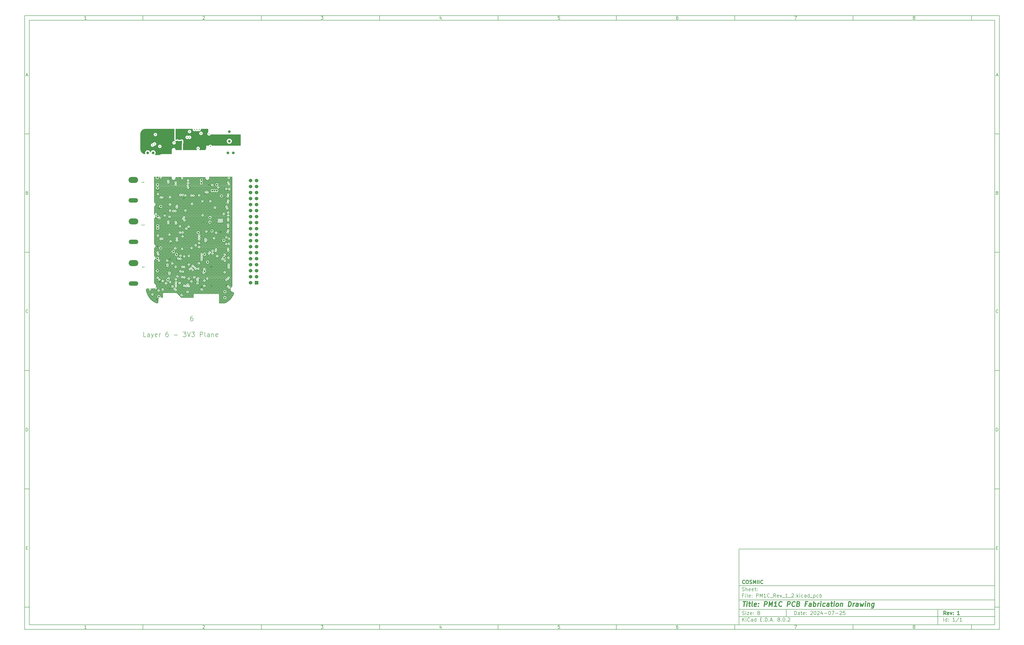
<source format=gbr>
%TF.GenerationSoftware,KiCad,Pcbnew,8.0.2*%
%TF.CreationDate,2024-09-08T21:36:50-05:00*%
%TF.ProjectId,PM1C_Rev_1_2,504d3143-5f52-4657-965f-315f322e6b69,1*%
%TF.SameCoordinates,PX297003ePY8770cd2*%
%TF.FileFunction,Copper,L6,Inr*%
%TF.FilePolarity,Positive*%
%FSLAX46Y46*%
G04 Gerber Fmt 4.6, Leading zero omitted, Abs format (unit mm)*
G04 Created by KiCad (PCBNEW 8.0.2) date 2024-09-08 21:36:50*
%MOMM*%
%LPD*%
G01*
G04 APERTURE LIST*
%ADD10C,0.100000*%
%ADD11C,0.150000*%
%ADD12C,0.300000*%
%ADD13C,0.400000*%
%ADD14C,0.200000*%
%TA.AperFunction,NonConductor*%
%ADD15C,0.200000*%
%TD*%
%TA.AperFunction,ComponentPad*%
%ADD16O,4.064000X2.540000*%
%TD*%
%TA.AperFunction,ComponentPad*%
%ADD17O,4.064000X1.828800*%
%TD*%
%TA.AperFunction,ComponentPad*%
%ADD18R,1.500000X1.500000*%
%TD*%
%TA.AperFunction,ComponentPad*%
%ADD19C,1.500000*%
%TD*%
%TA.AperFunction,ComponentPad*%
%ADD20C,0.800000*%
%TD*%
%TA.AperFunction,ComponentPad*%
%ADD21C,1.143000*%
%TD*%
%TA.AperFunction,ComponentPad*%
%ADD22C,1.141748*%
%TD*%
%TA.AperFunction,ViaPad*%
%ADD23C,0.450000*%
%TD*%
%TA.AperFunction,ViaPad*%
%ADD24C,0.800000*%
%TD*%
%TA.AperFunction,ViaPad*%
%ADD25C,0.360000*%
%TD*%
G04 APERTURE END LIST*
D10*
D11*
X268349570Y-93380206D02*
X376349570Y-93380206D01*
X376349570Y-125380206D01*
X268349570Y-125380206D01*
X268349570Y-93380206D01*
D10*
D11*
X-33450430Y132019794D02*
X378349570Y132019794D01*
X378349570Y-127380206D01*
X-33450430Y-127380206D01*
X-33450430Y132019794D01*
D10*
D11*
X-31450430Y130019794D02*
X376349570Y130019794D01*
X376349570Y-125380206D01*
X-31450430Y-125380206D01*
X-31450430Y130019794D01*
D10*
D11*
X16549570Y130019794D02*
X16549570Y132019794D01*
D10*
D11*
X66549570Y130019794D02*
X66549570Y132019794D01*
D10*
D11*
X116549570Y130019794D02*
X116549570Y132019794D01*
D10*
D11*
X166549570Y130019794D02*
X166549570Y132019794D01*
D10*
D11*
X216549570Y130019794D02*
X216549570Y132019794D01*
D10*
D11*
X266549570Y130019794D02*
X266549570Y132019794D01*
D10*
D11*
X316549570Y130019794D02*
X316549570Y132019794D01*
D10*
D11*
X366549570Y130019794D02*
X366549570Y132019794D01*
D10*
D11*
X-7361270Y130426190D02*
X-8104127Y130426190D01*
X-7732699Y130426190D02*
X-7732699Y131726190D01*
X-7732699Y131726190D02*
X-7856508Y131540475D01*
X-7856508Y131540475D02*
X-7980318Y131416666D01*
X-7980318Y131416666D02*
X-8104127Y131354761D01*
D10*
D11*
X41895873Y131602380D02*
X41957777Y131664285D01*
X41957777Y131664285D02*
X42081587Y131726190D01*
X42081587Y131726190D02*
X42391111Y131726190D01*
X42391111Y131726190D02*
X42514920Y131664285D01*
X42514920Y131664285D02*
X42576825Y131602380D01*
X42576825Y131602380D02*
X42638730Y131478571D01*
X42638730Y131478571D02*
X42638730Y131354761D01*
X42638730Y131354761D02*
X42576825Y131169047D01*
X42576825Y131169047D02*
X41833968Y130426190D01*
X41833968Y130426190D02*
X42638730Y130426190D01*
D10*
D11*
X91833968Y131726190D02*
X92638730Y131726190D01*
X92638730Y131726190D02*
X92205396Y131230952D01*
X92205396Y131230952D02*
X92391111Y131230952D01*
X92391111Y131230952D02*
X92514920Y131169047D01*
X92514920Y131169047D02*
X92576825Y131107142D01*
X92576825Y131107142D02*
X92638730Y130983333D01*
X92638730Y130983333D02*
X92638730Y130673809D01*
X92638730Y130673809D02*
X92576825Y130549999D01*
X92576825Y130549999D02*
X92514920Y130488094D01*
X92514920Y130488094D02*
X92391111Y130426190D01*
X92391111Y130426190D02*
X92019682Y130426190D01*
X92019682Y130426190D02*
X91895873Y130488094D01*
X91895873Y130488094D02*
X91833968Y130549999D01*
D10*
D11*
X142514920Y131292856D02*
X142514920Y130426190D01*
X142205396Y131788094D02*
X141895873Y130859523D01*
X141895873Y130859523D02*
X142700634Y130859523D01*
D10*
D11*
X192576825Y131726190D02*
X191957777Y131726190D01*
X191957777Y131726190D02*
X191895873Y131107142D01*
X191895873Y131107142D02*
X191957777Y131169047D01*
X191957777Y131169047D02*
X192081587Y131230952D01*
X192081587Y131230952D02*
X192391111Y131230952D01*
X192391111Y131230952D02*
X192514920Y131169047D01*
X192514920Y131169047D02*
X192576825Y131107142D01*
X192576825Y131107142D02*
X192638730Y130983333D01*
X192638730Y130983333D02*
X192638730Y130673809D01*
X192638730Y130673809D02*
X192576825Y130549999D01*
X192576825Y130549999D02*
X192514920Y130488094D01*
X192514920Y130488094D02*
X192391111Y130426190D01*
X192391111Y130426190D02*
X192081587Y130426190D01*
X192081587Y130426190D02*
X191957777Y130488094D01*
X191957777Y130488094D02*
X191895873Y130549999D01*
D10*
D11*
X242514920Y131726190D02*
X242267301Y131726190D01*
X242267301Y131726190D02*
X242143492Y131664285D01*
X242143492Y131664285D02*
X242081587Y131602380D01*
X242081587Y131602380D02*
X241957777Y131416666D01*
X241957777Y131416666D02*
X241895873Y131169047D01*
X241895873Y131169047D02*
X241895873Y130673809D01*
X241895873Y130673809D02*
X241957777Y130549999D01*
X241957777Y130549999D02*
X242019682Y130488094D01*
X242019682Y130488094D02*
X242143492Y130426190D01*
X242143492Y130426190D02*
X242391111Y130426190D01*
X242391111Y130426190D02*
X242514920Y130488094D01*
X242514920Y130488094D02*
X242576825Y130549999D01*
X242576825Y130549999D02*
X242638730Y130673809D01*
X242638730Y130673809D02*
X242638730Y130983333D01*
X242638730Y130983333D02*
X242576825Y131107142D01*
X242576825Y131107142D02*
X242514920Y131169047D01*
X242514920Y131169047D02*
X242391111Y131230952D01*
X242391111Y131230952D02*
X242143492Y131230952D01*
X242143492Y131230952D02*
X242019682Y131169047D01*
X242019682Y131169047D02*
X241957777Y131107142D01*
X241957777Y131107142D02*
X241895873Y130983333D01*
D10*
D11*
X291833968Y131726190D02*
X292700634Y131726190D01*
X292700634Y131726190D02*
X292143492Y130426190D01*
D10*
D11*
X342143492Y131169047D02*
X342019682Y131230952D01*
X342019682Y131230952D02*
X341957777Y131292856D01*
X341957777Y131292856D02*
X341895873Y131416666D01*
X341895873Y131416666D02*
X341895873Y131478571D01*
X341895873Y131478571D02*
X341957777Y131602380D01*
X341957777Y131602380D02*
X342019682Y131664285D01*
X342019682Y131664285D02*
X342143492Y131726190D01*
X342143492Y131726190D02*
X342391111Y131726190D01*
X342391111Y131726190D02*
X342514920Y131664285D01*
X342514920Y131664285D02*
X342576825Y131602380D01*
X342576825Y131602380D02*
X342638730Y131478571D01*
X342638730Y131478571D02*
X342638730Y131416666D01*
X342638730Y131416666D02*
X342576825Y131292856D01*
X342576825Y131292856D02*
X342514920Y131230952D01*
X342514920Y131230952D02*
X342391111Y131169047D01*
X342391111Y131169047D02*
X342143492Y131169047D01*
X342143492Y131169047D02*
X342019682Y131107142D01*
X342019682Y131107142D02*
X341957777Y131045237D01*
X341957777Y131045237D02*
X341895873Y130921428D01*
X341895873Y130921428D02*
X341895873Y130673809D01*
X341895873Y130673809D02*
X341957777Y130549999D01*
X341957777Y130549999D02*
X342019682Y130488094D01*
X342019682Y130488094D02*
X342143492Y130426190D01*
X342143492Y130426190D02*
X342391111Y130426190D01*
X342391111Y130426190D02*
X342514920Y130488094D01*
X342514920Y130488094D02*
X342576825Y130549999D01*
X342576825Y130549999D02*
X342638730Y130673809D01*
X342638730Y130673809D02*
X342638730Y130921428D01*
X342638730Y130921428D02*
X342576825Y131045237D01*
X342576825Y131045237D02*
X342514920Y131107142D01*
X342514920Y131107142D02*
X342391111Y131169047D01*
D10*
D11*
X16549570Y-125380206D02*
X16549570Y-127380206D01*
D10*
D11*
X66549570Y-125380206D02*
X66549570Y-127380206D01*
D10*
D11*
X116549570Y-125380206D02*
X116549570Y-127380206D01*
D10*
D11*
X166549570Y-125380206D02*
X166549570Y-127380206D01*
D10*
D11*
X216549570Y-125380206D02*
X216549570Y-127380206D01*
D10*
D11*
X266549570Y-125380206D02*
X266549570Y-127380206D01*
D10*
D11*
X316549570Y-125380206D02*
X316549570Y-127380206D01*
D10*
D11*
X366549570Y-125380206D02*
X366549570Y-127380206D01*
D10*
D11*
X-7361270Y-126973810D02*
X-8104127Y-126973810D01*
X-7732699Y-126973810D02*
X-7732699Y-125673810D01*
X-7732699Y-125673810D02*
X-7856508Y-125859525D01*
X-7856508Y-125859525D02*
X-7980318Y-125983334D01*
X-7980318Y-125983334D02*
X-8104127Y-126045239D01*
D10*
D11*
X41895873Y-125797620D02*
X41957777Y-125735715D01*
X41957777Y-125735715D02*
X42081587Y-125673810D01*
X42081587Y-125673810D02*
X42391111Y-125673810D01*
X42391111Y-125673810D02*
X42514920Y-125735715D01*
X42514920Y-125735715D02*
X42576825Y-125797620D01*
X42576825Y-125797620D02*
X42638730Y-125921429D01*
X42638730Y-125921429D02*
X42638730Y-126045239D01*
X42638730Y-126045239D02*
X42576825Y-126230953D01*
X42576825Y-126230953D02*
X41833968Y-126973810D01*
X41833968Y-126973810D02*
X42638730Y-126973810D01*
D10*
D11*
X91833968Y-125673810D02*
X92638730Y-125673810D01*
X92638730Y-125673810D02*
X92205396Y-126169048D01*
X92205396Y-126169048D02*
X92391111Y-126169048D01*
X92391111Y-126169048D02*
X92514920Y-126230953D01*
X92514920Y-126230953D02*
X92576825Y-126292858D01*
X92576825Y-126292858D02*
X92638730Y-126416667D01*
X92638730Y-126416667D02*
X92638730Y-126726191D01*
X92638730Y-126726191D02*
X92576825Y-126850001D01*
X92576825Y-126850001D02*
X92514920Y-126911906D01*
X92514920Y-126911906D02*
X92391111Y-126973810D01*
X92391111Y-126973810D02*
X92019682Y-126973810D01*
X92019682Y-126973810D02*
X91895873Y-126911906D01*
X91895873Y-126911906D02*
X91833968Y-126850001D01*
D10*
D11*
X142514920Y-126107144D02*
X142514920Y-126973810D01*
X142205396Y-125611906D02*
X141895873Y-126540477D01*
X141895873Y-126540477D02*
X142700634Y-126540477D01*
D10*
D11*
X192576825Y-125673810D02*
X191957777Y-125673810D01*
X191957777Y-125673810D02*
X191895873Y-126292858D01*
X191895873Y-126292858D02*
X191957777Y-126230953D01*
X191957777Y-126230953D02*
X192081587Y-126169048D01*
X192081587Y-126169048D02*
X192391111Y-126169048D01*
X192391111Y-126169048D02*
X192514920Y-126230953D01*
X192514920Y-126230953D02*
X192576825Y-126292858D01*
X192576825Y-126292858D02*
X192638730Y-126416667D01*
X192638730Y-126416667D02*
X192638730Y-126726191D01*
X192638730Y-126726191D02*
X192576825Y-126850001D01*
X192576825Y-126850001D02*
X192514920Y-126911906D01*
X192514920Y-126911906D02*
X192391111Y-126973810D01*
X192391111Y-126973810D02*
X192081587Y-126973810D01*
X192081587Y-126973810D02*
X191957777Y-126911906D01*
X191957777Y-126911906D02*
X191895873Y-126850001D01*
D10*
D11*
X242514920Y-125673810D02*
X242267301Y-125673810D01*
X242267301Y-125673810D02*
X242143492Y-125735715D01*
X242143492Y-125735715D02*
X242081587Y-125797620D01*
X242081587Y-125797620D02*
X241957777Y-125983334D01*
X241957777Y-125983334D02*
X241895873Y-126230953D01*
X241895873Y-126230953D02*
X241895873Y-126726191D01*
X241895873Y-126726191D02*
X241957777Y-126850001D01*
X241957777Y-126850001D02*
X242019682Y-126911906D01*
X242019682Y-126911906D02*
X242143492Y-126973810D01*
X242143492Y-126973810D02*
X242391111Y-126973810D01*
X242391111Y-126973810D02*
X242514920Y-126911906D01*
X242514920Y-126911906D02*
X242576825Y-126850001D01*
X242576825Y-126850001D02*
X242638730Y-126726191D01*
X242638730Y-126726191D02*
X242638730Y-126416667D01*
X242638730Y-126416667D02*
X242576825Y-126292858D01*
X242576825Y-126292858D02*
X242514920Y-126230953D01*
X242514920Y-126230953D02*
X242391111Y-126169048D01*
X242391111Y-126169048D02*
X242143492Y-126169048D01*
X242143492Y-126169048D02*
X242019682Y-126230953D01*
X242019682Y-126230953D02*
X241957777Y-126292858D01*
X241957777Y-126292858D02*
X241895873Y-126416667D01*
D10*
D11*
X291833968Y-125673810D02*
X292700634Y-125673810D01*
X292700634Y-125673810D02*
X292143492Y-126973810D01*
D10*
D11*
X342143492Y-126230953D02*
X342019682Y-126169048D01*
X342019682Y-126169048D02*
X341957777Y-126107144D01*
X341957777Y-126107144D02*
X341895873Y-125983334D01*
X341895873Y-125983334D02*
X341895873Y-125921429D01*
X341895873Y-125921429D02*
X341957777Y-125797620D01*
X341957777Y-125797620D02*
X342019682Y-125735715D01*
X342019682Y-125735715D02*
X342143492Y-125673810D01*
X342143492Y-125673810D02*
X342391111Y-125673810D01*
X342391111Y-125673810D02*
X342514920Y-125735715D01*
X342514920Y-125735715D02*
X342576825Y-125797620D01*
X342576825Y-125797620D02*
X342638730Y-125921429D01*
X342638730Y-125921429D02*
X342638730Y-125983334D01*
X342638730Y-125983334D02*
X342576825Y-126107144D01*
X342576825Y-126107144D02*
X342514920Y-126169048D01*
X342514920Y-126169048D02*
X342391111Y-126230953D01*
X342391111Y-126230953D02*
X342143492Y-126230953D01*
X342143492Y-126230953D02*
X342019682Y-126292858D01*
X342019682Y-126292858D02*
X341957777Y-126354763D01*
X341957777Y-126354763D02*
X341895873Y-126478572D01*
X341895873Y-126478572D02*
X341895873Y-126726191D01*
X341895873Y-126726191D02*
X341957777Y-126850001D01*
X341957777Y-126850001D02*
X342019682Y-126911906D01*
X342019682Y-126911906D02*
X342143492Y-126973810D01*
X342143492Y-126973810D02*
X342391111Y-126973810D01*
X342391111Y-126973810D02*
X342514920Y-126911906D01*
X342514920Y-126911906D02*
X342576825Y-126850001D01*
X342576825Y-126850001D02*
X342638730Y-126726191D01*
X342638730Y-126726191D02*
X342638730Y-126478572D01*
X342638730Y-126478572D02*
X342576825Y-126354763D01*
X342576825Y-126354763D02*
X342514920Y-126292858D01*
X342514920Y-126292858D02*
X342391111Y-126230953D01*
D10*
D11*
X-33450430Y82019794D02*
X-31450430Y82019794D01*
D10*
D11*
X-33450430Y32019794D02*
X-31450430Y32019794D01*
D10*
D11*
X-33450430Y-17980206D02*
X-31450430Y-17980206D01*
D10*
D11*
X-33450430Y-67980206D02*
X-31450430Y-67980206D01*
D10*
D11*
X-33450430Y-117980206D02*
X-31450430Y-117980206D01*
D10*
D11*
X-32759954Y106797618D02*
X-32140907Y106797618D01*
X-32883764Y106426190D02*
X-32450431Y107726190D01*
X-32450431Y107726190D02*
X-32017097Y106426190D01*
D10*
D11*
X-32357573Y57107142D02*
X-32171859Y57045237D01*
X-32171859Y57045237D02*
X-32109954Y56983333D01*
X-32109954Y56983333D02*
X-32048050Y56859523D01*
X-32048050Y56859523D02*
X-32048050Y56673809D01*
X-32048050Y56673809D02*
X-32109954Y56549999D01*
X-32109954Y56549999D02*
X-32171859Y56488094D01*
X-32171859Y56488094D02*
X-32295669Y56426190D01*
X-32295669Y56426190D02*
X-32790907Y56426190D01*
X-32790907Y56426190D02*
X-32790907Y57726190D01*
X-32790907Y57726190D02*
X-32357573Y57726190D01*
X-32357573Y57726190D02*
X-32233764Y57664285D01*
X-32233764Y57664285D02*
X-32171859Y57602380D01*
X-32171859Y57602380D02*
X-32109954Y57478571D01*
X-32109954Y57478571D02*
X-32109954Y57354761D01*
X-32109954Y57354761D02*
X-32171859Y57230952D01*
X-32171859Y57230952D02*
X-32233764Y57169047D01*
X-32233764Y57169047D02*
X-32357573Y57107142D01*
X-32357573Y57107142D02*
X-32790907Y57107142D01*
D10*
D11*
X-32048050Y6549999D02*
X-32109954Y6488094D01*
X-32109954Y6488094D02*
X-32295669Y6426190D01*
X-32295669Y6426190D02*
X-32419478Y6426190D01*
X-32419478Y6426190D02*
X-32605192Y6488094D01*
X-32605192Y6488094D02*
X-32729002Y6611904D01*
X-32729002Y6611904D02*
X-32790907Y6735714D01*
X-32790907Y6735714D02*
X-32852811Y6983333D01*
X-32852811Y6983333D02*
X-32852811Y7169047D01*
X-32852811Y7169047D02*
X-32790907Y7416666D01*
X-32790907Y7416666D02*
X-32729002Y7540475D01*
X-32729002Y7540475D02*
X-32605192Y7664285D01*
X-32605192Y7664285D02*
X-32419478Y7726190D01*
X-32419478Y7726190D02*
X-32295669Y7726190D01*
X-32295669Y7726190D02*
X-32109954Y7664285D01*
X-32109954Y7664285D02*
X-32048050Y7602380D01*
D10*
D11*
X-32790907Y-43573810D02*
X-32790907Y-42273810D01*
X-32790907Y-42273810D02*
X-32481383Y-42273810D01*
X-32481383Y-42273810D02*
X-32295669Y-42335715D01*
X-32295669Y-42335715D02*
X-32171859Y-42459525D01*
X-32171859Y-42459525D02*
X-32109954Y-42583334D01*
X-32109954Y-42583334D02*
X-32048050Y-42830953D01*
X-32048050Y-42830953D02*
X-32048050Y-43016667D01*
X-32048050Y-43016667D02*
X-32109954Y-43264286D01*
X-32109954Y-43264286D02*
X-32171859Y-43388096D01*
X-32171859Y-43388096D02*
X-32295669Y-43511906D01*
X-32295669Y-43511906D02*
X-32481383Y-43573810D01*
X-32481383Y-43573810D02*
X-32790907Y-43573810D01*
D10*
D11*
X-32729002Y-92892858D02*
X-32295668Y-92892858D01*
X-32109954Y-93573810D02*
X-32729002Y-93573810D01*
X-32729002Y-93573810D02*
X-32729002Y-92273810D01*
X-32729002Y-92273810D02*
X-32109954Y-92273810D01*
D10*
D11*
X378349570Y82019794D02*
X376349570Y82019794D01*
D10*
D11*
X378349570Y32019794D02*
X376349570Y32019794D01*
D10*
D11*
X378349570Y-17980206D02*
X376349570Y-17980206D01*
D10*
D11*
X378349570Y-67980206D02*
X376349570Y-67980206D01*
D10*
D11*
X378349570Y-117980206D02*
X376349570Y-117980206D01*
D10*
D11*
X377040046Y106797618D02*
X377659093Y106797618D01*
X376916236Y106426190D02*
X377349569Y107726190D01*
X377349569Y107726190D02*
X377782903Y106426190D01*
D10*
D11*
X377442427Y57107142D02*
X377628141Y57045237D01*
X377628141Y57045237D02*
X377690046Y56983333D01*
X377690046Y56983333D02*
X377751950Y56859523D01*
X377751950Y56859523D02*
X377751950Y56673809D01*
X377751950Y56673809D02*
X377690046Y56549999D01*
X377690046Y56549999D02*
X377628141Y56488094D01*
X377628141Y56488094D02*
X377504331Y56426190D01*
X377504331Y56426190D02*
X377009093Y56426190D01*
X377009093Y56426190D02*
X377009093Y57726190D01*
X377009093Y57726190D02*
X377442427Y57726190D01*
X377442427Y57726190D02*
X377566236Y57664285D01*
X377566236Y57664285D02*
X377628141Y57602380D01*
X377628141Y57602380D02*
X377690046Y57478571D01*
X377690046Y57478571D02*
X377690046Y57354761D01*
X377690046Y57354761D02*
X377628141Y57230952D01*
X377628141Y57230952D02*
X377566236Y57169047D01*
X377566236Y57169047D02*
X377442427Y57107142D01*
X377442427Y57107142D02*
X377009093Y57107142D01*
D10*
D11*
X377751950Y6549999D02*
X377690046Y6488094D01*
X377690046Y6488094D02*
X377504331Y6426190D01*
X377504331Y6426190D02*
X377380522Y6426190D01*
X377380522Y6426190D02*
X377194808Y6488094D01*
X377194808Y6488094D02*
X377070998Y6611904D01*
X377070998Y6611904D02*
X377009093Y6735714D01*
X377009093Y6735714D02*
X376947189Y6983333D01*
X376947189Y6983333D02*
X376947189Y7169047D01*
X376947189Y7169047D02*
X377009093Y7416666D01*
X377009093Y7416666D02*
X377070998Y7540475D01*
X377070998Y7540475D02*
X377194808Y7664285D01*
X377194808Y7664285D02*
X377380522Y7726190D01*
X377380522Y7726190D02*
X377504331Y7726190D01*
X377504331Y7726190D02*
X377690046Y7664285D01*
X377690046Y7664285D02*
X377751950Y7602380D01*
D10*
D11*
X377009093Y-43573810D02*
X377009093Y-42273810D01*
X377009093Y-42273810D02*
X377318617Y-42273810D01*
X377318617Y-42273810D02*
X377504331Y-42335715D01*
X377504331Y-42335715D02*
X377628141Y-42459525D01*
X377628141Y-42459525D02*
X377690046Y-42583334D01*
X377690046Y-42583334D02*
X377751950Y-42830953D01*
X377751950Y-42830953D02*
X377751950Y-43016667D01*
X377751950Y-43016667D02*
X377690046Y-43264286D01*
X377690046Y-43264286D02*
X377628141Y-43388096D01*
X377628141Y-43388096D02*
X377504331Y-43511906D01*
X377504331Y-43511906D02*
X377318617Y-43573810D01*
X377318617Y-43573810D02*
X377009093Y-43573810D01*
D10*
D11*
X377070998Y-92892858D02*
X377504332Y-92892858D01*
X377690046Y-93573810D02*
X377070998Y-93573810D01*
X377070998Y-93573810D02*
X377070998Y-92273810D01*
X377070998Y-92273810D02*
X377690046Y-92273810D01*
D10*
D11*
X291805396Y-121166334D02*
X291805396Y-119666334D01*
X291805396Y-119666334D02*
X292162539Y-119666334D01*
X292162539Y-119666334D02*
X292376825Y-119737763D01*
X292376825Y-119737763D02*
X292519682Y-119880620D01*
X292519682Y-119880620D02*
X292591111Y-120023477D01*
X292591111Y-120023477D02*
X292662539Y-120309191D01*
X292662539Y-120309191D02*
X292662539Y-120523477D01*
X292662539Y-120523477D02*
X292591111Y-120809191D01*
X292591111Y-120809191D02*
X292519682Y-120952048D01*
X292519682Y-120952048D02*
X292376825Y-121094906D01*
X292376825Y-121094906D02*
X292162539Y-121166334D01*
X292162539Y-121166334D02*
X291805396Y-121166334D01*
X293948254Y-121166334D02*
X293948254Y-120380620D01*
X293948254Y-120380620D02*
X293876825Y-120237763D01*
X293876825Y-120237763D02*
X293733968Y-120166334D01*
X293733968Y-120166334D02*
X293448254Y-120166334D01*
X293448254Y-120166334D02*
X293305396Y-120237763D01*
X293948254Y-121094906D02*
X293805396Y-121166334D01*
X293805396Y-121166334D02*
X293448254Y-121166334D01*
X293448254Y-121166334D02*
X293305396Y-121094906D01*
X293305396Y-121094906D02*
X293233968Y-120952048D01*
X293233968Y-120952048D02*
X293233968Y-120809191D01*
X293233968Y-120809191D02*
X293305396Y-120666334D01*
X293305396Y-120666334D02*
X293448254Y-120594906D01*
X293448254Y-120594906D02*
X293805396Y-120594906D01*
X293805396Y-120594906D02*
X293948254Y-120523477D01*
X294448254Y-120166334D02*
X295019682Y-120166334D01*
X294662539Y-119666334D02*
X294662539Y-120952048D01*
X294662539Y-120952048D02*
X294733968Y-121094906D01*
X294733968Y-121094906D02*
X294876825Y-121166334D01*
X294876825Y-121166334D02*
X295019682Y-121166334D01*
X296091111Y-121094906D02*
X295948254Y-121166334D01*
X295948254Y-121166334D02*
X295662540Y-121166334D01*
X295662540Y-121166334D02*
X295519682Y-121094906D01*
X295519682Y-121094906D02*
X295448254Y-120952048D01*
X295448254Y-120952048D02*
X295448254Y-120380620D01*
X295448254Y-120380620D02*
X295519682Y-120237763D01*
X295519682Y-120237763D02*
X295662540Y-120166334D01*
X295662540Y-120166334D02*
X295948254Y-120166334D01*
X295948254Y-120166334D02*
X296091111Y-120237763D01*
X296091111Y-120237763D02*
X296162540Y-120380620D01*
X296162540Y-120380620D02*
X296162540Y-120523477D01*
X296162540Y-120523477D02*
X295448254Y-120666334D01*
X296805396Y-121023477D02*
X296876825Y-121094906D01*
X296876825Y-121094906D02*
X296805396Y-121166334D01*
X296805396Y-121166334D02*
X296733968Y-121094906D01*
X296733968Y-121094906D02*
X296805396Y-121023477D01*
X296805396Y-121023477D02*
X296805396Y-121166334D01*
X296805396Y-120237763D02*
X296876825Y-120309191D01*
X296876825Y-120309191D02*
X296805396Y-120380620D01*
X296805396Y-120380620D02*
X296733968Y-120309191D01*
X296733968Y-120309191D02*
X296805396Y-120237763D01*
X296805396Y-120237763D02*
X296805396Y-120380620D01*
X298591111Y-119809191D02*
X298662539Y-119737763D01*
X298662539Y-119737763D02*
X298805397Y-119666334D01*
X298805397Y-119666334D02*
X299162539Y-119666334D01*
X299162539Y-119666334D02*
X299305397Y-119737763D01*
X299305397Y-119737763D02*
X299376825Y-119809191D01*
X299376825Y-119809191D02*
X299448254Y-119952048D01*
X299448254Y-119952048D02*
X299448254Y-120094906D01*
X299448254Y-120094906D02*
X299376825Y-120309191D01*
X299376825Y-120309191D02*
X298519682Y-121166334D01*
X298519682Y-121166334D02*
X299448254Y-121166334D01*
X300376825Y-119666334D02*
X300519682Y-119666334D01*
X300519682Y-119666334D02*
X300662539Y-119737763D01*
X300662539Y-119737763D02*
X300733968Y-119809191D01*
X300733968Y-119809191D02*
X300805396Y-119952048D01*
X300805396Y-119952048D02*
X300876825Y-120237763D01*
X300876825Y-120237763D02*
X300876825Y-120594906D01*
X300876825Y-120594906D02*
X300805396Y-120880620D01*
X300805396Y-120880620D02*
X300733968Y-121023477D01*
X300733968Y-121023477D02*
X300662539Y-121094906D01*
X300662539Y-121094906D02*
X300519682Y-121166334D01*
X300519682Y-121166334D02*
X300376825Y-121166334D01*
X300376825Y-121166334D02*
X300233968Y-121094906D01*
X300233968Y-121094906D02*
X300162539Y-121023477D01*
X300162539Y-121023477D02*
X300091110Y-120880620D01*
X300091110Y-120880620D02*
X300019682Y-120594906D01*
X300019682Y-120594906D02*
X300019682Y-120237763D01*
X300019682Y-120237763D02*
X300091110Y-119952048D01*
X300091110Y-119952048D02*
X300162539Y-119809191D01*
X300162539Y-119809191D02*
X300233968Y-119737763D01*
X300233968Y-119737763D02*
X300376825Y-119666334D01*
X301448253Y-119809191D02*
X301519681Y-119737763D01*
X301519681Y-119737763D02*
X301662539Y-119666334D01*
X301662539Y-119666334D02*
X302019681Y-119666334D01*
X302019681Y-119666334D02*
X302162539Y-119737763D01*
X302162539Y-119737763D02*
X302233967Y-119809191D01*
X302233967Y-119809191D02*
X302305396Y-119952048D01*
X302305396Y-119952048D02*
X302305396Y-120094906D01*
X302305396Y-120094906D02*
X302233967Y-120309191D01*
X302233967Y-120309191D02*
X301376824Y-121166334D01*
X301376824Y-121166334D02*
X302305396Y-121166334D01*
X303591110Y-120166334D02*
X303591110Y-121166334D01*
X303233967Y-119594906D02*
X302876824Y-120666334D01*
X302876824Y-120666334D02*
X303805395Y-120666334D01*
X304376823Y-120594906D02*
X305519681Y-120594906D01*
X306519681Y-119666334D02*
X306662538Y-119666334D01*
X306662538Y-119666334D02*
X306805395Y-119737763D01*
X306805395Y-119737763D02*
X306876824Y-119809191D01*
X306876824Y-119809191D02*
X306948252Y-119952048D01*
X306948252Y-119952048D02*
X307019681Y-120237763D01*
X307019681Y-120237763D02*
X307019681Y-120594906D01*
X307019681Y-120594906D02*
X306948252Y-120880620D01*
X306948252Y-120880620D02*
X306876824Y-121023477D01*
X306876824Y-121023477D02*
X306805395Y-121094906D01*
X306805395Y-121094906D02*
X306662538Y-121166334D01*
X306662538Y-121166334D02*
X306519681Y-121166334D01*
X306519681Y-121166334D02*
X306376824Y-121094906D01*
X306376824Y-121094906D02*
X306305395Y-121023477D01*
X306305395Y-121023477D02*
X306233966Y-120880620D01*
X306233966Y-120880620D02*
X306162538Y-120594906D01*
X306162538Y-120594906D02*
X306162538Y-120237763D01*
X306162538Y-120237763D02*
X306233966Y-119952048D01*
X306233966Y-119952048D02*
X306305395Y-119809191D01*
X306305395Y-119809191D02*
X306376824Y-119737763D01*
X306376824Y-119737763D02*
X306519681Y-119666334D01*
X307519680Y-119666334D02*
X308519680Y-119666334D01*
X308519680Y-119666334D02*
X307876823Y-121166334D01*
X309091108Y-120594906D02*
X310233966Y-120594906D01*
X310876823Y-119809191D02*
X310948251Y-119737763D01*
X310948251Y-119737763D02*
X311091109Y-119666334D01*
X311091109Y-119666334D02*
X311448251Y-119666334D01*
X311448251Y-119666334D02*
X311591109Y-119737763D01*
X311591109Y-119737763D02*
X311662537Y-119809191D01*
X311662537Y-119809191D02*
X311733966Y-119952048D01*
X311733966Y-119952048D02*
X311733966Y-120094906D01*
X311733966Y-120094906D02*
X311662537Y-120309191D01*
X311662537Y-120309191D02*
X310805394Y-121166334D01*
X310805394Y-121166334D02*
X311733966Y-121166334D01*
X313091108Y-119666334D02*
X312376822Y-119666334D01*
X312376822Y-119666334D02*
X312305394Y-120380620D01*
X312305394Y-120380620D02*
X312376822Y-120309191D01*
X312376822Y-120309191D02*
X312519680Y-120237763D01*
X312519680Y-120237763D02*
X312876822Y-120237763D01*
X312876822Y-120237763D02*
X313019680Y-120309191D01*
X313019680Y-120309191D02*
X313091108Y-120380620D01*
X313091108Y-120380620D02*
X313162537Y-120523477D01*
X313162537Y-120523477D02*
X313162537Y-120880620D01*
X313162537Y-120880620D02*
X313091108Y-121023477D01*
X313091108Y-121023477D02*
X313019680Y-121094906D01*
X313019680Y-121094906D02*
X312876822Y-121166334D01*
X312876822Y-121166334D02*
X312519680Y-121166334D01*
X312519680Y-121166334D02*
X312376822Y-121094906D01*
X312376822Y-121094906D02*
X312305394Y-121023477D01*
D10*
D11*
X268349570Y-121880206D02*
X376349570Y-121880206D01*
D10*
D11*
X269805396Y-123966334D02*
X269805396Y-122466334D01*
X270662539Y-123966334D02*
X270019682Y-123109191D01*
X270662539Y-122466334D02*
X269805396Y-123323477D01*
X271305396Y-123966334D02*
X271305396Y-122966334D01*
X271305396Y-122466334D02*
X271233968Y-122537763D01*
X271233968Y-122537763D02*
X271305396Y-122609191D01*
X271305396Y-122609191D02*
X271376825Y-122537763D01*
X271376825Y-122537763D02*
X271305396Y-122466334D01*
X271305396Y-122466334D02*
X271305396Y-122609191D01*
X272876825Y-123823477D02*
X272805397Y-123894906D01*
X272805397Y-123894906D02*
X272591111Y-123966334D01*
X272591111Y-123966334D02*
X272448254Y-123966334D01*
X272448254Y-123966334D02*
X272233968Y-123894906D01*
X272233968Y-123894906D02*
X272091111Y-123752048D01*
X272091111Y-123752048D02*
X272019682Y-123609191D01*
X272019682Y-123609191D02*
X271948254Y-123323477D01*
X271948254Y-123323477D02*
X271948254Y-123109191D01*
X271948254Y-123109191D02*
X272019682Y-122823477D01*
X272019682Y-122823477D02*
X272091111Y-122680620D01*
X272091111Y-122680620D02*
X272233968Y-122537763D01*
X272233968Y-122537763D02*
X272448254Y-122466334D01*
X272448254Y-122466334D02*
X272591111Y-122466334D01*
X272591111Y-122466334D02*
X272805397Y-122537763D01*
X272805397Y-122537763D02*
X272876825Y-122609191D01*
X274162540Y-123966334D02*
X274162540Y-123180620D01*
X274162540Y-123180620D02*
X274091111Y-123037763D01*
X274091111Y-123037763D02*
X273948254Y-122966334D01*
X273948254Y-122966334D02*
X273662540Y-122966334D01*
X273662540Y-122966334D02*
X273519682Y-123037763D01*
X274162540Y-123894906D02*
X274019682Y-123966334D01*
X274019682Y-123966334D02*
X273662540Y-123966334D01*
X273662540Y-123966334D02*
X273519682Y-123894906D01*
X273519682Y-123894906D02*
X273448254Y-123752048D01*
X273448254Y-123752048D02*
X273448254Y-123609191D01*
X273448254Y-123609191D02*
X273519682Y-123466334D01*
X273519682Y-123466334D02*
X273662540Y-123394906D01*
X273662540Y-123394906D02*
X274019682Y-123394906D01*
X274019682Y-123394906D02*
X274162540Y-123323477D01*
X275519683Y-123966334D02*
X275519683Y-122466334D01*
X275519683Y-123894906D02*
X275376825Y-123966334D01*
X275376825Y-123966334D02*
X275091111Y-123966334D01*
X275091111Y-123966334D02*
X274948254Y-123894906D01*
X274948254Y-123894906D02*
X274876825Y-123823477D01*
X274876825Y-123823477D02*
X274805397Y-123680620D01*
X274805397Y-123680620D02*
X274805397Y-123252048D01*
X274805397Y-123252048D02*
X274876825Y-123109191D01*
X274876825Y-123109191D02*
X274948254Y-123037763D01*
X274948254Y-123037763D02*
X275091111Y-122966334D01*
X275091111Y-122966334D02*
X275376825Y-122966334D01*
X275376825Y-122966334D02*
X275519683Y-123037763D01*
X277376825Y-123180620D02*
X277876825Y-123180620D01*
X278091111Y-123966334D02*
X277376825Y-123966334D01*
X277376825Y-123966334D02*
X277376825Y-122466334D01*
X277376825Y-122466334D02*
X278091111Y-122466334D01*
X278733968Y-123823477D02*
X278805397Y-123894906D01*
X278805397Y-123894906D02*
X278733968Y-123966334D01*
X278733968Y-123966334D02*
X278662540Y-123894906D01*
X278662540Y-123894906D02*
X278733968Y-123823477D01*
X278733968Y-123823477D02*
X278733968Y-123966334D01*
X279448254Y-123966334D02*
X279448254Y-122466334D01*
X279448254Y-122466334D02*
X279805397Y-122466334D01*
X279805397Y-122466334D02*
X280019683Y-122537763D01*
X280019683Y-122537763D02*
X280162540Y-122680620D01*
X280162540Y-122680620D02*
X280233969Y-122823477D01*
X280233969Y-122823477D02*
X280305397Y-123109191D01*
X280305397Y-123109191D02*
X280305397Y-123323477D01*
X280305397Y-123323477D02*
X280233969Y-123609191D01*
X280233969Y-123609191D02*
X280162540Y-123752048D01*
X280162540Y-123752048D02*
X280019683Y-123894906D01*
X280019683Y-123894906D02*
X279805397Y-123966334D01*
X279805397Y-123966334D02*
X279448254Y-123966334D01*
X280948254Y-123823477D02*
X281019683Y-123894906D01*
X281019683Y-123894906D02*
X280948254Y-123966334D01*
X280948254Y-123966334D02*
X280876826Y-123894906D01*
X280876826Y-123894906D02*
X280948254Y-123823477D01*
X280948254Y-123823477D02*
X280948254Y-123966334D01*
X281591112Y-123537763D02*
X282305398Y-123537763D01*
X281448255Y-123966334D02*
X281948255Y-122466334D01*
X281948255Y-122466334D02*
X282448255Y-123966334D01*
X282948254Y-123823477D02*
X283019683Y-123894906D01*
X283019683Y-123894906D02*
X282948254Y-123966334D01*
X282948254Y-123966334D02*
X282876826Y-123894906D01*
X282876826Y-123894906D02*
X282948254Y-123823477D01*
X282948254Y-123823477D02*
X282948254Y-123966334D01*
X285019683Y-123109191D02*
X284876826Y-123037763D01*
X284876826Y-123037763D02*
X284805397Y-122966334D01*
X284805397Y-122966334D02*
X284733969Y-122823477D01*
X284733969Y-122823477D02*
X284733969Y-122752048D01*
X284733969Y-122752048D02*
X284805397Y-122609191D01*
X284805397Y-122609191D02*
X284876826Y-122537763D01*
X284876826Y-122537763D02*
X285019683Y-122466334D01*
X285019683Y-122466334D02*
X285305397Y-122466334D01*
X285305397Y-122466334D02*
X285448255Y-122537763D01*
X285448255Y-122537763D02*
X285519683Y-122609191D01*
X285519683Y-122609191D02*
X285591112Y-122752048D01*
X285591112Y-122752048D02*
X285591112Y-122823477D01*
X285591112Y-122823477D02*
X285519683Y-122966334D01*
X285519683Y-122966334D02*
X285448255Y-123037763D01*
X285448255Y-123037763D02*
X285305397Y-123109191D01*
X285305397Y-123109191D02*
X285019683Y-123109191D01*
X285019683Y-123109191D02*
X284876826Y-123180620D01*
X284876826Y-123180620D02*
X284805397Y-123252048D01*
X284805397Y-123252048D02*
X284733969Y-123394906D01*
X284733969Y-123394906D02*
X284733969Y-123680620D01*
X284733969Y-123680620D02*
X284805397Y-123823477D01*
X284805397Y-123823477D02*
X284876826Y-123894906D01*
X284876826Y-123894906D02*
X285019683Y-123966334D01*
X285019683Y-123966334D02*
X285305397Y-123966334D01*
X285305397Y-123966334D02*
X285448255Y-123894906D01*
X285448255Y-123894906D02*
X285519683Y-123823477D01*
X285519683Y-123823477D02*
X285591112Y-123680620D01*
X285591112Y-123680620D02*
X285591112Y-123394906D01*
X285591112Y-123394906D02*
X285519683Y-123252048D01*
X285519683Y-123252048D02*
X285448255Y-123180620D01*
X285448255Y-123180620D02*
X285305397Y-123109191D01*
X286233968Y-123823477D02*
X286305397Y-123894906D01*
X286305397Y-123894906D02*
X286233968Y-123966334D01*
X286233968Y-123966334D02*
X286162540Y-123894906D01*
X286162540Y-123894906D02*
X286233968Y-123823477D01*
X286233968Y-123823477D02*
X286233968Y-123966334D01*
X287233969Y-122466334D02*
X287376826Y-122466334D01*
X287376826Y-122466334D02*
X287519683Y-122537763D01*
X287519683Y-122537763D02*
X287591112Y-122609191D01*
X287591112Y-122609191D02*
X287662540Y-122752048D01*
X287662540Y-122752048D02*
X287733969Y-123037763D01*
X287733969Y-123037763D02*
X287733969Y-123394906D01*
X287733969Y-123394906D02*
X287662540Y-123680620D01*
X287662540Y-123680620D02*
X287591112Y-123823477D01*
X287591112Y-123823477D02*
X287519683Y-123894906D01*
X287519683Y-123894906D02*
X287376826Y-123966334D01*
X287376826Y-123966334D02*
X287233969Y-123966334D01*
X287233969Y-123966334D02*
X287091112Y-123894906D01*
X287091112Y-123894906D02*
X287019683Y-123823477D01*
X287019683Y-123823477D02*
X286948254Y-123680620D01*
X286948254Y-123680620D02*
X286876826Y-123394906D01*
X286876826Y-123394906D02*
X286876826Y-123037763D01*
X286876826Y-123037763D02*
X286948254Y-122752048D01*
X286948254Y-122752048D02*
X287019683Y-122609191D01*
X287019683Y-122609191D02*
X287091112Y-122537763D01*
X287091112Y-122537763D02*
X287233969Y-122466334D01*
X288376825Y-123823477D02*
X288448254Y-123894906D01*
X288448254Y-123894906D02*
X288376825Y-123966334D01*
X288376825Y-123966334D02*
X288305397Y-123894906D01*
X288305397Y-123894906D02*
X288376825Y-123823477D01*
X288376825Y-123823477D02*
X288376825Y-123966334D01*
X289019683Y-122609191D02*
X289091111Y-122537763D01*
X289091111Y-122537763D02*
X289233969Y-122466334D01*
X289233969Y-122466334D02*
X289591111Y-122466334D01*
X289591111Y-122466334D02*
X289733969Y-122537763D01*
X289733969Y-122537763D02*
X289805397Y-122609191D01*
X289805397Y-122609191D02*
X289876826Y-122752048D01*
X289876826Y-122752048D02*
X289876826Y-122894906D01*
X289876826Y-122894906D02*
X289805397Y-123109191D01*
X289805397Y-123109191D02*
X288948254Y-123966334D01*
X288948254Y-123966334D02*
X289876826Y-123966334D01*
D10*
D11*
X268349570Y-118880206D02*
X376349570Y-118880206D01*
D10*
D12*
X355761223Y-121158534D02*
X355261223Y-120444248D01*
X354904080Y-121158534D02*
X354904080Y-119658534D01*
X354904080Y-119658534D02*
X355475509Y-119658534D01*
X355475509Y-119658534D02*
X355618366Y-119729963D01*
X355618366Y-119729963D02*
X355689795Y-119801391D01*
X355689795Y-119801391D02*
X355761223Y-119944248D01*
X355761223Y-119944248D02*
X355761223Y-120158534D01*
X355761223Y-120158534D02*
X355689795Y-120301391D01*
X355689795Y-120301391D02*
X355618366Y-120372820D01*
X355618366Y-120372820D02*
X355475509Y-120444248D01*
X355475509Y-120444248D02*
X354904080Y-120444248D01*
X356975509Y-121087106D02*
X356832652Y-121158534D01*
X356832652Y-121158534D02*
X356546938Y-121158534D01*
X356546938Y-121158534D02*
X356404080Y-121087106D01*
X356404080Y-121087106D02*
X356332652Y-120944248D01*
X356332652Y-120944248D02*
X356332652Y-120372820D01*
X356332652Y-120372820D02*
X356404080Y-120229963D01*
X356404080Y-120229963D02*
X356546938Y-120158534D01*
X356546938Y-120158534D02*
X356832652Y-120158534D01*
X356832652Y-120158534D02*
X356975509Y-120229963D01*
X356975509Y-120229963D02*
X357046938Y-120372820D01*
X357046938Y-120372820D02*
X357046938Y-120515677D01*
X357046938Y-120515677D02*
X356332652Y-120658534D01*
X357546937Y-120158534D02*
X357904080Y-121158534D01*
X357904080Y-121158534D02*
X358261223Y-120158534D01*
X358832651Y-121015677D02*
X358904080Y-121087106D01*
X358904080Y-121087106D02*
X358832651Y-121158534D01*
X358832651Y-121158534D02*
X358761223Y-121087106D01*
X358761223Y-121087106D02*
X358832651Y-121015677D01*
X358832651Y-121015677D02*
X358832651Y-121158534D01*
X358832651Y-120229963D02*
X358904080Y-120301391D01*
X358904080Y-120301391D02*
X358832651Y-120372820D01*
X358832651Y-120372820D02*
X358761223Y-120301391D01*
X358761223Y-120301391D02*
X358832651Y-120229963D01*
X358832651Y-120229963D02*
X358832651Y-120372820D01*
X361475509Y-121158534D02*
X360618366Y-121158534D01*
X361046937Y-121158534D02*
X361046937Y-119658534D01*
X361046937Y-119658534D02*
X360904080Y-119872820D01*
X360904080Y-119872820D02*
X360761223Y-120015677D01*
X360761223Y-120015677D02*
X360618366Y-120087106D01*
D10*
D11*
X269733968Y-121094906D02*
X269948254Y-121166334D01*
X269948254Y-121166334D02*
X270305396Y-121166334D01*
X270305396Y-121166334D02*
X270448254Y-121094906D01*
X270448254Y-121094906D02*
X270519682Y-121023477D01*
X270519682Y-121023477D02*
X270591111Y-120880620D01*
X270591111Y-120880620D02*
X270591111Y-120737763D01*
X270591111Y-120737763D02*
X270519682Y-120594906D01*
X270519682Y-120594906D02*
X270448254Y-120523477D01*
X270448254Y-120523477D02*
X270305396Y-120452048D01*
X270305396Y-120452048D02*
X270019682Y-120380620D01*
X270019682Y-120380620D02*
X269876825Y-120309191D01*
X269876825Y-120309191D02*
X269805396Y-120237763D01*
X269805396Y-120237763D02*
X269733968Y-120094906D01*
X269733968Y-120094906D02*
X269733968Y-119952048D01*
X269733968Y-119952048D02*
X269805396Y-119809191D01*
X269805396Y-119809191D02*
X269876825Y-119737763D01*
X269876825Y-119737763D02*
X270019682Y-119666334D01*
X270019682Y-119666334D02*
X270376825Y-119666334D01*
X270376825Y-119666334D02*
X270591111Y-119737763D01*
X271233967Y-121166334D02*
X271233967Y-120166334D01*
X271233967Y-119666334D02*
X271162539Y-119737763D01*
X271162539Y-119737763D02*
X271233967Y-119809191D01*
X271233967Y-119809191D02*
X271305396Y-119737763D01*
X271305396Y-119737763D02*
X271233967Y-119666334D01*
X271233967Y-119666334D02*
X271233967Y-119809191D01*
X271805396Y-120166334D02*
X272591111Y-120166334D01*
X272591111Y-120166334D02*
X271805396Y-121166334D01*
X271805396Y-121166334D02*
X272591111Y-121166334D01*
X273733968Y-121094906D02*
X273591111Y-121166334D01*
X273591111Y-121166334D02*
X273305397Y-121166334D01*
X273305397Y-121166334D02*
X273162539Y-121094906D01*
X273162539Y-121094906D02*
X273091111Y-120952048D01*
X273091111Y-120952048D02*
X273091111Y-120380620D01*
X273091111Y-120380620D02*
X273162539Y-120237763D01*
X273162539Y-120237763D02*
X273305397Y-120166334D01*
X273305397Y-120166334D02*
X273591111Y-120166334D01*
X273591111Y-120166334D02*
X273733968Y-120237763D01*
X273733968Y-120237763D02*
X273805397Y-120380620D01*
X273805397Y-120380620D02*
X273805397Y-120523477D01*
X273805397Y-120523477D02*
X273091111Y-120666334D01*
X274448253Y-121023477D02*
X274519682Y-121094906D01*
X274519682Y-121094906D02*
X274448253Y-121166334D01*
X274448253Y-121166334D02*
X274376825Y-121094906D01*
X274376825Y-121094906D02*
X274448253Y-121023477D01*
X274448253Y-121023477D02*
X274448253Y-121166334D01*
X274448253Y-120237763D02*
X274519682Y-120309191D01*
X274519682Y-120309191D02*
X274448253Y-120380620D01*
X274448253Y-120380620D02*
X274376825Y-120309191D01*
X274376825Y-120309191D02*
X274448253Y-120237763D01*
X274448253Y-120237763D02*
X274448253Y-120380620D01*
X276805396Y-120380620D02*
X277019682Y-120452048D01*
X277019682Y-120452048D02*
X277091111Y-120523477D01*
X277091111Y-120523477D02*
X277162539Y-120666334D01*
X277162539Y-120666334D02*
X277162539Y-120880620D01*
X277162539Y-120880620D02*
X277091111Y-121023477D01*
X277091111Y-121023477D02*
X277019682Y-121094906D01*
X277019682Y-121094906D02*
X276876825Y-121166334D01*
X276876825Y-121166334D02*
X276305396Y-121166334D01*
X276305396Y-121166334D02*
X276305396Y-119666334D01*
X276305396Y-119666334D02*
X276805396Y-119666334D01*
X276805396Y-119666334D02*
X276948254Y-119737763D01*
X276948254Y-119737763D02*
X277019682Y-119809191D01*
X277019682Y-119809191D02*
X277091111Y-119952048D01*
X277091111Y-119952048D02*
X277091111Y-120094906D01*
X277091111Y-120094906D02*
X277019682Y-120237763D01*
X277019682Y-120237763D02*
X276948254Y-120309191D01*
X276948254Y-120309191D02*
X276805396Y-120380620D01*
X276805396Y-120380620D02*
X276305396Y-120380620D01*
D10*
D11*
X354805396Y-123966334D02*
X354805396Y-122466334D01*
X356162540Y-123966334D02*
X356162540Y-122466334D01*
X356162540Y-123894906D02*
X356019682Y-123966334D01*
X356019682Y-123966334D02*
X355733968Y-123966334D01*
X355733968Y-123966334D02*
X355591111Y-123894906D01*
X355591111Y-123894906D02*
X355519682Y-123823477D01*
X355519682Y-123823477D02*
X355448254Y-123680620D01*
X355448254Y-123680620D02*
X355448254Y-123252048D01*
X355448254Y-123252048D02*
X355519682Y-123109191D01*
X355519682Y-123109191D02*
X355591111Y-123037763D01*
X355591111Y-123037763D02*
X355733968Y-122966334D01*
X355733968Y-122966334D02*
X356019682Y-122966334D01*
X356019682Y-122966334D02*
X356162540Y-123037763D01*
X356876825Y-123823477D02*
X356948254Y-123894906D01*
X356948254Y-123894906D02*
X356876825Y-123966334D01*
X356876825Y-123966334D02*
X356805397Y-123894906D01*
X356805397Y-123894906D02*
X356876825Y-123823477D01*
X356876825Y-123823477D02*
X356876825Y-123966334D01*
X356876825Y-123037763D02*
X356948254Y-123109191D01*
X356948254Y-123109191D02*
X356876825Y-123180620D01*
X356876825Y-123180620D02*
X356805397Y-123109191D01*
X356805397Y-123109191D02*
X356876825Y-123037763D01*
X356876825Y-123037763D02*
X356876825Y-123180620D01*
X359519683Y-123966334D02*
X358662540Y-123966334D01*
X359091111Y-123966334D02*
X359091111Y-122466334D01*
X359091111Y-122466334D02*
X358948254Y-122680620D01*
X358948254Y-122680620D02*
X358805397Y-122823477D01*
X358805397Y-122823477D02*
X358662540Y-122894906D01*
X361233968Y-122394906D02*
X359948254Y-124323477D01*
X362519683Y-123966334D02*
X361662540Y-123966334D01*
X362091111Y-123966334D02*
X362091111Y-122466334D01*
X362091111Y-122466334D02*
X361948254Y-122680620D01*
X361948254Y-122680620D02*
X361805397Y-122823477D01*
X361805397Y-122823477D02*
X361662540Y-122894906D01*
D10*
D11*
X268349570Y-114880206D02*
X376349570Y-114880206D01*
D10*
D13*
X270041298Y-115584644D02*
X271184155Y-115584644D01*
X270362727Y-117584644D02*
X270612727Y-115584644D01*
X271600822Y-117584644D02*
X271767489Y-116251310D01*
X271850822Y-115584644D02*
X271743679Y-115679882D01*
X271743679Y-115679882D02*
X271827013Y-115775120D01*
X271827013Y-115775120D02*
X271934156Y-115679882D01*
X271934156Y-115679882D02*
X271850822Y-115584644D01*
X271850822Y-115584644D02*
X271827013Y-115775120D01*
X272434156Y-116251310D02*
X273196060Y-116251310D01*
X272803203Y-115584644D02*
X272588918Y-117298929D01*
X272588918Y-117298929D02*
X272660346Y-117489406D01*
X272660346Y-117489406D02*
X272838918Y-117584644D01*
X272838918Y-117584644D02*
X273029394Y-117584644D01*
X273981775Y-117584644D02*
X273803203Y-117489406D01*
X273803203Y-117489406D02*
X273731775Y-117298929D01*
X273731775Y-117298929D02*
X273946060Y-115584644D01*
X275517489Y-117489406D02*
X275315108Y-117584644D01*
X275315108Y-117584644D02*
X274934155Y-117584644D01*
X274934155Y-117584644D02*
X274755584Y-117489406D01*
X274755584Y-117489406D02*
X274684155Y-117298929D01*
X274684155Y-117298929D02*
X274779394Y-116537025D01*
X274779394Y-116537025D02*
X274898441Y-116346548D01*
X274898441Y-116346548D02*
X275100822Y-116251310D01*
X275100822Y-116251310D02*
X275481774Y-116251310D01*
X275481774Y-116251310D02*
X275660346Y-116346548D01*
X275660346Y-116346548D02*
X275731774Y-116537025D01*
X275731774Y-116537025D02*
X275707965Y-116727501D01*
X275707965Y-116727501D02*
X274731774Y-116917977D01*
X276481775Y-117394167D02*
X276565108Y-117489406D01*
X276565108Y-117489406D02*
X276457965Y-117584644D01*
X276457965Y-117584644D02*
X276374632Y-117489406D01*
X276374632Y-117489406D02*
X276481775Y-117394167D01*
X276481775Y-117394167D02*
X276457965Y-117584644D01*
X276612727Y-116346548D02*
X276696060Y-116441786D01*
X276696060Y-116441786D02*
X276588918Y-116537025D01*
X276588918Y-116537025D02*
X276505584Y-116441786D01*
X276505584Y-116441786D02*
X276612727Y-116346548D01*
X276612727Y-116346548D02*
X276588918Y-116537025D01*
X278934156Y-117584644D02*
X279184156Y-115584644D01*
X279184156Y-115584644D02*
X279946061Y-115584644D01*
X279946061Y-115584644D02*
X280124632Y-115679882D01*
X280124632Y-115679882D02*
X280207966Y-115775120D01*
X280207966Y-115775120D02*
X280279394Y-115965596D01*
X280279394Y-115965596D02*
X280243680Y-116251310D01*
X280243680Y-116251310D02*
X280124632Y-116441786D01*
X280124632Y-116441786D02*
X280017490Y-116537025D01*
X280017490Y-116537025D02*
X279815109Y-116632263D01*
X279815109Y-116632263D02*
X279053204Y-116632263D01*
X280934156Y-117584644D02*
X281184156Y-115584644D01*
X281184156Y-115584644D02*
X281672251Y-117013215D01*
X281672251Y-117013215D02*
X282517490Y-115584644D01*
X282517490Y-115584644D02*
X282267490Y-117584644D01*
X284267489Y-117584644D02*
X283124632Y-117584644D01*
X283696061Y-117584644D02*
X283946061Y-115584644D01*
X283946061Y-115584644D02*
X283719870Y-115870358D01*
X283719870Y-115870358D02*
X283505585Y-116060834D01*
X283505585Y-116060834D02*
X283303204Y-116156072D01*
X286291299Y-117394167D02*
X286184156Y-117489406D01*
X286184156Y-117489406D02*
X285886537Y-117584644D01*
X285886537Y-117584644D02*
X285696061Y-117584644D01*
X285696061Y-117584644D02*
X285422251Y-117489406D01*
X285422251Y-117489406D02*
X285255585Y-117298929D01*
X285255585Y-117298929D02*
X285184156Y-117108453D01*
X285184156Y-117108453D02*
X285136537Y-116727501D01*
X285136537Y-116727501D02*
X285172251Y-116441786D01*
X285172251Y-116441786D02*
X285315108Y-116060834D01*
X285315108Y-116060834D02*
X285434156Y-115870358D01*
X285434156Y-115870358D02*
X285648442Y-115679882D01*
X285648442Y-115679882D02*
X285946061Y-115584644D01*
X285946061Y-115584644D02*
X286136537Y-115584644D01*
X286136537Y-115584644D02*
X286410347Y-115679882D01*
X286410347Y-115679882D02*
X286493680Y-115775120D01*
X288648442Y-117584644D02*
X288898442Y-115584644D01*
X288898442Y-115584644D02*
X289660347Y-115584644D01*
X289660347Y-115584644D02*
X289838918Y-115679882D01*
X289838918Y-115679882D02*
X289922252Y-115775120D01*
X289922252Y-115775120D02*
X289993680Y-115965596D01*
X289993680Y-115965596D02*
X289957966Y-116251310D01*
X289957966Y-116251310D02*
X289838918Y-116441786D01*
X289838918Y-116441786D02*
X289731776Y-116537025D01*
X289731776Y-116537025D02*
X289529395Y-116632263D01*
X289529395Y-116632263D02*
X288767490Y-116632263D01*
X291815109Y-117394167D02*
X291707966Y-117489406D01*
X291707966Y-117489406D02*
X291410347Y-117584644D01*
X291410347Y-117584644D02*
X291219871Y-117584644D01*
X291219871Y-117584644D02*
X290946061Y-117489406D01*
X290946061Y-117489406D02*
X290779395Y-117298929D01*
X290779395Y-117298929D02*
X290707966Y-117108453D01*
X290707966Y-117108453D02*
X290660347Y-116727501D01*
X290660347Y-116727501D02*
X290696061Y-116441786D01*
X290696061Y-116441786D02*
X290838918Y-116060834D01*
X290838918Y-116060834D02*
X290957966Y-115870358D01*
X290957966Y-115870358D02*
X291172252Y-115679882D01*
X291172252Y-115679882D02*
X291469871Y-115584644D01*
X291469871Y-115584644D02*
X291660347Y-115584644D01*
X291660347Y-115584644D02*
X291934157Y-115679882D01*
X291934157Y-115679882D02*
X292017490Y-115775120D01*
X293446061Y-116537025D02*
X293719871Y-116632263D01*
X293719871Y-116632263D02*
X293803204Y-116727501D01*
X293803204Y-116727501D02*
X293874633Y-116917977D01*
X293874633Y-116917977D02*
X293838918Y-117203691D01*
X293838918Y-117203691D02*
X293719871Y-117394167D01*
X293719871Y-117394167D02*
X293612728Y-117489406D01*
X293612728Y-117489406D02*
X293410347Y-117584644D01*
X293410347Y-117584644D02*
X292648442Y-117584644D01*
X292648442Y-117584644D02*
X292898442Y-115584644D01*
X292898442Y-115584644D02*
X293565109Y-115584644D01*
X293565109Y-115584644D02*
X293743680Y-115679882D01*
X293743680Y-115679882D02*
X293827014Y-115775120D01*
X293827014Y-115775120D02*
X293898442Y-115965596D01*
X293898442Y-115965596D02*
X293874633Y-116156072D01*
X293874633Y-116156072D02*
X293755585Y-116346548D01*
X293755585Y-116346548D02*
X293648442Y-116441786D01*
X293648442Y-116441786D02*
X293446061Y-116537025D01*
X293446061Y-116537025D02*
X292779395Y-116537025D01*
X296969871Y-116537025D02*
X296303205Y-116537025D01*
X296172252Y-117584644D02*
X296422252Y-115584644D01*
X296422252Y-115584644D02*
X297374633Y-115584644D01*
X298743681Y-117584644D02*
X298874633Y-116537025D01*
X298874633Y-116537025D02*
X298803205Y-116346548D01*
X298803205Y-116346548D02*
X298624633Y-116251310D01*
X298624633Y-116251310D02*
X298243681Y-116251310D01*
X298243681Y-116251310D02*
X298041300Y-116346548D01*
X298755586Y-117489406D02*
X298553205Y-117584644D01*
X298553205Y-117584644D02*
X298077014Y-117584644D01*
X298077014Y-117584644D02*
X297898443Y-117489406D01*
X297898443Y-117489406D02*
X297827014Y-117298929D01*
X297827014Y-117298929D02*
X297850824Y-117108453D01*
X297850824Y-117108453D02*
X297969872Y-116917977D01*
X297969872Y-116917977D02*
X298172253Y-116822739D01*
X298172253Y-116822739D02*
X298648443Y-116822739D01*
X298648443Y-116822739D02*
X298850824Y-116727501D01*
X299696062Y-117584644D02*
X299946062Y-115584644D01*
X299850824Y-116346548D02*
X300053205Y-116251310D01*
X300053205Y-116251310D02*
X300434157Y-116251310D01*
X300434157Y-116251310D02*
X300612729Y-116346548D01*
X300612729Y-116346548D02*
X300696062Y-116441786D01*
X300696062Y-116441786D02*
X300767491Y-116632263D01*
X300767491Y-116632263D02*
X300696062Y-117203691D01*
X300696062Y-117203691D02*
X300577015Y-117394167D01*
X300577015Y-117394167D02*
X300469872Y-117489406D01*
X300469872Y-117489406D02*
X300267491Y-117584644D01*
X300267491Y-117584644D02*
X299886538Y-117584644D01*
X299886538Y-117584644D02*
X299707967Y-117489406D01*
X301505586Y-117584644D02*
X301672253Y-116251310D01*
X301624634Y-116632263D02*
X301743681Y-116441786D01*
X301743681Y-116441786D02*
X301850824Y-116346548D01*
X301850824Y-116346548D02*
X302053205Y-116251310D01*
X302053205Y-116251310D02*
X302243681Y-116251310D01*
X302743681Y-117584644D02*
X302910348Y-116251310D01*
X302993681Y-115584644D02*
X302886538Y-115679882D01*
X302886538Y-115679882D02*
X302969872Y-115775120D01*
X302969872Y-115775120D02*
X303077015Y-115679882D01*
X303077015Y-115679882D02*
X302993681Y-115584644D01*
X302993681Y-115584644D02*
X302969872Y-115775120D01*
X304565110Y-117489406D02*
X304362729Y-117584644D01*
X304362729Y-117584644D02*
X303981777Y-117584644D01*
X303981777Y-117584644D02*
X303803205Y-117489406D01*
X303803205Y-117489406D02*
X303719872Y-117394167D01*
X303719872Y-117394167D02*
X303648443Y-117203691D01*
X303648443Y-117203691D02*
X303719872Y-116632263D01*
X303719872Y-116632263D02*
X303838919Y-116441786D01*
X303838919Y-116441786D02*
X303946062Y-116346548D01*
X303946062Y-116346548D02*
X304148443Y-116251310D01*
X304148443Y-116251310D02*
X304529396Y-116251310D01*
X304529396Y-116251310D02*
X304707967Y-116346548D01*
X306267491Y-117584644D02*
X306398443Y-116537025D01*
X306398443Y-116537025D02*
X306327015Y-116346548D01*
X306327015Y-116346548D02*
X306148443Y-116251310D01*
X306148443Y-116251310D02*
X305767491Y-116251310D01*
X305767491Y-116251310D02*
X305565110Y-116346548D01*
X306279396Y-117489406D02*
X306077015Y-117584644D01*
X306077015Y-117584644D02*
X305600824Y-117584644D01*
X305600824Y-117584644D02*
X305422253Y-117489406D01*
X305422253Y-117489406D02*
X305350824Y-117298929D01*
X305350824Y-117298929D02*
X305374634Y-117108453D01*
X305374634Y-117108453D02*
X305493682Y-116917977D01*
X305493682Y-116917977D02*
X305696063Y-116822739D01*
X305696063Y-116822739D02*
X306172253Y-116822739D01*
X306172253Y-116822739D02*
X306374634Y-116727501D01*
X307100825Y-116251310D02*
X307862729Y-116251310D01*
X307469872Y-115584644D02*
X307255587Y-117298929D01*
X307255587Y-117298929D02*
X307327015Y-117489406D01*
X307327015Y-117489406D02*
X307505587Y-117584644D01*
X307505587Y-117584644D02*
X307696063Y-117584644D01*
X308362729Y-117584644D02*
X308529396Y-116251310D01*
X308612729Y-115584644D02*
X308505586Y-115679882D01*
X308505586Y-115679882D02*
X308588920Y-115775120D01*
X308588920Y-115775120D02*
X308696063Y-115679882D01*
X308696063Y-115679882D02*
X308612729Y-115584644D01*
X308612729Y-115584644D02*
X308588920Y-115775120D01*
X309600825Y-117584644D02*
X309422253Y-117489406D01*
X309422253Y-117489406D02*
X309338920Y-117394167D01*
X309338920Y-117394167D02*
X309267491Y-117203691D01*
X309267491Y-117203691D02*
X309338920Y-116632263D01*
X309338920Y-116632263D02*
X309457967Y-116441786D01*
X309457967Y-116441786D02*
X309565110Y-116346548D01*
X309565110Y-116346548D02*
X309767491Y-116251310D01*
X309767491Y-116251310D02*
X310053205Y-116251310D01*
X310053205Y-116251310D02*
X310231777Y-116346548D01*
X310231777Y-116346548D02*
X310315110Y-116441786D01*
X310315110Y-116441786D02*
X310386539Y-116632263D01*
X310386539Y-116632263D02*
X310315110Y-117203691D01*
X310315110Y-117203691D02*
X310196063Y-117394167D01*
X310196063Y-117394167D02*
X310088920Y-117489406D01*
X310088920Y-117489406D02*
X309886539Y-117584644D01*
X309886539Y-117584644D02*
X309600825Y-117584644D01*
X311291301Y-116251310D02*
X311124634Y-117584644D01*
X311267491Y-116441786D02*
X311374634Y-116346548D01*
X311374634Y-116346548D02*
X311577015Y-116251310D01*
X311577015Y-116251310D02*
X311862729Y-116251310D01*
X311862729Y-116251310D02*
X312041301Y-116346548D01*
X312041301Y-116346548D02*
X312112729Y-116537025D01*
X312112729Y-116537025D02*
X311981777Y-117584644D01*
X314457968Y-117584644D02*
X314707968Y-115584644D01*
X314707968Y-115584644D02*
X315184159Y-115584644D01*
X315184159Y-115584644D02*
X315457968Y-115679882D01*
X315457968Y-115679882D02*
X315624635Y-115870358D01*
X315624635Y-115870358D02*
X315696063Y-116060834D01*
X315696063Y-116060834D02*
X315743683Y-116441786D01*
X315743683Y-116441786D02*
X315707968Y-116727501D01*
X315707968Y-116727501D02*
X315565111Y-117108453D01*
X315565111Y-117108453D02*
X315446063Y-117298929D01*
X315446063Y-117298929D02*
X315231778Y-117489406D01*
X315231778Y-117489406D02*
X314934159Y-117584644D01*
X314934159Y-117584644D02*
X314457968Y-117584644D01*
X316457968Y-117584644D02*
X316624635Y-116251310D01*
X316577016Y-116632263D02*
X316696063Y-116441786D01*
X316696063Y-116441786D02*
X316803206Y-116346548D01*
X316803206Y-116346548D02*
X317005587Y-116251310D01*
X317005587Y-116251310D02*
X317196063Y-116251310D01*
X318553206Y-117584644D02*
X318684158Y-116537025D01*
X318684158Y-116537025D02*
X318612730Y-116346548D01*
X318612730Y-116346548D02*
X318434158Y-116251310D01*
X318434158Y-116251310D02*
X318053206Y-116251310D01*
X318053206Y-116251310D02*
X317850825Y-116346548D01*
X318565111Y-117489406D02*
X318362730Y-117584644D01*
X318362730Y-117584644D02*
X317886539Y-117584644D01*
X317886539Y-117584644D02*
X317707968Y-117489406D01*
X317707968Y-117489406D02*
X317636539Y-117298929D01*
X317636539Y-117298929D02*
X317660349Y-117108453D01*
X317660349Y-117108453D02*
X317779397Y-116917977D01*
X317779397Y-116917977D02*
X317981778Y-116822739D01*
X317981778Y-116822739D02*
X318457968Y-116822739D01*
X318457968Y-116822739D02*
X318660349Y-116727501D01*
X319481778Y-116251310D02*
X319696063Y-117584644D01*
X319696063Y-117584644D02*
X320196063Y-116632263D01*
X320196063Y-116632263D02*
X320457968Y-117584644D01*
X320457968Y-117584644D02*
X321005587Y-116251310D01*
X321600825Y-117584644D02*
X321767492Y-116251310D01*
X321850825Y-115584644D02*
X321743682Y-115679882D01*
X321743682Y-115679882D02*
X321827016Y-115775120D01*
X321827016Y-115775120D02*
X321934159Y-115679882D01*
X321934159Y-115679882D02*
X321850825Y-115584644D01*
X321850825Y-115584644D02*
X321827016Y-115775120D01*
X322719873Y-116251310D02*
X322553206Y-117584644D01*
X322696063Y-116441786D02*
X322803206Y-116346548D01*
X322803206Y-116346548D02*
X323005587Y-116251310D01*
X323005587Y-116251310D02*
X323291301Y-116251310D01*
X323291301Y-116251310D02*
X323469873Y-116346548D01*
X323469873Y-116346548D02*
X323541301Y-116537025D01*
X323541301Y-116537025D02*
X323410349Y-117584644D01*
X325386540Y-116251310D02*
X325184159Y-117870358D01*
X325184159Y-117870358D02*
X325065111Y-118060834D01*
X325065111Y-118060834D02*
X324957968Y-118156072D01*
X324957968Y-118156072D02*
X324755587Y-118251310D01*
X324755587Y-118251310D02*
X324469873Y-118251310D01*
X324469873Y-118251310D02*
X324291302Y-118156072D01*
X325231778Y-117489406D02*
X325029397Y-117584644D01*
X325029397Y-117584644D02*
X324648445Y-117584644D01*
X324648445Y-117584644D02*
X324469873Y-117489406D01*
X324469873Y-117489406D02*
X324386540Y-117394167D01*
X324386540Y-117394167D02*
X324315111Y-117203691D01*
X324315111Y-117203691D02*
X324386540Y-116632263D01*
X324386540Y-116632263D02*
X324505587Y-116441786D01*
X324505587Y-116441786D02*
X324612730Y-116346548D01*
X324612730Y-116346548D02*
X324815111Y-116251310D01*
X324815111Y-116251310D02*
X325196064Y-116251310D01*
X325196064Y-116251310D02*
X325374635Y-116346548D01*
D10*
D11*
X270305396Y-112980620D02*
X269805396Y-112980620D01*
X269805396Y-113766334D02*
X269805396Y-112266334D01*
X269805396Y-112266334D02*
X270519682Y-112266334D01*
X271091110Y-113766334D02*
X271091110Y-112766334D01*
X271091110Y-112266334D02*
X271019682Y-112337763D01*
X271019682Y-112337763D02*
X271091110Y-112409191D01*
X271091110Y-112409191D02*
X271162539Y-112337763D01*
X271162539Y-112337763D02*
X271091110Y-112266334D01*
X271091110Y-112266334D02*
X271091110Y-112409191D01*
X272019682Y-113766334D02*
X271876825Y-113694906D01*
X271876825Y-113694906D02*
X271805396Y-113552048D01*
X271805396Y-113552048D02*
X271805396Y-112266334D01*
X273162539Y-113694906D02*
X273019682Y-113766334D01*
X273019682Y-113766334D02*
X272733968Y-113766334D01*
X272733968Y-113766334D02*
X272591110Y-113694906D01*
X272591110Y-113694906D02*
X272519682Y-113552048D01*
X272519682Y-113552048D02*
X272519682Y-112980620D01*
X272519682Y-112980620D02*
X272591110Y-112837763D01*
X272591110Y-112837763D02*
X272733968Y-112766334D01*
X272733968Y-112766334D02*
X273019682Y-112766334D01*
X273019682Y-112766334D02*
X273162539Y-112837763D01*
X273162539Y-112837763D02*
X273233968Y-112980620D01*
X273233968Y-112980620D02*
X273233968Y-113123477D01*
X273233968Y-113123477D02*
X272519682Y-113266334D01*
X273876824Y-113623477D02*
X273948253Y-113694906D01*
X273948253Y-113694906D02*
X273876824Y-113766334D01*
X273876824Y-113766334D02*
X273805396Y-113694906D01*
X273805396Y-113694906D02*
X273876824Y-113623477D01*
X273876824Y-113623477D02*
X273876824Y-113766334D01*
X273876824Y-112837763D02*
X273948253Y-112909191D01*
X273948253Y-112909191D02*
X273876824Y-112980620D01*
X273876824Y-112980620D02*
X273805396Y-112909191D01*
X273805396Y-112909191D02*
X273876824Y-112837763D01*
X273876824Y-112837763D02*
X273876824Y-112980620D01*
X275733967Y-113766334D02*
X275733967Y-112266334D01*
X275733967Y-112266334D02*
X276305396Y-112266334D01*
X276305396Y-112266334D02*
X276448253Y-112337763D01*
X276448253Y-112337763D02*
X276519682Y-112409191D01*
X276519682Y-112409191D02*
X276591110Y-112552048D01*
X276591110Y-112552048D02*
X276591110Y-112766334D01*
X276591110Y-112766334D02*
X276519682Y-112909191D01*
X276519682Y-112909191D02*
X276448253Y-112980620D01*
X276448253Y-112980620D02*
X276305396Y-113052048D01*
X276305396Y-113052048D02*
X275733967Y-113052048D01*
X277233967Y-113766334D02*
X277233967Y-112266334D01*
X277233967Y-112266334D02*
X277733967Y-113337763D01*
X277733967Y-113337763D02*
X278233967Y-112266334D01*
X278233967Y-112266334D02*
X278233967Y-113766334D01*
X279733968Y-113766334D02*
X278876825Y-113766334D01*
X279305396Y-113766334D02*
X279305396Y-112266334D01*
X279305396Y-112266334D02*
X279162539Y-112480620D01*
X279162539Y-112480620D02*
X279019682Y-112623477D01*
X279019682Y-112623477D02*
X278876825Y-112694906D01*
X281233967Y-113623477D02*
X281162539Y-113694906D01*
X281162539Y-113694906D02*
X280948253Y-113766334D01*
X280948253Y-113766334D02*
X280805396Y-113766334D01*
X280805396Y-113766334D02*
X280591110Y-113694906D01*
X280591110Y-113694906D02*
X280448253Y-113552048D01*
X280448253Y-113552048D02*
X280376824Y-113409191D01*
X280376824Y-113409191D02*
X280305396Y-113123477D01*
X280305396Y-113123477D02*
X280305396Y-112909191D01*
X280305396Y-112909191D02*
X280376824Y-112623477D01*
X280376824Y-112623477D02*
X280448253Y-112480620D01*
X280448253Y-112480620D02*
X280591110Y-112337763D01*
X280591110Y-112337763D02*
X280805396Y-112266334D01*
X280805396Y-112266334D02*
X280948253Y-112266334D01*
X280948253Y-112266334D02*
X281162539Y-112337763D01*
X281162539Y-112337763D02*
X281233967Y-112409191D01*
X281519682Y-113909191D02*
X282662539Y-113909191D01*
X283876824Y-113766334D02*
X283376824Y-113052048D01*
X283019681Y-113766334D02*
X283019681Y-112266334D01*
X283019681Y-112266334D02*
X283591110Y-112266334D01*
X283591110Y-112266334D02*
X283733967Y-112337763D01*
X283733967Y-112337763D02*
X283805396Y-112409191D01*
X283805396Y-112409191D02*
X283876824Y-112552048D01*
X283876824Y-112552048D02*
X283876824Y-112766334D01*
X283876824Y-112766334D02*
X283805396Y-112909191D01*
X283805396Y-112909191D02*
X283733967Y-112980620D01*
X283733967Y-112980620D02*
X283591110Y-113052048D01*
X283591110Y-113052048D02*
X283019681Y-113052048D01*
X285091110Y-113694906D02*
X284948253Y-113766334D01*
X284948253Y-113766334D02*
X284662539Y-113766334D01*
X284662539Y-113766334D02*
X284519681Y-113694906D01*
X284519681Y-113694906D02*
X284448253Y-113552048D01*
X284448253Y-113552048D02*
X284448253Y-112980620D01*
X284448253Y-112980620D02*
X284519681Y-112837763D01*
X284519681Y-112837763D02*
X284662539Y-112766334D01*
X284662539Y-112766334D02*
X284948253Y-112766334D01*
X284948253Y-112766334D02*
X285091110Y-112837763D01*
X285091110Y-112837763D02*
X285162539Y-112980620D01*
X285162539Y-112980620D02*
X285162539Y-113123477D01*
X285162539Y-113123477D02*
X284448253Y-113266334D01*
X285662538Y-112766334D02*
X286019681Y-113766334D01*
X286019681Y-113766334D02*
X286376824Y-112766334D01*
X286591110Y-113909191D02*
X287733967Y-113909191D01*
X288876824Y-113766334D02*
X288019681Y-113766334D01*
X288448252Y-113766334D02*
X288448252Y-112266334D01*
X288448252Y-112266334D02*
X288305395Y-112480620D01*
X288305395Y-112480620D02*
X288162538Y-112623477D01*
X288162538Y-112623477D02*
X288019681Y-112694906D01*
X289162538Y-113909191D02*
X290305395Y-113909191D01*
X290591109Y-112409191D02*
X290662537Y-112337763D01*
X290662537Y-112337763D02*
X290805395Y-112266334D01*
X290805395Y-112266334D02*
X291162537Y-112266334D01*
X291162537Y-112266334D02*
X291305395Y-112337763D01*
X291305395Y-112337763D02*
X291376823Y-112409191D01*
X291376823Y-112409191D02*
X291448252Y-112552048D01*
X291448252Y-112552048D02*
X291448252Y-112694906D01*
X291448252Y-112694906D02*
X291376823Y-112909191D01*
X291376823Y-112909191D02*
X290519680Y-113766334D01*
X290519680Y-113766334D02*
X291448252Y-113766334D01*
X292091108Y-113623477D02*
X292162537Y-113694906D01*
X292162537Y-113694906D02*
X292091108Y-113766334D01*
X292091108Y-113766334D02*
X292019680Y-113694906D01*
X292019680Y-113694906D02*
X292091108Y-113623477D01*
X292091108Y-113623477D02*
X292091108Y-113766334D01*
X292805394Y-113766334D02*
X292805394Y-112266334D01*
X292948252Y-113194906D02*
X293376823Y-113766334D01*
X293376823Y-112766334D02*
X292805394Y-113337763D01*
X294019680Y-113766334D02*
X294019680Y-112766334D01*
X294019680Y-112266334D02*
X293948252Y-112337763D01*
X293948252Y-112337763D02*
X294019680Y-112409191D01*
X294019680Y-112409191D02*
X294091109Y-112337763D01*
X294091109Y-112337763D02*
X294019680Y-112266334D01*
X294019680Y-112266334D02*
X294019680Y-112409191D01*
X295376824Y-113694906D02*
X295233966Y-113766334D01*
X295233966Y-113766334D02*
X294948252Y-113766334D01*
X294948252Y-113766334D02*
X294805395Y-113694906D01*
X294805395Y-113694906D02*
X294733966Y-113623477D01*
X294733966Y-113623477D02*
X294662538Y-113480620D01*
X294662538Y-113480620D02*
X294662538Y-113052048D01*
X294662538Y-113052048D02*
X294733966Y-112909191D01*
X294733966Y-112909191D02*
X294805395Y-112837763D01*
X294805395Y-112837763D02*
X294948252Y-112766334D01*
X294948252Y-112766334D02*
X295233966Y-112766334D01*
X295233966Y-112766334D02*
X295376824Y-112837763D01*
X296662538Y-113766334D02*
X296662538Y-112980620D01*
X296662538Y-112980620D02*
X296591109Y-112837763D01*
X296591109Y-112837763D02*
X296448252Y-112766334D01*
X296448252Y-112766334D02*
X296162538Y-112766334D01*
X296162538Y-112766334D02*
X296019680Y-112837763D01*
X296662538Y-113694906D02*
X296519680Y-113766334D01*
X296519680Y-113766334D02*
X296162538Y-113766334D01*
X296162538Y-113766334D02*
X296019680Y-113694906D01*
X296019680Y-113694906D02*
X295948252Y-113552048D01*
X295948252Y-113552048D02*
X295948252Y-113409191D01*
X295948252Y-113409191D02*
X296019680Y-113266334D01*
X296019680Y-113266334D02*
X296162538Y-113194906D01*
X296162538Y-113194906D02*
X296519680Y-113194906D01*
X296519680Y-113194906D02*
X296662538Y-113123477D01*
X298019681Y-113766334D02*
X298019681Y-112266334D01*
X298019681Y-113694906D02*
X297876823Y-113766334D01*
X297876823Y-113766334D02*
X297591109Y-113766334D01*
X297591109Y-113766334D02*
X297448252Y-113694906D01*
X297448252Y-113694906D02*
X297376823Y-113623477D01*
X297376823Y-113623477D02*
X297305395Y-113480620D01*
X297305395Y-113480620D02*
X297305395Y-113052048D01*
X297305395Y-113052048D02*
X297376823Y-112909191D01*
X297376823Y-112909191D02*
X297448252Y-112837763D01*
X297448252Y-112837763D02*
X297591109Y-112766334D01*
X297591109Y-112766334D02*
X297876823Y-112766334D01*
X297876823Y-112766334D02*
X298019681Y-112837763D01*
X298376824Y-113909191D02*
X299519681Y-113909191D01*
X299876823Y-112766334D02*
X299876823Y-114266334D01*
X299876823Y-112837763D02*
X300019681Y-112766334D01*
X300019681Y-112766334D02*
X300305395Y-112766334D01*
X300305395Y-112766334D02*
X300448252Y-112837763D01*
X300448252Y-112837763D02*
X300519681Y-112909191D01*
X300519681Y-112909191D02*
X300591109Y-113052048D01*
X300591109Y-113052048D02*
X300591109Y-113480620D01*
X300591109Y-113480620D02*
X300519681Y-113623477D01*
X300519681Y-113623477D02*
X300448252Y-113694906D01*
X300448252Y-113694906D02*
X300305395Y-113766334D01*
X300305395Y-113766334D02*
X300019681Y-113766334D01*
X300019681Y-113766334D02*
X299876823Y-113694906D01*
X301876824Y-113694906D02*
X301733966Y-113766334D01*
X301733966Y-113766334D02*
X301448252Y-113766334D01*
X301448252Y-113766334D02*
X301305395Y-113694906D01*
X301305395Y-113694906D02*
X301233966Y-113623477D01*
X301233966Y-113623477D02*
X301162538Y-113480620D01*
X301162538Y-113480620D02*
X301162538Y-113052048D01*
X301162538Y-113052048D02*
X301233966Y-112909191D01*
X301233966Y-112909191D02*
X301305395Y-112837763D01*
X301305395Y-112837763D02*
X301448252Y-112766334D01*
X301448252Y-112766334D02*
X301733966Y-112766334D01*
X301733966Y-112766334D02*
X301876824Y-112837763D01*
X302519680Y-113766334D02*
X302519680Y-112266334D01*
X302519680Y-112837763D02*
X302662538Y-112766334D01*
X302662538Y-112766334D02*
X302948252Y-112766334D01*
X302948252Y-112766334D02*
X303091109Y-112837763D01*
X303091109Y-112837763D02*
X303162538Y-112909191D01*
X303162538Y-112909191D02*
X303233966Y-113052048D01*
X303233966Y-113052048D02*
X303233966Y-113480620D01*
X303233966Y-113480620D02*
X303162538Y-113623477D01*
X303162538Y-113623477D02*
X303091109Y-113694906D01*
X303091109Y-113694906D02*
X302948252Y-113766334D01*
X302948252Y-113766334D02*
X302662538Y-113766334D01*
X302662538Y-113766334D02*
X302519680Y-113694906D01*
D10*
D11*
X268349570Y-108880206D02*
X376349570Y-108880206D01*
D10*
D11*
X269733968Y-110994906D02*
X269948254Y-111066334D01*
X269948254Y-111066334D02*
X270305396Y-111066334D01*
X270305396Y-111066334D02*
X270448254Y-110994906D01*
X270448254Y-110994906D02*
X270519682Y-110923477D01*
X270519682Y-110923477D02*
X270591111Y-110780620D01*
X270591111Y-110780620D02*
X270591111Y-110637763D01*
X270591111Y-110637763D02*
X270519682Y-110494906D01*
X270519682Y-110494906D02*
X270448254Y-110423477D01*
X270448254Y-110423477D02*
X270305396Y-110352048D01*
X270305396Y-110352048D02*
X270019682Y-110280620D01*
X270019682Y-110280620D02*
X269876825Y-110209191D01*
X269876825Y-110209191D02*
X269805396Y-110137763D01*
X269805396Y-110137763D02*
X269733968Y-109994906D01*
X269733968Y-109994906D02*
X269733968Y-109852048D01*
X269733968Y-109852048D02*
X269805396Y-109709191D01*
X269805396Y-109709191D02*
X269876825Y-109637763D01*
X269876825Y-109637763D02*
X270019682Y-109566334D01*
X270019682Y-109566334D02*
X270376825Y-109566334D01*
X270376825Y-109566334D02*
X270591111Y-109637763D01*
X271233967Y-111066334D02*
X271233967Y-109566334D01*
X271876825Y-111066334D02*
X271876825Y-110280620D01*
X271876825Y-110280620D02*
X271805396Y-110137763D01*
X271805396Y-110137763D02*
X271662539Y-110066334D01*
X271662539Y-110066334D02*
X271448253Y-110066334D01*
X271448253Y-110066334D02*
X271305396Y-110137763D01*
X271305396Y-110137763D02*
X271233967Y-110209191D01*
X273162539Y-110994906D02*
X273019682Y-111066334D01*
X273019682Y-111066334D02*
X272733968Y-111066334D01*
X272733968Y-111066334D02*
X272591110Y-110994906D01*
X272591110Y-110994906D02*
X272519682Y-110852048D01*
X272519682Y-110852048D02*
X272519682Y-110280620D01*
X272519682Y-110280620D02*
X272591110Y-110137763D01*
X272591110Y-110137763D02*
X272733968Y-110066334D01*
X272733968Y-110066334D02*
X273019682Y-110066334D01*
X273019682Y-110066334D02*
X273162539Y-110137763D01*
X273162539Y-110137763D02*
X273233968Y-110280620D01*
X273233968Y-110280620D02*
X273233968Y-110423477D01*
X273233968Y-110423477D02*
X272519682Y-110566334D01*
X274448253Y-110994906D02*
X274305396Y-111066334D01*
X274305396Y-111066334D02*
X274019682Y-111066334D01*
X274019682Y-111066334D02*
X273876824Y-110994906D01*
X273876824Y-110994906D02*
X273805396Y-110852048D01*
X273805396Y-110852048D02*
X273805396Y-110280620D01*
X273805396Y-110280620D02*
X273876824Y-110137763D01*
X273876824Y-110137763D02*
X274019682Y-110066334D01*
X274019682Y-110066334D02*
X274305396Y-110066334D01*
X274305396Y-110066334D02*
X274448253Y-110137763D01*
X274448253Y-110137763D02*
X274519682Y-110280620D01*
X274519682Y-110280620D02*
X274519682Y-110423477D01*
X274519682Y-110423477D02*
X273805396Y-110566334D01*
X274948253Y-110066334D02*
X275519681Y-110066334D01*
X275162538Y-109566334D02*
X275162538Y-110852048D01*
X275162538Y-110852048D02*
X275233967Y-110994906D01*
X275233967Y-110994906D02*
X275376824Y-111066334D01*
X275376824Y-111066334D02*
X275519681Y-111066334D01*
X276019681Y-110923477D02*
X276091110Y-110994906D01*
X276091110Y-110994906D02*
X276019681Y-111066334D01*
X276019681Y-111066334D02*
X275948253Y-110994906D01*
X275948253Y-110994906D02*
X276019681Y-110923477D01*
X276019681Y-110923477D02*
X276019681Y-111066334D01*
X276019681Y-110137763D02*
X276091110Y-110209191D01*
X276091110Y-110209191D02*
X276019681Y-110280620D01*
X276019681Y-110280620D02*
X275948253Y-110209191D01*
X275948253Y-110209191D02*
X276019681Y-110137763D01*
X276019681Y-110137763D02*
X276019681Y-110280620D01*
D10*
D12*
X270761223Y-107915677D02*
X270689795Y-107987106D01*
X270689795Y-107987106D02*
X270475509Y-108058534D01*
X270475509Y-108058534D02*
X270332652Y-108058534D01*
X270332652Y-108058534D02*
X270118366Y-107987106D01*
X270118366Y-107987106D02*
X269975509Y-107844248D01*
X269975509Y-107844248D02*
X269904080Y-107701391D01*
X269904080Y-107701391D02*
X269832652Y-107415677D01*
X269832652Y-107415677D02*
X269832652Y-107201391D01*
X269832652Y-107201391D02*
X269904080Y-106915677D01*
X269904080Y-106915677D02*
X269975509Y-106772820D01*
X269975509Y-106772820D02*
X270118366Y-106629963D01*
X270118366Y-106629963D02*
X270332652Y-106558534D01*
X270332652Y-106558534D02*
X270475509Y-106558534D01*
X270475509Y-106558534D02*
X270689795Y-106629963D01*
X270689795Y-106629963D02*
X270761223Y-106701391D01*
X271689795Y-106558534D02*
X271975509Y-106558534D01*
X271975509Y-106558534D02*
X272118366Y-106629963D01*
X272118366Y-106629963D02*
X272261223Y-106772820D01*
X272261223Y-106772820D02*
X272332652Y-107058534D01*
X272332652Y-107058534D02*
X272332652Y-107558534D01*
X272332652Y-107558534D02*
X272261223Y-107844248D01*
X272261223Y-107844248D02*
X272118366Y-107987106D01*
X272118366Y-107987106D02*
X271975509Y-108058534D01*
X271975509Y-108058534D02*
X271689795Y-108058534D01*
X271689795Y-108058534D02*
X271546938Y-107987106D01*
X271546938Y-107987106D02*
X271404080Y-107844248D01*
X271404080Y-107844248D02*
X271332652Y-107558534D01*
X271332652Y-107558534D02*
X271332652Y-107058534D01*
X271332652Y-107058534D02*
X271404080Y-106772820D01*
X271404080Y-106772820D02*
X271546938Y-106629963D01*
X271546938Y-106629963D02*
X271689795Y-106558534D01*
X272904081Y-107987106D02*
X273118367Y-108058534D01*
X273118367Y-108058534D02*
X273475509Y-108058534D01*
X273475509Y-108058534D02*
X273618367Y-107987106D01*
X273618367Y-107987106D02*
X273689795Y-107915677D01*
X273689795Y-107915677D02*
X273761224Y-107772820D01*
X273761224Y-107772820D02*
X273761224Y-107629963D01*
X273761224Y-107629963D02*
X273689795Y-107487106D01*
X273689795Y-107487106D02*
X273618367Y-107415677D01*
X273618367Y-107415677D02*
X273475509Y-107344248D01*
X273475509Y-107344248D02*
X273189795Y-107272820D01*
X273189795Y-107272820D02*
X273046938Y-107201391D01*
X273046938Y-107201391D02*
X272975509Y-107129963D01*
X272975509Y-107129963D02*
X272904081Y-106987106D01*
X272904081Y-106987106D02*
X272904081Y-106844248D01*
X272904081Y-106844248D02*
X272975509Y-106701391D01*
X272975509Y-106701391D02*
X273046938Y-106629963D01*
X273046938Y-106629963D02*
X273189795Y-106558534D01*
X273189795Y-106558534D02*
X273546938Y-106558534D01*
X273546938Y-106558534D02*
X273761224Y-106629963D01*
X274404080Y-108058534D02*
X274404080Y-106558534D01*
X274404080Y-106558534D02*
X274904080Y-107629963D01*
X274904080Y-107629963D02*
X275404080Y-106558534D01*
X275404080Y-106558534D02*
X275404080Y-108058534D01*
X276118366Y-108058534D02*
X276118366Y-106558534D01*
X276832652Y-108058534D02*
X276832652Y-106558534D01*
X278404081Y-107915677D02*
X278332653Y-107987106D01*
X278332653Y-107987106D02*
X278118367Y-108058534D01*
X278118367Y-108058534D02*
X277975510Y-108058534D01*
X277975510Y-108058534D02*
X277761224Y-107987106D01*
X277761224Y-107987106D02*
X277618367Y-107844248D01*
X277618367Y-107844248D02*
X277546938Y-107701391D01*
X277546938Y-107701391D02*
X277475510Y-107415677D01*
X277475510Y-107415677D02*
X277475510Y-107201391D01*
X277475510Y-107201391D02*
X277546938Y-106915677D01*
X277546938Y-106915677D02*
X277618367Y-106772820D01*
X277618367Y-106772820D02*
X277761224Y-106629963D01*
X277761224Y-106629963D02*
X277975510Y-106558534D01*
X277975510Y-106558534D02*
X278118367Y-106558534D01*
X278118367Y-106558534D02*
X278332653Y-106629963D01*
X278332653Y-106629963D02*
X278404081Y-106701391D01*
D10*
D11*
X288349570Y-118880206D02*
X288349570Y-121880206D01*
D10*
D11*
X352349570Y-118880206D02*
X352349570Y-125380206D01*
D14*
D15*
X37519911Y4980162D02*
X37138958Y4980162D01*
X37138958Y4980162D02*
X36948482Y4884924D01*
X36948482Y4884924D02*
X36853244Y4789686D01*
X36853244Y4789686D02*
X36662768Y4503972D01*
X36662768Y4503972D02*
X36567530Y4123020D01*
X36567530Y4123020D02*
X36567530Y3361115D01*
X36567530Y3361115D02*
X36662768Y3170639D01*
X36662768Y3170639D02*
X36758006Y3075400D01*
X36758006Y3075400D02*
X36948482Y2980162D01*
X36948482Y2980162D02*
X37329435Y2980162D01*
X37329435Y2980162D02*
X37519911Y3075400D01*
X37519911Y3075400D02*
X37615149Y3170639D01*
X37615149Y3170639D02*
X37710387Y3361115D01*
X37710387Y3361115D02*
X37710387Y3837305D01*
X37710387Y3837305D02*
X37615149Y4027781D01*
X37615149Y4027781D02*
X37519911Y4123020D01*
X37519911Y4123020D02*
X37329435Y4218258D01*
X37329435Y4218258D02*
X36948482Y4218258D01*
X36948482Y4218258D02*
X36758006Y4123020D01*
X36758006Y4123020D02*
X36662768Y4027781D01*
X36662768Y4027781D02*
X36567530Y3837305D01*
D14*
D15*
X17793600Y-3694516D02*
X16841219Y-3694516D01*
X16841219Y-3694516D02*
X16841219Y-1694516D01*
X19317410Y-3694516D02*
X19317410Y-2646897D01*
X19317410Y-2646897D02*
X19222172Y-2456420D01*
X19222172Y-2456420D02*
X19031696Y-2361182D01*
X19031696Y-2361182D02*
X18650743Y-2361182D01*
X18650743Y-2361182D02*
X18460267Y-2456420D01*
X19317410Y-3599278D02*
X19126934Y-3694516D01*
X19126934Y-3694516D02*
X18650743Y-3694516D01*
X18650743Y-3694516D02*
X18460267Y-3599278D01*
X18460267Y-3599278D02*
X18365029Y-3408801D01*
X18365029Y-3408801D02*
X18365029Y-3218325D01*
X18365029Y-3218325D02*
X18460267Y-3027849D01*
X18460267Y-3027849D02*
X18650743Y-2932611D01*
X18650743Y-2932611D02*
X19126934Y-2932611D01*
X19126934Y-2932611D02*
X19317410Y-2837373D01*
X20079315Y-2361182D02*
X20555505Y-3694516D01*
X21031696Y-2361182D02*
X20555505Y-3694516D01*
X20555505Y-3694516D02*
X20365029Y-4170706D01*
X20365029Y-4170706D02*
X20269791Y-4265944D01*
X20269791Y-4265944D02*
X20079315Y-4361182D01*
X22555506Y-3599278D02*
X22365030Y-3694516D01*
X22365030Y-3694516D02*
X21984077Y-3694516D01*
X21984077Y-3694516D02*
X21793601Y-3599278D01*
X21793601Y-3599278D02*
X21698363Y-3408801D01*
X21698363Y-3408801D02*
X21698363Y-2646897D01*
X21698363Y-2646897D02*
X21793601Y-2456420D01*
X21793601Y-2456420D02*
X21984077Y-2361182D01*
X21984077Y-2361182D02*
X22365030Y-2361182D01*
X22365030Y-2361182D02*
X22555506Y-2456420D01*
X22555506Y-2456420D02*
X22650744Y-2646897D01*
X22650744Y-2646897D02*
X22650744Y-2837373D01*
X22650744Y-2837373D02*
X21698363Y-3027849D01*
X23507887Y-3694516D02*
X23507887Y-2361182D01*
X23507887Y-2742135D02*
X23603125Y-2551658D01*
X23603125Y-2551658D02*
X23698363Y-2456420D01*
X23698363Y-2456420D02*
X23888839Y-2361182D01*
X23888839Y-2361182D02*
X24079316Y-2361182D01*
X27126935Y-1694516D02*
X26745982Y-1694516D01*
X26745982Y-1694516D02*
X26555506Y-1789754D01*
X26555506Y-1789754D02*
X26460268Y-1884992D01*
X26460268Y-1884992D02*
X26269792Y-2170706D01*
X26269792Y-2170706D02*
X26174554Y-2551658D01*
X26174554Y-2551658D02*
X26174554Y-3313563D01*
X26174554Y-3313563D02*
X26269792Y-3504039D01*
X26269792Y-3504039D02*
X26365030Y-3599278D01*
X26365030Y-3599278D02*
X26555506Y-3694516D01*
X26555506Y-3694516D02*
X26936459Y-3694516D01*
X26936459Y-3694516D02*
X27126935Y-3599278D01*
X27126935Y-3599278D02*
X27222173Y-3504039D01*
X27222173Y-3504039D02*
X27317411Y-3313563D01*
X27317411Y-3313563D02*
X27317411Y-2837373D01*
X27317411Y-2837373D02*
X27222173Y-2646897D01*
X27222173Y-2646897D02*
X27126935Y-2551658D01*
X27126935Y-2551658D02*
X26936459Y-2456420D01*
X26936459Y-2456420D02*
X26555506Y-2456420D01*
X26555506Y-2456420D02*
X26365030Y-2551658D01*
X26365030Y-2551658D02*
X26269792Y-2646897D01*
X26269792Y-2646897D02*
X26174554Y-2837373D01*
X29698364Y-2932611D02*
X31222174Y-2932611D01*
X33507888Y-1694516D02*
X34745983Y-1694516D01*
X34745983Y-1694516D02*
X34079316Y-2456420D01*
X34079316Y-2456420D02*
X34365031Y-2456420D01*
X34365031Y-2456420D02*
X34555507Y-2551658D01*
X34555507Y-2551658D02*
X34650745Y-2646897D01*
X34650745Y-2646897D02*
X34745983Y-2837373D01*
X34745983Y-2837373D02*
X34745983Y-3313563D01*
X34745983Y-3313563D02*
X34650745Y-3504039D01*
X34650745Y-3504039D02*
X34555507Y-3599278D01*
X34555507Y-3599278D02*
X34365031Y-3694516D01*
X34365031Y-3694516D02*
X33793602Y-3694516D01*
X33793602Y-3694516D02*
X33603126Y-3599278D01*
X33603126Y-3599278D02*
X33507888Y-3504039D01*
X35317412Y-1694516D02*
X35984078Y-3694516D01*
X35984078Y-3694516D02*
X36650745Y-1694516D01*
X37126936Y-1694516D02*
X38365031Y-1694516D01*
X38365031Y-1694516D02*
X37698364Y-2456420D01*
X37698364Y-2456420D02*
X37984079Y-2456420D01*
X37984079Y-2456420D02*
X38174555Y-2551658D01*
X38174555Y-2551658D02*
X38269793Y-2646897D01*
X38269793Y-2646897D02*
X38365031Y-2837373D01*
X38365031Y-2837373D02*
X38365031Y-3313563D01*
X38365031Y-3313563D02*
X38269793Y-3504039D01*
X38269793Y-3504039D02*
X38174555Y-3599278D01*
X38174555Y-3599278D02*
X37984079Y-3694516D01*
X37984079Y-3694516D02*
X37412650Y-3694516D01*
X37412650Y-3694516D02*
X37222174Y-3599278D01*
X37222174Y-3599278D02*
X37126936Y-3504039D01*
X40745984Y-3694516D02*
X40745984Y-1694516D01*
X40745984Y-1694516D02*
X41507889Y-1694516D01*
X41507889Y-1694516D02*
X41698365Y-1789754D01*
X41698365Y-1789754D02*
X41793603Y-1884992D01*
X41793603Y-1884992D02*
X41888841Y-2075468D01*
X41888841Y-2075468D02*
X41888841Y-2361182D01*
X41888841Y-2361182D02*
X41793603Y-2551658D01*
X41793603Y-2551658D02*
X41698365Y-2646897D01*
X41698365Y-2646897D02*
X41507889Y-2742135D01*
X41507889Y-2742135D02*
X40745984Y-2742135D01*
X43031698Y-3694516D02*
X42841222Y-3599278D01*
X42841222Y-3599278D02*
X42745984Y-3408801D01*
X42745984Y-3408801D02*
X42745984Y-1694516D01*
X44650746Y-3694516D02*
X44650746Y-2646897D01*
X44650746Y-2646897D02*
X44555508Y-2456420D01*
X44555508Y-2456420D02*
X44365032Y-2361182D01*
X44365032Y-2361182D02*
X43984079Y-2361182D01*
X43984079Y-2361182D02*
X43793603Y-2456420D01*
X44650746Y-3599278D02*
X44460270Y-3694516D01*
X44460270Y-3694516D02*
X43984079Y-3694516D01*
X43984079Y-3694516D02*
X43793603Y-3599278D01*
X43793603Y-3599278D02*
X43698365Y-3408801D01*
X43698365Y-3408801D02*
X43698365Y-3218325D01*
X43698365Y-3218325D02*
X43793603Y-3027849D01*
X43793603Y-3027849D02*
X43984079Y-2932611D01*
X43984079Y-2932611D02*
X44460270Y-2932611D01*
X44460270Y-2932611D02*
X44650746Y-2837373D01*
X45603127Y-2361182D02*
X45603127Y-3694516D01*
X45603127Y-2551658D02*
X45698365Y-2456420D01*
X45698365Y-2456420D02*
X45888841Y-2361182D01*
X45888841Y-2361182D02*
X46174556Y-2361182D01*
X46174556Y-2361182D02*
X46365032Y-2456420D01*
X46365032Y-2456420D02*
X46460270Y-2646897D01*
X46460270Y-2646897D02*
X46460270Y-3694516D01*
X48174556Y-3599278D02*
X47984080Y-3694516D01*
X47984080Y-3694516D02*
X47603127Y-3694516D01*
X47603127Y-3694516D02*
X47412651Y-3599278D01*
X47412651Y-3599278D02*
X47317413Y-3408801D01*
X47317413Y-3408801D02*
X47317413Y-2646897D01*
X47317413Y-2646897D02*
X47412651Y-2456420D01*
X47412651Y-2456420D02*
X47603127Y-2361182D01*
X47603127Y-2361182D02*
X47984080Y-2361182D01*
X47984080Y-2361182D02*
X48174556Y-2456420D01*
X48174556Y-2456420D02*
X48269794Y-2646897D01*
X48269794Y-2646897D02*
X48269794Y-2837373D01*
X48269794Y-2837373D02*
X47317413Y-3027849D01*
D16*
%TO.N,Net-(BAT2-+)*%
%TO.C,BAT2*%
X12528200Y45005150D03*
D17*
%TO.N,Net-(BAT2--)*%
X12528200Y36362750D03*
%TD*%
D16*
%TO.N,Net-(BAT1-+)*%
%TO.C,BAT1*%
X12511180Y62601390D03*
D17*
%TO.N,Net-(BAT1--)*%
X12511180Y53958990D03*
%TD*%
D18*
%TO.N,/Test Points/RXCAN*%
%TO.C,H1*%
X64517200Y19142830D03*
D19*
%TO.N,3V3*%
X61977200Y19142830D03*
%TO.N,/Test Points/TXCAN*%
X64517200Y21682830D03*
%TO.N,GND*%
X61977200Y21682830D03*
%TO.N,/Test Points/SCK0*%
X64517200Y24222830D03*
%TO.N,TCK_CPLD*%
X61977200Y24222830D03*
%TO.N,/Test Points/MOSI0*%
X64517200Y26762830D03*
%TO.N,TDO_CPLD*%
X61977200Y26762830D03*
%TO.N,/Test Points/MISO0*%
X64517200Y29302830D03*
%TO.N,TDI_CPLD*%
X61977200Y29302830D03*
%TO.N,/Test Points/SCK1*%
X64517200Y31842830D03*
%TO.N,TMS_CPLD*%
X61977200Y31842830D03*
%TO.N,/Test Points/MOSI1*%
X64517200Y34382830D03*
%TO.N,/Test Points/TXD0*%
X61977200Y34382830D03*
%TO.N,/Test Points/MISO1*%
X64517200Y36922830D03*
%TO.N,/Test Points/RXD0*%
X61977200Y36922830D03*
%TO.N,GND*%
X64517200Y39462830D03*
X61977200Y39462830D03*
%TO.N,/I2C Multiplexing/SCLOCK*%
X64517200Y42002830D03*
%TO.N,nRESET*%
X61977200Y42002830D03*
%TO.N,/I2C Multiplexing/SDATA*%
X64517200Y44542830D03*
%TO.N,nDRESET*%
X61977200Y44542830D03*
%TO.N,VSYS*%
X64517200Y47082830D03*
%TO.N,nBOOT*%
X61977200Y47082830D03*
%TO.N,VSUPPLY*%
X64517200Y49622830D03*
%TO.N,/Microcontroller/nTRST_LPC*%
X61977200Y49622830D03*
%TO.N,VNET*%
X64517200Y52162830D03*
%TO.N,/Microcontroller/TCK_LPC*%
X61977200Y52162830D03*
%TO.N,n3V3*%
X64517200Y54702830D03*
%TO.N,/Microcontroller/TMS_LPC*%
X61977200Y54702830D03*
%TO.N,1V8*%
X64517200Y57242830D03*
%TO.N,/Microcontroller/TDO_LPC*%
X61977200Y57242830D03*
%TO.N,VREC*%
X64517200Y59782830D03*
%TO.N,/Microcontroller/TDI_LPC*%
X61977200Y59782830D03*
%TO.N,GND*%
X64517200Y62322830D03*
%TO.N,/Microcontroller/RTCK_LPC*%
X61977200Y62322830D03*
%TD*%
D16*
%TO.N,Net-(BAT3-+)*%
%TO.C,BAT3*%
X12528200Y27428350D03*
D17*
%TO.N,Net-(BAT3--)*%
X12528200Y18785950D03*
%TD*%
D20*
%TO.N,Net-(U1-IN+)*%
%TO.C,RV1*%
X41234900Y61265290D03*
%TO.N,GND*%
X41234900Y62535290D03*
%TD*%
D21*
%TO.N,BUSA*%
%TO.C,J1*%
X54749600Y74029700D03*
%TO.N,BUSB*%
X52459600Y74029700D03*
X20859600Y74029700D03*
D22*
%TO.N,BUSA*%
X18572137Y74027305D03*
D21*
%TO.N,RADANT*%
X53039600Y78929700D03*
%TO.N,ENCL*%
X53034600Y82929700D03*
%TD*%
D23*
%TO.N,nRESET*%
X46952200Y50815350D03*
X40177200Y27415350D03*
X29977200Y16540350D03*
X44827200Y31944700D03*
X52527200Y41150350D03*
%TO.N,/Microcontroller/LOAD_AN*%
X33927200Y25761340D03*
%TO.N,VNET*%
X41777200Y47665350D03*
X52427200Y53009840D03*
X41640860Y53565360D03*
X33537200Y46240350D03*
X47877200Y30340350D03*
%TO.N,/Microcontroller/RTCK_LPC*%
X52527200Y61470350D03*
X39400000Y20640350D03*
%TO.N,/CPLD/DISCHG*%
X35852200Y42790350D03*
X34927200Y17740350D03*
%TO.N,/Battery 1 Conditioning/nSHDNBT1*%
X27806530Y47015350D03*
X32045000Y19005000D03*
%TO.N,/Test Points/TXD0*%
X39630000Y18935000D03*
X52527200Y33530350D03*
%TO.N,Net-(U46-VDDA_(1V8))*%
X42527200Y17815470D03*
D24*
X39902200Y40315350D03*
D23*
X27999325Y19403922D03*
X28927200Y27315350D03*
%TO.N,/Battery 3 Conditioning/nSHDNCHG3*%
X27766538Y22786437D03*
X38902200Y25065350D03*
%TO.N,TMS_CPLD*%
X40327200Y39090350D03*
X51107200Y30990350D03*
%TO.N,/I2C Multiplexing/SCLOCK*%
X24677400Y37688350D03*
X43827200Y57390350D03*
X26349570Y18949794D03*
X37002200Y55990350D03*
X39931210Y21065350D03*
X44429600Y31484700D03*
X52527200Y42809840D03*
X20624600Y77304700D03*
X30402200Y60565350D03*
X24704570Y55179794D03*
%TO.N,/I2C Multiplexing/SDATA*%
X24877200Y16290350D03*
X30402200Y61440350D03*
X52527200Y45509840D03*
X42193426Y23331574D03*
X21449600Y77754700D03*
X43127200Y57390350D03*
X23489570Y20539794D03*
X21984570Y48219794D03*
X23024570Y31119794D03*
X22024570Y16849794D03*
X45944600Y31504700D03*
X37902200Y55976780D03*
%TO.N,TDO_CPLD*%
X52727200Y26159840D03*
X30927200Y37040350D03*
%TO.N,3V3*%
X22577200Y12000350D03*
X21827200Y81759840D03*
X22834570Y58309794D03*
X32164700Y63325350D03*
X22834570Y41359794D03*
X36402200Y59340350D03*
X41227200Y17390350D03*
X44427200Y60390350D03*
X45477200Y25975350D03*
X40309570Y34957030D03*
X27909570Y16749794D03*
X32465000Y29865000D03*
X27975060Y29088210D03*
X22659570Y30334794D03*
X22724570Y34488232D03*
X41977200Y44915350D03*
X42602200Y56840350D03*
D24*
X49277200Y40615350D03*
D23*
X29695000Y78290350D03*
X30977200Y28825350D03*
X25577200Y48290350D03*
X51817200Y18000350D03*
X28277200Y35940350D03*
X23709570Y19569794D03*
X23344570Y50559794D03*
X45552200Y17790350D03*
X27975060Y63140350D03*
X33818160Y54740350D03*
%TO.N,TDI_CPLD*%
X51107200Y28450350D03*
X40317890Y34290350D03*
%TO.N,/Microcontroller/TCK_LPC*%
X35927200Y20915350D03*
X31152200Y21815350D03*
X51827200Y51259840D03*
%TO.N,TCK_CPLD*%
X51077200Y23559840D03*
X33352200Y38765350D03*
%TO.N,/Microcontroller/THRM*%
X36402200Y24865350D03*
%TO.N,nBOOT*%
X52527200Y46230350D03*
X33177200Y25890350D03*
X30377200Y44840350D03*
%TO.N,/Battery 1 Conditioning/nSHDNCHG1*%
X33927200Y17915350D03*
X28045000Y55340350D03*
%TO.N,/Microcontroller/TMS_LPC*%
X52527200Y53850350D03*
X30402200Y25890350D03*
%TO.N,/Microcontroller/nTRST_LPC*%
X42527080Y20065350D03*
X52527200Y48770350D03*
%TO.N,/Microcontroller/TDO_LPC*%
X52527200Y56390350D03*
X30452200Y18565350D03*
%TO.N,/Microcontroller/nCSRAM*%
X37027200Y19725350D03*
%TO.N,/Test Points/SCK1*%
X29377200Y49459840D03*
X31500000Y29340350D03*
X52577200Y32709840D03*
X39302330Y83865190D03*
%TO.N,/Test Points/MISO0*%
X42453425Y24941575D03*
X52677200Y29709840D03*
X37577200Y24565350D03*
%TO.N,/Battery 2 Conditioning/nSHDNCHG2*%
X35927200Y30465350D03*
X27752200Y39475000D03*
%TO.N,/Battery 3 Conditioning/nSHDNBT3*%
X37602200Y26300350D03*
%TO.N,RADINT0*%
X32430000Y29235000D03*
X36247130Y80590190D03*
%TO.N,/Microcontroller/nCSFLA*%
X36972210Y25366190D03*
%TO.N,/Battery 2 Conditioning/nSHDNBT2*%
X30180000Y33630000D03*
X35927200Y26840350D03*
%TO.N,/Microcontroller/SSEL1*%
X29077200Y17540350D03*
%TO.N,/Microcontroller/ACCINT*%
X32450000Y30510000D03*
X23699600Y76739700D03*
%TO.N,/Microcontroller/TDI_LPC*%
X30452200Y20565350D03*
X51817039Y58797263D03*
X41352200Y16290350D03*
%TO.N,nCSRAD*%
X35247130Y80590190D03*
X35477200Y60209840D03*
X41352200Y29565350D03*
%TO.N,/Microcontroller/PWMBT*%
X33927200Y46840350D03*
X41352200Y28840350D03*
%TO.N,/Battery 1 Conditioning/SDATA1*%
X22827200Y56634794D03*
%TO.N,/Battery 1 Conditioning/SCLOCK1*%
X24099570Y55194794D03*
%TO.N,/Battery 2 Conditioning/SDATA2*%
X22827200Y39064794D03*
%TO.N,/Battery 2 Conditioning/SCLOCK2*%
X23994570Y37674794D03*
%TO.N,/CPLD/SCKSEL3*%
X30927200Y37865350D03*
X27429570Y21069465D03*
%TO.N,/Battery 3 Conditioning/SDATA3*%
X22750670Y21313294D03*
%TO.N,/Battery 3 Conditioning/SCLOCK3*%
X24989570Y19849794D03*
%TO.N,Net-(C10-Pad1)*%
X43330000Y40775000D03*
X28252200Y36665350D03*
D24*
X45702200Y41040350D03*
D23*
X41352200Y31215350D03*
X34077200Y45540350D03*
%TO.N,/CPLD/nPHB*%
X40327200Y38290350D03*
X30927200Y51640350D03*
%TO.N,/CPLD/CKCPLD*%
X26853775Y28463775D03*
X37052200Y33840350D03*
%TO.N,/Battery 3 Conditioning/DISCHG3*%
X20577200Y14200350D03*
X30577200Y44190430D03*
%TO.N,/CPLD/SNSEN*%
X40327200Y37490350D03*
X40302200Y56105350D03*
%TO.N,/Battery 1 Conditioning/DISCHG1*%
X25727200Y47515350D03*
%TO.N,/CPLD/nSENSE*%
X30777200Y50940350D03*
X40277200Y35890350D03*
%TO.N,/Battery 2 Conditioning/DISCHG2*%
X32252120Y43015430D03*
X22777200Y31913230D03*
%TO.N,/Test Points/SCK0*%
X52727200Y25509840D03*
X38227200Y21440350D03*
%TO.N,/Test Points/MISO1*%
X38302330Y83865240D03*
X34025000Y21417350D03*
X52527200Y17650350D03*
X52904570Y37774794D03*
%TO.N,/Test Points/RXCAN*%
X51825000Y20380000D03*
X35427120Y18315350D03*
%TO.N,/Test Points/RXD0*%
X51754570Y35489794D03*
X39677200Y20065350D03*
%TO.N,/Test Points/MOSI0*%
X39977200Y25065350D03*
X52727200Y26809840D03*
%TO.N,n3V3*%
X52377200Y55609840D03*
X27985330Y52190350D03*
X35627200Y59340350D03*
X37277200Y52540350D03*
D24*
%TO.N,Net-(D6-C)*%
X42602200Y24065350D03*
%TO.N,Net-(D2-C)*%
X43852200Y27865350D03*
%TO.N,Net-(D10-A)*%
X49702200Y55815350D03*
%TO.N,Net-(U20-VIN)*%
X47727200Y60540350D03*
D23*
X45827200Y60390350D03*
X48427200Y59440350D03*
%TO.N,Net-(U38-~{CTL})*%
X19502200Y16385000D03*
%TO.N,/Battery 3 Conditioning/VBT3*%
X26938046Y26776872D03*
X26934570Y26329796D03*
X16974570Y25724794D03*
X16379570Y25719794D03*
X23144570Y15904794D03*
D24*
%TO.N,VSYS*%
X23302200Y13300350D03*
X51177200Y12800350D03*
D23*
X32388183Y23996704D03*
D24*
X24052400Y33813230D03*
D23*
X32352200Y56215350D03*
X52560000Y47625000D03*
X41304600Y30334700D03*
X32227200Y40390350D03*
D24*
X24052400Y51390230D03*
D23*
%TO.N,/Battery 2 Conditioning/VBT2*%
X27252320Y44334794D03*
X16954570Y43499794D03*
X27277320Y45019794D03*
X16199570Y43499794D03*
%TO.N,/Battery 1 Conditioning/VBT1*%
X16259570Y61549794D03*
X27227200Y61544794D03*
X16909570Y61549794D03*
X27217200Y62196550D03*
D24*
%TO.N,Net-(U19-FB)*%
X44877200Y44740350D03*
%TO.N,Net-(U19-SW)*%
X44852200Y46690350D03*
D23*
%TO.N,Net-(U40-G1)*%
X30515000Y17565000D03*
X33433420Y23804794D03*
%TO.N,Net-(U32-G1)*%
X33077200Y33465350D03*
X33302200Y40390350D03*
%TO.N,Net-(U24-G1)*%
X33328425Y56291575D03*
X30327200Y49459840D03*
%TO.N,/Test Points/TXCAN*%
X35917890Y17740350D03*
X52727200Y21309840D03*
%TO.N,/Test Points/MOSI1*%
X52914570Y35609794D03*
X40302200Y83865350D03*
X52969570Y17079794D03*
X34902200Y42040350D03*
X33132729Y21513509D03*
%TO.N,Net-(D2-A)*%
X50164700Y29127850D03*
%TO.N,GND*%
X52277200Y40409840D03*
X52804570Y63384794D03*
D24*
X45827200Y58040350D03*
D23*
X31993160Y78290350D03*
D24*
X42614600Y31149700D03*
D23*
X23377200Y28507030D03*
D24*
X22719570Y60579794D03*
D23*
X48629190Y44991140D03*
X33052200Y63300350D03*
D24*
X22827200Y43234794D03*
D23*
X49854190Y44991140D03*
X48627200Y45662140D03*
X52377380Y20814039D03*
X49252200Y45662140D03*
X31093160Y78290350D03*
X49852200Y45662140D03*
X49254190Y44991140D03*
D24*
X46777200Y58040350D03*
D23*
X24079570Y63649794D03*
D24*
X30765000Y31080000D03*
D23*
X31093160Y78990350D03*
D24*
X47727200Y58040350D03*
D23*
X51817200Y38335350D03*
X32893160Y78290350D03*
D24*
X27084570Y20369794D03*
D23*
X32893160Y78990350D03*
X23569570Y46504794D03*
D25*
%TO.N,COMRF*%
X56577450Y79240470D03*
X55077450Y79240470D03*
D23*
X32893160Y80690350D03*
D25*
X55577450Y79240470D03*
X56077450Y79240470D03*
X54577450Y79240470D03*
D23*
X31093160Y80690350D03*
X32893160Y79990350D03*
X31993160Y80690350D03*
X31093160Y79990350D03*
D24*
%TO.N,Net-(BAT1--)*%
X22719570Y59179794D03*
D23*
%TO.N,BUSB*%
X35602200Y61240350D03*
X28036510Y49655350D03*
%TO.N,BUSA*%
X35602200Y62365350D03*
X34437200Y49650350D03*
X34437200Y56109840D03*
D24*
%TO.N,Net-(BAT2--)*%
X22827200Y42134759D03*
D23*
%TO.N,3V3RF*%
X39852200Y75900350D03*
X45052200Y76750350D03*
X41077200Y82240350D03*
X36240000Y83025000D03*
X44477200Y82040350D03*
%TO.N,1V8*%
X45015510Y53640350D03*
X52964570Y58734794D03*
%TO.N,/Thermister & Digital Peripheral System/3V3MEM*%
X38827200Y34957030D03*
X38242210Y25711360D03*
%TO.N,Net-(U16-MODE)*%
X47505000Y33220000D03*
X46565000Y37980000D03*
%TO.N,Net-(U16-VOUT)*%
X47454200Y40265350D03*
X42958200Y37590350D03*
X42958200Y36740350D03*
X43258200Y37165350D03*
D24*
%TO.N,Net-(BAT3--)*%
X22689570Y24189794D03*
%TO.N,Net-(BAT3-+)*%
X22674570Y29459794D03*
%TO.N,Net-(BAT1-+)*%
X22634570Y63549794D03*
%TO.N,Net-(BAT2-+)*%
X22774570Y47134794D03*
D23*
%TO.N,Net-(U16-SW1)*%
X47252200Y32590350D03*
%TO.N,Net-(U16-SW2)*%
X46002200Y32590350D03*
%TO.N,nDRESET*%
X52527200Y43690350D03*
X30452200Y19315450D03*
X30427200Y16109840D03*
D24*
%TO.N,VREC*%
X50795000Y29735000D03*
X51177200Y15325350D03*
D23*
X52874570Y60729794D03*
X32877200Y13900350D03*
D24*
%TO.N,VSUPPLY*%
X29405000Y32305000D03*
D23*
X52127200Y50609840D03*
D24*
X50749000Y37040350D03*
D23*
X50727200Y48259840D03*
%TO.N,Net-(U46-VDDA_(3V3))*%
X43677200Y20965350D03*
X33927200Y30290350D03*
X35427120Y15265350D03*
X27725000Y23385000D03*
%TD*%
%TA.AperFunction,Conductor*%
%TO.N,COMRF*%
G36*
X37534860Y84150315D02*
G01*
X37580615Y84097511D01*
X37591041Y84032116D01*
X37572239Y83865243D01*
X37572239Y83865237D01*
X37590542Y83702785D01*
X37644540Y83548466D01*
X37644541Y83548465D01*
X37731522Y83410036D01*
X37847126Y83294432D01*
X37985555Y83207451D01*
X38139869Y83153454D01*
X38139872Y83153454D01*
X38139874Y83153453D01*
X38302326Y83135149D01*
X38302330Y83135149D01*
X38302334Y83135149D01*
X38464785Y83153453D01*
X38464786Y83153454D01*
X38464791Y83153454D01*
X38619105Y83207451D01*
X38736318Y83281102D01*
X38803554Y83300102D01*
X38868263Y83281101D01*
X38985473Y83207452D01*
X38985555Y83207401D01*
X39139869Y83153404D01*
X39139872Y83153404D01*
X39139874Y83153403D01*
X39302326Y83135099D01*
X39302330Y83135099D01*
X39302334Y83135099D01*
X39464785Y83153403D01*
X39464786Y83153404D01*
X39464791Y83153404D01*
X39619105Y83207401D01*
X39736420Y83281116D01*
X39803656Y83300116D01*
X39868364Y83281116D01*
X39985425Y83207561D01*
X40139739Y83153564D01*
X40139742Y83153564D01*
X40139744Y83153563D01*
X40302196Y83135259D01*
X40302200Y83135259D01*
X40302204Y83135259D01*
X40464655Y83153563D01*
X40464656Y83153564D01*
X40464661Y83153564D01*
X40618975Y83207561D01*
X40757404Y83294542D01*
X40873008Y83410146D01*
X40959989Y83548575D01*
X41013986Y83702889D01*
X41013987Y83702895D01*
X41032291Y83865347D01*
X41032291Y83865353D01*
X41013607Y84031176D01*
X41025661Y84099998D01*
X41073010Y84151378D01*
X41136827Y84169060D01*
X44053200Y84169060D01*
X44120239Y84149375D01*
X44165994Y84096571D01*
X44177200Y84045060D01*
X44177200Y82777212D01*
X44157515Y82710173D01*
X44119172Y82672218D01*
X44021995Y82611158D01*
X43906392Y82495555D01*
X43819410Y82357125D01*
X43765412Y82202806D01*
X43747109Y82040354D01*
X43747109Y82040347D01*
X43765412Y81877895D01*
X43819410Y81723576D01*
X43853362Y81669542D01*
X43906392Y81585146D01*
X44021996Y81469542D01*
X44160425Y81382561D01*
X44314739Y81328564D01*
X44314742Y81328564D01*
X44314744Y81328563D01*
X44477196Y81310259D01*
X44477200Y81310259D01*
X44477204Y81310259D01*
X44639655Y81328563D01*
X44639656Y81328564D01*
X44639661Y81328564D01*
X44793975Y81382561D01*
X44932404Y81469542D01*
X45048008Y81585146D01*
X45134989Y81723575D01*
X45136117Y81726798D01*
X45137406Y81728596D01*
X45138007Y81729843D01*
X45138225Y81729738D01*
X45176840Y81783573D01*
X45241793Y81809318D01*
X45253157Y81809840D01*
X57726654Y81809840D01*
X57793693Y81790155D01*
X57839448Y81737351D01*
X57850653Y81685812D01*
X57850199Y79878404D01*
X57849520Y77183809D01*
X57829819Y77116774D01*
X57777003Y77071033D01*
X57725520Y77059840D01*
X45783099Y77059840D01*
X45716060Y77079525D01*
X45678105Y77117868D01*
X45623007Y77205555D01*
X45507404Y77321158D01*
X45368974Y77408140D01*
X45214655Y77462138D01*
X45052204Y77480441D01*
X45052196Y77480441D01*
X44889744Y77462138D01*
X44735425Y77408140D01*
X44596995Y77321158D01*
X44481392Y77205555D01*
X44426295Y77117868D01*
X44373960Y77071577D01*
X44321301Y77059840D01*
X43327200Y77059840D01*
X43327200Y76003763D01*
X43307515Y75936724D01*
X43286176Y75911617D01*
X43225148Y75856667D01*
X43189248Y75824342D01*
X43189247Y75824340D01*
X43092695Y75691447D01*
X43092692Y75691442D01*
X43025876Y75541372D01*
X43025874Y75541367D01*
X42991720Y75380679D01*
X42991720Y75284000D01*
X42972035Y75216961D01*
X42919231Y75171206D01*
X42867720Y75160000D01*
X40437224Y75160000D01*
X40370185Y75179685D01*
X40324430Y75232489D01*
X40314486Y75301647D01*
X40343511Y75365203D01*
X40349543Y75371681D01*
X40358541Y75380679D01*
X40423008Y75445146D01*
X40509989Y75583575D01*
X40563986Y75737889D01*
X40573727Y75824342D01*
X40582291Y75900347D01*
X40582291Y75900354D01*
X40563987Y76062806D01*
X40563986Y76062808D01*
X40563986Y76062811D01*
X40509989Y76217125D01*
X40423008Y76355554D01*
X40307404Y76471158D01*
X40168974Y76558140D01*
X40014655Y76612138D01*
X39852204Y76630441D01*
X39852196Y76630441D01*
X39689744Y76612138D01*
X39535425Y76558140D01*
X39396995Y76471158D01*
X39281392Y76355555D01*
X39194410Y76217125D01*
X39140412Y76062806D01*
X39122109Y75900354D01*
X39122109Y75900347D01*
X39140412Y75737895D01*
X39194410Y75583576D01*
X39281392Y75445146D01*
X39354857Y75371681D01*
X39388342Y75310358D01*
X39383358Y75240666D01*
X39341486Y75184733D01*
X39276022Y75160316D01*
X39267176Y75160000D01*
X33601200Y75160000D01*
X33534161Y75179685D01*
X33488406Y75232489D01*
X33477200Y75284000D01*
X33477200Y77820481D01*
X33496207Y77886454D01*
X33550946Y77973571D01*
X33550949Y77973575D01*
X33604946Y78127889D01*
X33604946Y78127891D01*
X33604947Y78127893D01*
X33623251Y78290347D01*
X33623251Y78290354D01*
X33604947Y78452808D01*
X33574161Y78540789D01*
X33553652Y78599398D01*
X33550090Y78669173D01*
X33553648Y78681290D01*
X33604946Y78827889D01*
X33604946Y78827891D01*
X33604947Y78827893D01*
X33616418Y78929701D01*
X51963007Y78929701D01*
X51963007Y78929700D01*
X51981337Y78731878D01*
X51981338Y78731875D01*
X52035704Y78540795D01*
X52035707Y78540789D01*
X52124262Y78362947D01*
X52243989Y78204402D01*
X52327921Y78127889D01*
X52390808Y78070560D01*
X52559721Y77965973D01*
X52744976Y77894205D01*
X52940265Y77857700D01*
X52940268Y77857700D01*
X53138932Y77857700D01*
X53138935Y77857700D01*
X53334224Y77894205D01*
X53519479Y77965973D01*
X53688392Y78070560D01*
X53835212Y78204404D01*
X53954938Y78362947D01*
X54043493Y78540790D01*
X54043493Y78540793D01*
X54043495Y78540795D01*
X54097861Y78731875D01*
X54097862Y78731878D01*
X54116193Y78929700D01*
X54116193Y78929701D01*
X54097862Y79127523D01*
X54097861Y79127526D01*
X54043495Y79318606D01*
X54043492Y79318612D01*
X54005829Y79394249D01*
X53954938Y79496453D01*
X53840390Y79648139D01*
X53835210Y79654999D01*
X53688393Y79788839D01*
X53688392Y79788840D01*
X53624067Y79828669D01*
X53519480Y79893427D01*
X53519478Y79893428D01*
X53334227Y79965194D01*
X53334226Y79965195D01*
X53334224Y79965195D01*
X53138935Y80001700D01*
X52940265Y80001700D01*
X52744976Y79965195D01*
X52744974Y79965195D01*
X52744972Y79965194D01*
X52559721Y79893428D01*
X52559719Y79893427D01*
X52390806Y79788839D01*
X52243989Y79654999D01*
X52124262Y79496454D01*
X52035707Y79318612D01*
X52035704Y79318606D01*
X51981338Y79127526D01*
X51981337Y79127523D01*
X51963007Y78929701D01*
X33616418Y78929701D01*
X33623251Y78990347D01*
X33623251Y78990354D01*
X33604947Y79152806D01*
X33604946Y79152808D01*
X33604946Y79152811D01*
X33550949Y79307125D01*
X33550949Y79307126D01*
X33496206Y79394249D01*
X33477200Y79460221D01*
X33477200Y79509840D01*
X33451044Y79509840D01*
X33384005Y79529525D01*
X33363363Y79546159D01*
X33348364Y79561158D01*
X33209934Y79648140D01*
X33055615Y79702138D01*
X32893164Y79720441D01*
X32893156Y79720441D01*
X32730704Y79702138D01*
X32576385Y79648140D01*
X32437955Y79561158D01*
X32422957Y79546159D01*
X32361634Y79512674D01*
X32335276Y79509840D01*
X31651044Y79509840D01*
X31584005Y79529525D01*
X31563363Y79546159D01*
X31548364Y79561158D01*
X31409934Y79648140D01*
X31255615Y79702138D01*
X31093164Y79720441D01*
X31093156Y79720441D01*
X30930704Y79702138D01*
X30776385Y79648140D01*
X30637955Y79561158D01*
X30622957Y79546159D01*
X30561634Y79512674D01*
X30535276Y79509840D01*
X30451200Y79509840D01*
X30384161Y79529525D01*
X30338406Y79582329D01*
X30327200Y79633840D01*
X30327200Y80590194D01*
X34517039Y80590194D01*
X34517039Y80590187D01*
X34535342Y80427735D01*
X34589340Y80273416D01*
X34589341Y80273415D01*
X34676322Y80134986D01*
X34791926Y80019382D01*
X34930355Y79932401D01*
X35084669Y79878404D01*
X35084672Y79878404D01*
X35084674Y79878403D01*
X35247126Y79860099D01*
X35247130Y79860099D01*
X35247134Y79860099D01*
X35409585Y79878403D01*
X35409586Y79878404D01*
X35409591Y79878404D01*
X35563905Y79932401D01*
X35681158Y80006077D01*
X35748394Y80025077D01*
X35813101Y80006077D01*
X35930355Y79932401D01*
X36084669Y79878404D01*
X36084672Y79878404D01*
X36084674Y79878403D01*
X36247126Y79860099D01*
X36247130Y79860099D01*
X36247134Y79860099D01*
X36409585Y79878403D01*
X36409586Y79878404D01*
X36409591Y79878404D01*
X36563905Y79932401D01*
X36702334Y80019382D01*
X36817938Y80134986D01*
X36904919Y80273415D01*
X36958916Y80427729D01*
X36977221Y80590190D01*
X36958916Y80752651D01*
X36904919Y80906965D01*
X36817938Y81045394D01*
X36702334Y81160998D01*
X36681158Y81174304D01*
X36563904Y81247980D01*
X36409585Y81301978D01*
X36247134Y81320281D01*
X36247126Y81320281D01*
X36084674Y81301978D01*
X35930355Y81247980D01*
X35813102Y81174304D01*
X35745865Y81155304D01*
X35681158Y81174304D01*
X35563904Y81247980D01*
X35409585Y81301978D01*
X35247134Y81320281D01*
X35247126Y81320281D01*
X35084674Y81301978D01*
X34930355Y81247980D01*
X34791925Y81160998D01*
X34676322Y81045395D01*
X34589340Y80906965D01*
X34535342Y80752646D01*
X34517039Y80590194D01*
X30327200Y80590194D01*
X30327200Y82240354D01*
X40347109Y82240354D01*
X40347109Y82240347D01*
X40365412Y82077895D01*
X40419410Y81923576D01*
X40448523Y81877243D01*
X40506392Y81785146D01*
X40621996Y81669542D01*
X40760425Y81582561D01*
X40914739Y81528564D01*
X40914742Y81528564D01*
X40914744Y81528563D01*
X41077196Y81510259D01*
X41077200Y81510259D01*
X41077204Y81510259D01*
X41239655Y81528563D01*
X41239656Y81528564D01*
X41239661Y81528564D01*
X41393975Y81582561D01*
X41532404Y81669542D01*
X41648008Y81785146D01*
X41734989Y81923575D01*
X41788986Y82077889D01*
X41789469Y82082176D01*
X41807291Y82240347D01*
X41807291Y82240354D01*
X41788987Y82402806D01*
X41788986Y82402808D01*
X41788986Y82402811D01*
X41734989Y82557125D01*
X41648008Y82695554D01*
X41532404Y82811158D01*
X41393974Y82898140D01*
X41239655Y82952138D01*
X41077204Y82970441D01*
X41077196Y82970441D01*
X40914744Y82952138D01*
X40760425Y82898140D01*
X40621995Y82811158D01*
X40506392Y82695555D01*
X40419410Y82557125D01*
X40365412Y82402806D01*
X40347109Y82240354D01*
X30327200Y82240354D01*
X30327200Y83025004D01*
X35509909Y83025004D01*
X35509909Y83024997D01*
X35528212Y82862545D01*
X35582210Y82708226D01*
X35643202Y82611158D01*
X35669192Y82569796D01*
X35784796Y82454192D01*
X35923225Y82367211D01*
X36077539Y82313214D01*
X36077542Y82313214D01*
X36077544Y82313213D01*
X36239996Y82294909D01*
X36240000Y82294909D01*
X36240004Y82294909D01*
X36402455Y82313213D01*
X36402456Y82313214D01*
X36402461Y82313214D01*
X36556775Y82367211D01*
X36695204Y82454192D01*
X36810808Y82569796D01*
X36897789Y82708225D01*
X36951786Y82862539D01*
X36955797Y82898139D01*
X36970091Y83024997D01*
X36970091Y83025004D01*
X36951787Y83187456D01*
X36951786Y83187458D01*
X36951786Y83187461D01*
X36897789Y83341775D01*
X36810808Y83480204D01*
X36695204Y83595808D01*
X36556774Y83682790D01*
X36402455Y83736788D01*
X36240004Y83755091D01*
X36239996Y83755091D01*
X36077544Y83736788D01*
X35923225Y83682790D01*
X35784795Y83595808D01*
X35669192Y83480205D01*
X35582210Y83341775D01*
X35528212Y83187456D01*
X35509909Y83025004D01*
X30327200Y83025004D01*
X30327200Y84044774D01*
X30346885Y84111813D01*
X30399689Y84157568D01*
X30451200Y84168774D01*
X33167480Y84168774D01*
X33193231Y84165933D01*
X33194222Y84165856D01*
X33194223Y84165857D01*
X33194224Y84165856D01*
X33234463Y84168507D01*
X33242612Y84168774D01*
X33278082Y84168774D01*
X33278085Y84168774D01*
X33278087Y84168775D01*
X33279343Y84168940D01*
X33295526Y84170000D01*
X37467821Y84170000D01*
X37534860Y84150315D01*
G37*
%TD.AperFunction*%
%TD*%
%TA.AperFunction,Conductor*%
%TO.N,GND*%
G36*
X29764739Y84149089D02*
G01*
X29810494Y84096285D01*
X29821700Y84044774D01*
X29821700Y83025004D01*
X29821700Y82240354D01*
X29821700Y80590194D01*
X29821700Y79633840D01*
X29821701Y79633831D01*
X29833252Y79526390D01*
X29833254Y79526378D01*
X29844460Y79474868D01*
X29878583Y79372343D01*
X29878586Y79372337D01*
X29956371Y79251303D01*
X29956379Y79251292D01*
X30004134Y79196179D01*
X30033159Y79132624D01*
X30023215Y79063465D01*
X29977460Y79010661D01*
X29910421Y78990977D01*
X29869470Y78997934D01*
X29866522Y78998966D01*
X29857461Y79002136D01*
X29857459Y79002137D01*
X29857454Y79002138D01*
X29857457Y79002138D01*
X29695004Y79020441D01*
X29694996Y79020441D01*
X29532544Y79002138D01*
X29378225Y78948140D01*
X29239795Y78861158D01*
X29124192Y78745555D01*
X29037210Y78607125D01*
X28983212Y78452806D01*
X28964909Y78290354D01*
X28964909Y78290347D01*
X28983212Y78127895D01*
X29037210Y77973576D01*
X29098831Y77875508D01*
X29124192Y77835146D01*
X29239796Y77719542D01*
X29378225Y77632561D01*
X29532539Y77578564D01*
X29532542Y77578564D01*
X29532544Y77578563D01*
X29694996Y77560259D01*
X29695000Y77560259D01*
X29695004Y77560259D01*
X29857455Y77578563D01*
X29857456Y77578564D01*
X29857461Y77578564D01*
X30011775Y77632561D01*
X30150204Y77719542D01*
X30265808Y77835146D01*
X30352789Y77973575D01*
X30406786Y78127889D01*
X30409885Y78155391D01*
X30425091Y78290347D01*
X30425091Y78290354D01*
X30406787Y78452806D01*
X30406786Y78452808D01*
X30406786Y78452811D01*
X30352789Y78607125D01*
X30265808Y78745554D01*
X30195584Y78815778D01*
X30162099Y78877101D01*
X30167083Y78946793D01*
X30208955Y79002726D01*
X30274419Y79027143D01*
X30305642Y79025228D01*
X30305648Y79025267D01*
X30306125Y79025199D01*
X30307158Y79025135D01*
X30308776Y79024818D01*
X30308777Y79024818D01*
X30308780Y79024817D01*
X30308784Y79024816D01*
X30451200Y79004340D01*
X30451203Y79004340D01*
X30535278Y79004340D01*
X30545424Y79004885D01*
X30589316Y79007237D01*
X30589324Y79007238D01*
X30589326Y79007238D01*
X30589327Y79007238D01*
X30596320Y79007991D01*
X30615674Y79010071D01*
X30615684Y79010073D01*
X30615687Y79010073D01*
X30625286Y79011629D01*
X30669086Y79018726D01*
X30803895Y79069008D01*
X30863324Y79101459D01*
X30864762Y79102211D01*
X30865222Y79102496D01*
X30865232Y79102500D01*
X30898248Y79127219D01*
X30906584Y79132943D01*
X30906898Y79133141D01*
X30906899Y79133140D01*
X30985277Y79182390D01*
X31010275Y79194429D01*
X31030714Y79201581D01*
X31057782Y79207758D01*
X31079283Y79210180D01*
X31107040Y79210180D01*
X31128533Y79207758D01*
X31155604Y79201579D01*
X31176034Y79194430D01*
X31201049Y79182383D01*
X31231993Y79162940D01*
X31244831Y79153517D01*
X31244892Y79153591D01*
X31266815Y79135924D01*
X31281539Y79125307D01*
X31310708Y79104273D01*
X31441585Y79044502D01*
X31508624Y79024817D01*
X31508628Y79024816D01*
X31651044Y79004340D01*
X31651047Y79004340D01*
X32335278Y79004340D01*
X32345424Y79004885D01*
X32389316Y79007237D01*
X32389324Y79007238D01*
X32389326Y79007238D01*
X32389327Y79007238D01*
X32396320Y79007991D01*
X32415674Y79010071D01*
X32415684Y79010073D01*
X32415687Y79010073D01*
X32425286Y79011629D01*
X32469086Y79018726D01*
X32603895Y79069008D01*
X32663324Y79101459D01*
X32664762Y79102211D01*
X32665222Y79102496D01*
X32665232Y79102500D01*
X32698248Y79127219D01*
X32706584Y79132943D01*
X32706898Y79133141D01*
X32706899Y79133140D01*
X32785277Y79182390D01*
X32810275Y79194429D01*
X32830714Y79201581D01*
X32857782Y79207758D01*
X32879283Y79210180D01*
X32907040Y79210180D01*
X32928533Y79207758D01*
X32955604Y79201579D01*
X32976034Y79194430D01*
X33001049Y79182384D01*
X33028761Y79164971D01*
X33067786Y79125946D01*
X33085195Y79098238D01*
X33097240Y79073224D01*
X33104386Y79052802D01*
X33110565Y79025730D01*
X33112987Y79004233D01*
X33112987Y78976467D01*
X33110565Y78954971D01*
X33104387Y78927900D01*
X33076508Y78848228D01*
X33068636Y78823744D01*
X33065061Y78811571D01*
X33058437Y78786681D01*
X33058436Y78786679D01*
X33045246Y78643401D01*
X33048809Y78573624D01*
X33048977Y78572499D01*
X33049422Y78570501D01*
X33069838Y78466486D01*
X33076521Y78432436D01*
X33097028Y78373833D01*
X33097028Y78373832D01*
X33097029Y78373830D01*
X33104387Y78352801D01*
X33110565Y78325731D01*
X33112987Y78304234D01*
X33112987Y78276468D01*
X33110565Y78254972D01*
X33104387Y78227902D01*
X33097242Y78207482D01*
X33085196Y78182466D01*
X33068184Y78155391D01*
X33010463Y78026397D01*
X32991457Y77960428D01*
X32971701Y77820488D01*
X32971700Y77820474D01*
X32971700Y75284000D01*
X32952015Y75216961D01*
X32899211Y75171206D01*
X32847700Y75160000D01*
X30454700Y75160000D01*
X30387661Y75179685D01*
X30341906Y75232489D01*
X30330700Y75284000D01*
X30330700Y75380679D01*
X30296545Y75541367D01*
X30296543Y75541372D01*
X30229727Y75691442D01*
X30229724Y75691447D01*
X30133172Y75824340D01*
X30133171Y75824342D01*
X30133167Y75824346D01*
X30011085Y75934270D01*
X29984514Y75949611D01*
X29868819Y76016408D01*
X29868815Y76016410D01*
X29712581Y76067172D01*
X29712578Y76067173D01*
X29549200Y76084345D01*
X29385822Y76067173D01*
X29385819Y76067173D01*
X29385818Y76067172D01*
X29229584Y76016410D01*
X29229580Y76016408D01*
X29087319Y75934273D01*
X29087316Y75934272D01*
X29087315Y75934270D01*
X29086277Y75933335D01*
X28965228Y75824342D01*
X28965227Y75824340D01*
X28868675Y75691447D01*
X28868672Y75691442D01*
X28801856Y75541372D01*
X28801854Y75541367D01*
X28767700Y75380679D01*
X28767700Y75359309D01*
X28767661Y75358711D01*
X28767700Y75298540D01*
X28767700Y75232466D01*
X28767742Y75231871D01*
X28768654Y73818632D01*
X28767592Y73802356D01*
X28758464Y73733067D01*
X28750085Y73701805D01*
X28726457Y73644769D01*
X28710273Y73616739D01*
X28672692Y73567764D01*
X28649807Y73544879D01*
X28600829Y73507294D01*
X28572798Y73491109D01*
X28515762Y73467480D01*
X28484503Y73459102D01*
X28415275Y73449980D01*
X28399074Y73448918D01*
X24551292Y73449199D01*
X24530288Y73451564D01*
X24525128Y73451985D01*
X24483773Y73449440D01*
X24476155Y73449206D01*
X24439569Y73449207D01*
X24439568Y73449207D01*
X24439567Y73449207D01*
X24439292Y73449133D01*
X24414935Y73445154D01*
X24356485Y73441509D01*
X24356481Y73441508D01*
X24139063Y73392858D01*
X23932066Y73310469D01*
X23740688Y73196415D01*
X23626106Y73100667D01*
X23562041Y73072785D01*
X23546617Y73071819D01*
X21719826Y73071496D01*
X21652783Y73091169D01*
X21607019Y73143965D01*
X21597063Y73213121D01*
X21626077Y73276682D01*
X21636261Y73287129D01*
X21655212Y73304404D01*
X21774938Y73462947D01*
X21863493Y73640790D01*
X21863493Y73640793D01*
X21863495Y73640795D01*
X21900863Y73772133D01*
X21917862Y73831877D01*
X21936193Y74029700D01*
X21917862Y74227523D01*
X21894399Y74309987D01*
X21863495Y74418606D01*
X21863492Y74418612D01*
X21813666Y74518676D01*
X21774938Y74596453D01*
X21655212Y74754996D01*
X21655210Y74754999D01*
X21508393Y74888839D01*
X21508392Y74888840D01*
X21419849Y74943664D01*
X21339480Y74993427D01*
X21339478Y74993428D01*
X21154227Y75065194D01*
X21154226Y75065195D01*
X21154224Y75065195D01*
X20958935Y75101700D01*
X20760265Y75101700D01*
X20564976Y75065195D01*
X20564974Y75065195D01*
X20564972Y75065194D01*
X20379721Y74993428D01*
X20379719Y74993427D01*
X20210806Y74888839D01*
X20063989Y74754999D01*
X19944262Y74596454D01*
X19855707Y74418612D01*
X19855704Y74418606D01*
X19834468Y74343966D01*
X19797189Y74284872D01*
X19733879Y74255315D01*
X19664640Y74264677D01*
X19611453Y74309987D01*
X19595936Y74343966D01*
X19575445Y74415984D01*
X19575444Y74415988D01*
X19575439Y74415999D01*
X19486943Y74593722D01*
X19486938Y74593730D01*
X19367282Y74752180D01*
X19220550Y74885943D01*
X19220548Y74885945D01*
X19051738Y74990466D01*
X19051735Y74990468D01*
X18917032Y75042653D01*
X18866589Y75062195D01*
X18671414Y75098679D01*
X18472860Y75098679D01*
X18277685Y75062195D01*
X18277682Y75062195D01*
X18277682Y75062194D01*
X18092538Y74990468D01*
X18092535Y74990466D01*
X17923725Y74885945D01*
X17923723Y74885943D01*
X17776991Y74752180D01*
X17657335Y74593730D01*
X17657330Y74593722D01*
X17568834Y74415999D01*
X17568828Y74415984D01*
X17514493Y74225015D01*
X17514492Y74225013D01*
X17496173Y74027306D01*
X17496173Y74027305D01*
X17514492Y73829598D01*
X17514493Y73829596D01*
X17568828Y73638627D01*
X17568835Y73638609D01*
X17568858Y73638564D01*
X17568862Y73638541D01*
X17570905Y73633266D01*
X17569873Y73632867D01*
X17581116Y73569778D01*
X17554239Y73505284D01*
X17496761Y73465560D01*
X17449744Y73459564D01*
X17341006Y73466692D01*
X17324925Y73468809D01*
X17066386Y73520238D01*
X17050719Y73524436D01*
X16801110Y73609169D01*
X16786124Y73615376D01*
X16549704Y73731968D01*
X16535657Y73740078D01*
X16316475Y73886534D01*
X16303607Y73896409D01*
X16105427Y74070212D01*
X16093958Y74081681D01*
X15920154Y74279870D01*
X15910280Y74292738D01*
X15763830Y74511921D01*
X15755720Y74525969D01*
X15639136Y74762385D01*
X15632929Y74777370D01*
X15595092Y74888839D01*
X15548196Y75026995D01*
X15544003Y75042645D01*
X15492577Y75301197D01*
X15490461Y75317274D01*
X15472904Y75585196D01*
X15472640Y75593286D01*
X15472640Y75655264D01*
X15472629Y75655395D01*
X15472383Y77304704D01*
X19894509Y77304704D01*
X19894509Y77304697D01*
X19912812Y77142245D01*
X19966810Y76987926D01*
X20029354Y76888389D01*
X20053792Y76849496D01*
X20169396Y76733892D01*
X20307825Y76646911D01*
X20462139Y76592914D01*
X20462142Y76592914D01*
X20462144Y76592913D01*
X20624596Y76574609D01*
X20624600Y76574609D01*
X20624604Y76574609D01*
X20787055Y76592913D01*
X20787056Y76592914D01*
X20787061Y76592914D01*
X20941375Y76646911D01*
X21079804Y76733892D01*
X21085616Y76739704D01*
X22969509Y76739704D01*
X22969509Y76739697D01*
X22987812Y76577245D01*
X22987813Y76577240D01*
X22987814Y76577239D01*
X22988662Y76574816D01*
X23041810Y76422926D01*
X23041811Y76422925D01*
X23128792Y76284496D01*
X23244396Y76168892D01*
X23382825Y76081911D01*
X23537139Y76027914D01*
X23537142Y76027914D01*
X23537144Y76027913D01*
X23699596Y76009609D01*
X23699600Y76009609D01*
X23699604Y76009609D01*
X23862055Y76027913D01*
X23862056Y76027914D01*
X23862061Y76027914D01*
X24016375Y76081911D01*
X24154804Y76168892D01*
X24270408Y76284496D01*
X24357389Y76422925D01*
X24411386Y76577239D01*
X24411387Y76577245D01*
X24429691Y76739697D01*
X24429691Y76739704D01*
X24411387Y76902156D01*
X24411386Y76902158D01*
X24411386Y76902161D01*
X24357389Y77056475D01*
X24270408Y77194904D01*
X24154804Y77310508D01*
X24016374Y77397490D01*
X23862055Y77451488D01*
X23699604Y77469791D01*
X23699596Y77469791D01*
X23537144Y77451488D01*
X23382825Y77397490D01*
X23244395Y77310508D01*
X23128792Y77194905D01*
X23041810Y77056475D01*
X22987812Y76902156D01*
X22969509Y76739704D01*
X21085616Y76739704D01*
X21195408Y76849496D01*
X21273519Y76973810D01*
X21325851Y77020098D01*
X21392394Y77031055D01*
X21435461Y77026203D01*
X21449599Y77024609D01*
X21449600Y77024609D01*
X21449604Y77024609D01*
X21612055Y77042913D01*
X21612056Y77042914D01*
X21612061Y77042914D01*
X21766375Y77096911D01*
X21904804Y77183892D01*
X22020408Y77299496D01*
X22107389Y77437925D01*
X22161386Y77592239D01*
X22164680Y77621475D01*
X22179691Y77754697D01*
X22179691Y77754704D01*
X22161387Y77917156D01*
X22161386Y77917158D01*
X22161386Y77917161D01*
X22107389Y78071475D01*
X22020408Y78209904D01*
X21904804Y78325508D01*
X21844818Y78363200D01*
X21766374Y78412490D01*
X21612055Y78466488D01*
X21449604Y78484791D01*
X21449596Y78484791D01*
X21287144Y78466488D01*
X21132825Y78412490D01*
X20994395Y78325508D01*
X20878790Y78209903D01*
X20800681Y78085593D01*
X20748347Y78039303D01*
X20681804Y78028346D01*
X20624603Y78034791D01*
X20624596Y78034791D01*
X20462144Y78016488D01*
X20307825Y77962490D01*
X20169395Y77875508D01*
X20053792Y77759905D01*
X19966810Y77621475D01*
X19912812Y77467156D01*
X19894509Y77304704D01*
X15472383Y77304704D01*
X15471720Y81759844D01*
X21097109Y81759844D01*
X21097109Y81759837D01*
X21115412Y81597385D01*
X21169410Y81443066D01*
X21169411Y81443065D01*
X21256392Y81304636D01*
X21371996Y81189032D01*
X21510425Y81102051D01*
X21664739Y81048054D01*
X21664742Y81048054D01*
X21664744Y81048053D01*
X21827196Y81029749D01*
X21827200Y81029749D01*
X21827204Y81029749D01*
X21989655Y81048053D01*
X21989656Y81048054D01*
X21989661Y81048054D01*
X22143975Y81102051D01*
X22282404Y81189032D01*
X22398008Y81304636D01*
X22484989Y81443065D01*
X22538986Y81597379D01*
X22557291Y81759840D01*
X22555250Y81777950D01*
X22538987Y81922296D01*
X22538986Y81922298D01*
X22538986Y81922301D01*
X22484989Y82076615D01*
X22398008Y82215044D01*
X22282404Y82330648D01*
X22206425Y82378389D01*
X22143974Y82417630D01*
X21989655Y82471628D01*
X21827204Y82489931D01*
X21827196Y82489931D01*
X21664744Y82471628D01*
X21510425Y82417630D01*
X21371995Y82330648D01*
X21256392Y82215045D01*
X21169410Y82076615D01*
X21115412Y81922296D01*
X21097109Y81759844D01*
X15471720Y81759844D01*
X15471680Y82025527D01*
X15471944Y82033609D01*
X15489438Y82300736D01*
X15491555Y82316815D01*
X15494306Y82330648D01*
X15542972Y82575368D01*
X15547161Y82591006D01*
X15631898Y82840660D01*
X15638092Y82855615D01*
X15754691Y83092072D01*
X15762793Y83106104D01*
X15909245Y83325292D01*
X15919117Y83338158D01*
X16081611Y83523450D01*
X16092933Y83536361D01*
X16104390Y83547818D01*
X16302594Y83721638D01*
X16315446Y83731500D01*
X16534643Y83877962D01*
X16548690Y83886070D01*
X16785123Y84002661D01*
X16800088Y84008859D01*
X17049728Y84093594D01*
X17065380Y84097787D01*
X17323945Y84149210D01*
X17339999Y84151323D01*
X17588609Y84167607D01*
X17602393Y84168509D01*
X17610497Y84168774D01*
X29697700Y84168774D01*
X29764739Y84149089D01*
G37*
%TD.AperFunction*%
%TD*%
%TA.AperFunction,Conductor*%
%TO.N,3V3*%
G36*
X22064691Y63940008D02*
G01*
X22079043Y63905360D01*
X22070369Y63877525D01*
X22054350Y63854319D01*
X21998333Y63706614D01*
X21979292Y63549794D01*
X21998333Y63392975D01*
X22054350Y63245270D01*
X22098303Y63181594D01*
X22144087Y63115264D01*
X22144089Y63115263D01*
X22144090Y63115261D01*
X22236387Y63033494D01*
X22262330Y63010511D01*
X22402205Y62937098D01*
X22555585Y62899294D01*
X22555586Y62899294D01*
X22713553Y62899294D01*
X22713555Y62899294D01*
X22866935Y62937098D01*
X23006810Y63010511D01*
X23038136Y63038263D01*
X23286058Y63038263D01*
X23400609Y62923712D01*
X23515161Y63038263D01*
X23738606Y63038263D01*
X23853158Y62923711D01*
X23955380Y63025934D01*
X24203484Y63025934D01*
X24305706Y62923712D01*
X24420257Y63038263D01*
X24643703Y63038263D01*
X24758254Y62923712D01*
X24872806Y63038263D01*
X25096251Y63038263D01*
X25210803Y62923711D01*
X25325354Y63038263D01*
X25548799Y63038263D01*
X25663351Y62923712D01*
X25777902Y63038263D01*
X26001348Y63038263D01*
X26115900Y62923711D01*
X26230451Y63038263D01*
X26453896Y63038263D01*
X26568448Y62923711D01*
X26682999Y63038263D01*
X26906444Y63038263D01*
X27020996Y62923712D01*
X27135547Y63038263D01*
X27358993Y63038263D01*
X27473545Y62923711D01*
X27583327Y63033494D01*
X28268859Y63033494D01*
X28378641Y62923712D01*
X28493192Y63038263D01*
X28378640Y63152815D01*
X28271227Y63045402D01*
X28268859Y63033494D01*
X27583327Y63033494D01*
X27588096Y63038263D01*
X27473545Y63152815D01*
X27358993Y63038263D01*
X27135547Y63038263D01*
X27020996Y63152815D01*
X26906444Y63038263D01*
X26682999Y63038263D01*
X26568448Y63152815D01*
X26453896Y63038263D01*
X26230451Y63038263D01*
X26115900Y63152815D01*
X26001348Y63038263D01*
X25777902Y63038263D01*
X25663351Y63152815D01*
X25548799Y63038263D01*
X25325354Y63038263D01*
X25210803Y63152815D01*
X25096251Y63038263D01*
X24872806Y63038263D01*
X24758254Y63152815D01*
X24643703Y63038263D01*
X24420257Y63038263D01*
X24373117Y63085403D01*
X24359802Y63076845D01*
X24356787Y63075057D01*
X24353026Y63073004D01*
X24349908Y63071443D01*
X24339634Y63066750D01*
X24336396Y63065408D01*
X24332379Y63063910D01*
X24329063Y63062807D01*
X24203484Y63025934D01*
X23955380Y63025934D01*
X23955442Y63025996D01*
X23830077Y63062807D01*
X23826761Y63063910D01*
X23822744Y63065408D01*
X23819506Y63066750D01*
X23809232Y63071443D01*
X23806114Y63073004D01*
X23802353Y63075057D01*
X23799339Y63076844D01*
X23785853Y63085511D01*
X23738606Y63038263D01*
X23515161Y63038263D01*
X23400609Y63152815D01*
X23286058Y63038263D01*
X23038136Y63038263D01*
X23125053Y63115264D01*
X23214790Y63245271D01*
X23222097Y63264537D01*
X23512332Y63264537D01*
X23626883Y63149986D01*
X23652497Y63175600D01*
X23651655Y63176442D01*
X23649271Y63179002D01*
X23552332Y63290877D01*
X23550131Y63293609D01*
X23547563Y63297041D01*
X23546445Y63298651D01*
X23512332Y63264537D01*
X23222097Y63264537D01*
X23270807Y63392976D01*
X23272554Y63407365D01*
X23431714Y63407365D01*
X23474367Y63450019D01*
X23472571Y63453953D01*
X23471234Y63457179D01*
X23469736Y63461194D01*
X23468629Y63464521D01*
X23465447Y63475360D01*
X23464583Y63478747D01*
X23463672Y63482935D01*
X23463051Y63486377D01*
X23453555Y63552418D01*
X23447715Y63558258D01*
X23447759Y63557531D01*
X23447848Y63554571D01*
X23447848Y63545017D01*
X23447759Y63542057D01*
X23447540Y63538438D01*
X23447272Y63535492D01*
X23431714Y63407365D01*
X23272554Y63407365D01*
X23289848Y63549794D01*
X23270807Y63706612D01*
X23214790Y63854317D01*
X23210664Y63860294D01*
X23198771Y63877525D01*
X23190900Y63914192D01*
X23211262Y63945686D01*
X23239097Y63954360D01*
X23619676Y63954360D01*
X23654324Y63940008D01*
X23668676Y63905360D01*
X23664248Y63885007D01*
X23660832Y63877525D01*
X23618637Y63785134D01*
X23599180Y63649797D01*
X23599180Y63649792D01*
X23618637Y63514455D01*
X23675440Y63390076D01*
X23754800Y63298488D01*
X23764981Y63286739D01*
X23880009Y63212816D01*
X23930805Y63197901D01*
X24011198Y63174295D01*
X24011201Y63174295D01*
X24011203Y63174294D01*
X24011204Y63174294D01*
X24147936Y63174294D01*
X24147937Y63174294D01*
X24147939Y63174295D01*
X24147941Y63174295D01*
X24151915Y63175462D01*
X24506504Y63175462D01*
X24531980Y63149986D01*
X24646532Y63264537D01*
X24869977Y63264537D01*
X24984529Y63149985D01*
X25099080Y63264537D01*
X25322525Y63264537D01*
X25437077Y63149985D01*
X25551628Y63264537D01*
X25775074Y63264537D01*
X25889625Y63149986D01*
X26004177Y63264537D01*
X26227622Y63264537D01*
X26342174Y63149985D01*
X26456725Y63264537D01*
X26680170Y63264537D01*
X26794722Y63149985D01*
X26909273Y63264537D01*
X27132719Y63264537D01*
X27247270Y63149986D01*
X27361822Y63264537D01*
X27585267Y63264537D01*
X27668210Y63181594D01*
X27682087Y63251356D01*
X27689403Y63269020D01*
X27692864Y63274200D01*
X28257256Y63274200D01*
X28260717Y63269020D01*
X28263846Y63261465D01*
X28266917Y63264537D01*
X28490364Y63264537D01*
X28604915Y63149986D01*
X28627465Y63172536D01*
X28612293Y63243920D01*
X28611827Y63246434D01*
X28611335Y63249537D01*
X28610998Y63252090D01*
X28610133Y63260323D01*
X28609933Y63262870D01*
X28609768Y63266008D01*
X28609700Y63268581D01*
X28609700Y63374304D01*
X28604915Y63379089D01*
X28490364Y63264537D01*
X28266917Y63264537D01*
X28266918Y63264538D01*
X28257256Y63274200D01*
X27692864Y63274200D01*
X27737662Y63341246D01*
X27699819Y63379089D01*
X27585267Y63264537D01*
X27361822Y63264537D01*
X27247270Y63379089D01*
X27132719Y63264537D01*
X26909273Y63264537D01*
X26794722Y63379089D01*
X26680170Y63264537D01*
X26456725Y63264537D01*
X26342174Y63379089D01*
X26227622Y63264537D01*
X26004177Y63264537D01*
X25889625Y63379089D01*
X25775074Y63264537D01*
X25551628Y63264537D01*
X25437077Y63379089D01*
X25322525Y63264537D01*
X25099080Y63264537D01*
X24984529Y63379089D01*
X24869977Y63264537D01*
X24646532Y63264537D01*
X24612581Y63298488D01*
X24611577Y63297041D01*
X24609009Y63293609D01*
X24606808Y63290877D01*
X24509869Y63179002D01*
X24507485Y63176442D01*
X24506504Y63175462D01*
X24151915Y63175462D01*
X24169632Y63180665D01*
X24279131Y63212816D01*
X24394159Y63286739D01*
X24483700Y63390076D01*
X24510989Y63449830D01*
X24684684Y63449830D01*
X24758254Y63376260D01*
X24872806Y63490811D01*
X25096251Y63490811D01*
X25210803Y63376259D01*
X25325355Y63490811D01*
X25548799Y63490811D01*
X25663351Y63376260D01*
X25777903Y63490811D01*
X26001348Y63490811D01*
X26115900Y63376259D01*
X26230452Y63490811D01*
X26453896Y63490811D01*
X26568448Y63376259D01*
X26683000Y63490811D01*
X26906444Y63490811D01*
X27020996Y63376260D01*
X27135548Y63490811D01*
X27358993Y63490811D01*
X27473545Y63376259D01*
X27588097Y63490811D01*
X27811541Y63490811D01*
X27868203Y63434149D01*
X27965501Y63453502D01*
X27984618Y63453503D01*
X28000230Y63450398D01*
X28040643Y63490811D01*
X28264089Y63490811D01*
X28378641Y63376260D01*
X28493193Y63490811D01*
X28378641Y63605363D01*
X28264089Y63490811D01*
X28040643Y63490811D01*
X28040644Y63490812D01*
X27926093Y63605363D01*
X27811541Y63490811D01*
X27588097Y63490811D01*
X27473545Y63605363D01*
X27358993Y63490811D01*
X27135548Y63490811D01*
X27020996Y63605363D01*
X26906444Y63490811D01*
X26683000Y63490811D01*
X26568448Y63605363D01*
X26453896Y63490811D01*
X26230452Y63490811D01*
X26115900Y63605363D01*
X26001348Y63490811D01*
X25777903Y63490811D01*
X25663351Y63605363D01*
X25548799Y63490811D01*
X25325355Y63490811D01*
X25210803Y63605363D01*
X25096251Y63490811D01*
X24872806Y63490811D01*
X24758254Y63605364D01*
X24705629Y63552739D01*
X24696089Y63486377D01*
X24695468Y63482935D01*
X24694557Y63478747D01*
X24693693Y63475360D01*
X24690511Y63464521D01*
X24689404Y63461194D01*
X24687906Y63457179D01*
X24686568Y63453952D01*
X24684684Y63449830D01*
X24510989Y63449830D01*
X24540501Y63514452D01*
X24540501Y63514454D01*
X24540502Y63514455D01*
X24559960Y63649792D01*
X24559960Y63649797D01*
X24550286Y63717085D01*
X24869977Y63717085D01*
X24984529Y63602533D01*
X25099081Y63717085D01*
X25322525Y63717085D01*
X25437077Y63602533D01*
X25551629Y63717085D01*
X25775074Y63717085D01*
X25889625Y63602534D01*
X26004176Y63717085D01*
X26227622Y63717085D01*
X26342174Y63602533D01*
X26456726Y63717085D01*
X26680170Y63717085D01*
X26794722Y63602533D01*
X26909274Y63717085D01*
X27132719Y63717085D01*
X27247270Y63602534D01*
X27361821Y63717085D01*
X27585267Y63717085D01*
X27699819Y63602533D01*
X27814371Y63717085D01*
X27814370Y63717086D01*
X28037815Y63717086D01*
X28152367Y63602534D01*
X28266919Y63717085D01*
X28490364Y63717085D01*
X28604915Y63602534D01*
X28609700Y63607319D01*
X28609700Y63796360D01*
X28569639Y63796360D01*
X28490364Y63717085D01*
X28266919Y63717085D01*
X28187644Y63796360D01*
X28117090Y63796360D01*
X28037815Y63717086D01*
X27814370Y63717086D01*
X27735096Y63796360D01*
X27664542Y63796360D01*
X27585267Y63717085D01*
X27361821Y63717085D01*
X27361822Y63717086D01*
X27282548Y63796360D01*
X27211994Y63796360D01*
X27132719Y63717085D01*
X26909274Y63717085D01*
X26829999Y63796360D01*
X26759445Y63796360D01*
X26680170Y63717085D01*
X26456726Y63717085D01*
X26377451Y63796360D01*
X26306897Y63796360D01*
X26227622Y63717085D01*
X26004176Y63717085D01*
X26004177Y63717086D01*
X25924903Y63796360D01*
X25854349Y63796360D01*
X25775074Y63717085D01*
X25551629Y63717085D01*
X25472354Y63796360D01*
X25401800Y63796360D01*
X25322525Y63717085D01*
X25099081Y63717085D01*
X25019806Y63796360D01*
X24949252Y63796360D01*
X24869977Y63717085D01*
X24550286Y63717085D01*
X24540502Y63785134D01*
X24498308Y63877525D01*
X24494891Y63885006D01*
X24493553Y63922483D01*
X24519108Y63949932D01*
X24539464Y63954360D01*
X28718700Y63954360D01*
X28753348Y63940008D01*
X28767700Y63905360D01*
X28767700Y63412443D01*
X28767700Y63354860D01*
X28767700Y63272721D01*
X28801855Y63112033D01*
X28868673Y62961957D01*
X28964823Y62829619D01*
X28965237Y62829049D01*
X29028146Y62772406D01*
X29087315Y62719130D01*
X29229584Y62636991D01*
X29385822Y62586227D01*
X29549200Y62569055D01*
X29632069Y62577765D01*
X30082232Y62577765D01*
X30188835Y62471162D01*
X30303387Y62585714D01*
X30526831Y62585714D01*
X30641383Y62471162D01*
X30755935Y62585714D01*
X30979379Y62585714D01*
X31093931Y62471163D01*
X31208483Y62585714D01*
X31431928Y62585714D01*
X31546480Y62471162D01*
X31661032Y62585714D01*
X31884476Y62585714D01*
X31999028Y62471162D01*
X32113580Y62585714D01*
X32337024Y62585714D01*
X32451576Y62471163D01*
X32566128Y62585714D01*
X32566127Y62585715D01*
X32789572Y62585715D01*
X32904125Y62471162D01*
X33018677Y62585714D01*
X33242121Y62585714D01*
X33356673Y62471162D01*
X33471225Y62585714D01*
X33694670Y62585714D01*
X33809221Y62471163D01*
X33923773Y62585714D01*
X34147218Y62585714D01*
X34261770Y62471162D01*
X34376322Y62585714D01*
X34599766Y62585714D01*
X34714318Y62471162D01*
X34828870Y62585714D01*
X34714318Y62700266D01*
X34599766Y62585714D01*
X34376322Y62585714D01*
X34261770Y62700266D01*
X34147218Y62585714D01*
X33923773Y62585714D01*
X33809221Y62700266D01*
X33694670Y62585714D01*
X33471225Y62585714D01*
X33356673Y62700266D01*
X33242121Y62585714D01*
X33018677Y62585714D01*
X32927741Y62676650D01*
X32891229Y62687371D01*
X32789572Y62585715D01*
X32566127Y62585715D01*
X32451576Y62700266D01*
X32337024Y62585714D01*
X32113580Y62585714D01*
X31999028Y62700266D01*
X31884476Y62585714D01*
X31661032Y62585714D01*
X31546480Y62700266D01*
X31431928Y62585714D01*
X31208483Y62585714D01*
X31093931Y62700266D01*
X30979379Y62585714D01*
X30755935Y62585714D01*
X30641383Y62700266D01*
X30526831Y62585714D01*
X30303387Y62585714D01*
X30206567Y62682534D01*
X30113733Y62598944D01*
X30111777Y62597274D01*
X30109335Y62595297D01*
X30107306Y62593740D01*
X30100609Y62588874D01*
X30098495Y62587421D01*
X30095859Y62585709D01*
X30093669Y62584367D01*
X30082232Y62577765D01*
X29632069Y62577765D01*
X29712578Y62586227D01*
X29868816Y62636991D01*
X30011085Y62719130D01*
X30104238Y62803006D01*
X30309539Y62803006D01*
X30415108Y62697437D01*
X30529660Y62811989D01*
X30753105Y62811989D01*
X30867657Y62697437D01*
X30982208Y62811989D01*
X31205654Y62811989D01*
X31320205Y62697437D01*
X31434757Y62811989D01*
X31658202Y62811989D01*
X31772754Y62697437D01*
X31887305Y62811989D01*
X32110750Y62811989D01*
X32225302Y62697437D01*
X32339853Y62811989D01*
X32563298Y62811989D01*
X32677850Y62697438D01*
X32732913Y62752501D01*
X32647441Y62807430D01*
X32644574Y62809419D01*
X32641145Y62811985D01*
X32641140Y62811989D01*
X33468395Y62811989D01*
X33582947Y62697437D01*
X33697498Y62811989D01*
X33920944Y62811989D01*
X34035495Y62697437D01*
X34150047Y62811989D01*
X34373492Y62811989D01*
X34488044Y62697437D01*
X34602595Y62811989D01*
X34826040Y62811989D01*
X34940592Y62697437D01*
X35055143Y62811989D01*
X34940592Y62926540D01*
X34826040Y62811989D01*
X34602595Y62811989D01*
X34488044Y62926540D01*
X34373492Y62811989D01*
X34150047Y62811989D01*
X34035495Y62926540D01*
X33920944Y62811989D01*
X33697498Y62811989D01*
X33582947Y62926540D01*
X33468395Y62811989D01*
X32641140Y62811989D01*
X32638418Y62814183D01*
X32629880Y62821580D01*
X32627317Y62823966D01*
X32624285Y62826998D01*
X32621901Y62829558D01*
X32602852Y62851542D01*
X32563298Y62811989D01*
X32339853Y62811989D01*
X32225302Y62926540D01*
X32110750Y62811989D01*
X31887305Y62811989D01*
X31772754Y62926540D01*
X31658202Y62811989D01*
X31434757Y62811989D01*
X31320205Y62926540D01*
X31205654Y62811989D01*
X30982208Y62811989D01*
X30867657Y62926540D01*
X30753105Y62811989D01*
X30529660Y62811989D01*
X30415108Y62926541D01*
X30357277Y62868710D01*
X30309539Y62803006D01*
X30104238Y62803006D01*
X30114210Y62811985D01*
X30133162Y62829049D01*
X30133163Y62829051D01*
X30133167Y62829054D01*
X30229727Y62961957D01*
X30263701Y63038263D01*
X30526831Y63038263D01*
X30641383Y62923711D01*
X30755934Y63038263D01*
X30979379Y63038263D01*
X31093931Y62923712D01*
X31208482Y63038263D01*
X31431928Y63038263D01*
X31546480Y62923711D01*
X31661031Y63038263D01*
X31884476Y63038263D01*
X31999028Y62923711D01*
X32098734Y63023418D01*
X32053694Y63032376D01*
X32039482Y63038263D01*
X32337024Y63038263D01*
X32451575Y62923712D01*
X32503881Y62976018D01*
X32445201Y63104508D01*
X32443864Y63107735D01*
X32442366Y63111750D01*
X32441259Y63115077D01*
X32438077Y63125916D01*
X32437213Y63129303D01*
X32436302Y63133491D01*
X32435682Y63136921D01*
X32337024Y63038263D01*
X32039482Y63038263D01*
X32036030Y63039693D01*
X31950027Y63097158D01*
X31946699Y63100486D01*
X31884476Y63038263D01*
X31661031Y63038263D01*
X31546480Y63152815D01*
X31431928Y63038263D01*
X31208482Y63038263D01*
X31093931Y63152815D01*
X30979379Y63038263D01*
X30755934Y63038263D01*
X30641383Y63152815D01*
X30526831Y63038263D01*
X30263701Y63038263D01*
X30296545Y63112033D01*
X30318387Y63214792D01*
X30479915Y63214792D01*
X30529661Y63264537D01*
X30753105Y63264537D01*
X30867657Y63149986D01*
X30982208Y63264537D01*
X31205654Y63264537D01*
X31320205Y63149986D01*
X31434757Y63264537D01*
X31658202Y63264537D01*
X31772753Y63149986D01*
X31865983Y63243216D01*
X31855394Y63296448D01*
X31772753Y63379089D01*
X31658202Y63264537D01*
X31434757Y63264537D01*
X31320205Y63379089D01*
X31205654Y63264537D01*
X30982208Y63264537D01*
X30867657Y63379089D01*
X30753105Y63264537D01*
X30529661Y63264537D01*
X30488700Y63305498D01*
X30488700Y63268581D01*
X30488632Y63266008D01*
X30488467Y63262870D01*
X30488267Y63260323D01*
X30487402Y63252090D01*
X30487065Y63249537D01*
X30486573Y63246434D01*
X30486107Y63243919D01*
X30479915Y63214792D01*
X30318387Y63214792D01*
X30330700Y63272721D01*
X30330700Y63354860D01*
X30330700Y63412443D01*
X30330700Y63490811D01*
X30526831Y63490811D01*
X30641383Y63376259D01*
X30755935Y63490811D01*
X30755934Y63490812D01*
X30979379Y63490812D01*
X31093931Y63376260D01*
X31208483Y63490811D01*
X31431928Y63490811D01*
X31546480Y63376259D01*
X31661032Y63490811D01*
X31884476Y63490811D01*
X31895955Y63479332D01*
X31936508Y63540023D01*
X31939836Y63543351D01*
X32389564Y63543351D01*
X32392892Y63540023D01*
X32437636Y63473058D01*
X32438077Y63474784D01*
X32441259Y63485623D01*
X32442366Y63488950D01*
X32443864Y63492965D01*
X32445201Y63496191D01*
X32470159Y63550840D01*
X32397053Y63550840D01*
X32389564Y63543351D01*
X31939836Y63543351D01*
X31947325Y63550840D01*
X31944505Y63550840D01*
X31884476Y63490811D01*
X31661032Y63490811D01*
X31601003Y63550840D01*
X31491957Y63550840D01*
X31431928Y63490811D01*
X31208483Y63490811D01*
X31148454Y63550840D01*
X31039408Y63550840D01*
X30979379Y63490812D01*
X30755934Y63490812D01*
X30695906Y63550840D01*
X30586860Y63550840D01*
X30526831Y63490811D01*
X30330700Y63490811D01*
X30330700Y63710840D01*
X30345052Y63745488D01*
X30379700Y63759840D01*
X32720788Y63759840D01*
X32755436Y63745488D01*
X32769788Y63710840D01*
X32755436Y63676192D01*
X32747280Y63669619D01*
X32737610Y63663405D01*
X32648070Y63560069D01*
X32591267Y63435690D01*
X32571810Y63300353D01*
X32571810Y63300348D01*
X32591267Y63165011D01*
X32648070Y63040632D01*
X32737534Y62937383D01*
X32737611Y62937295D01*
X32852639Y62863372D01*
X32917991Y62844183D01*
X32983828Y62824851D01*
X32983831Y62824851D01*
X32983833Y62824850D01*
X32983834Y62824850D01*
X33120566Y62824850D01*
X33120567Y62824850D01*
X33120569Y62824851D01*
X33120571Y62824851D01*
X33171526Y62839813D01*
X33251761Y62863372D01*
X33366789Y62937295D01*
X33454277Y63038263D01*
X33694670Y63038263D01*
X33809221Y62923712D01*
X33923773Y63038263D01*
X34147218Y63038263D01*
X34261770Y62923711D01*
X34376321Y63038263D01*
X34599766Y63038263D01*
X34714318Y62923711D01*
X34828869Y63038263D01*
X35052315Y63038263D01*
X35166866Y62923712D01*
X35281418Y63038263D01*
X35504863Y63038263D01*
X35544276Y62998850D01*
X35676214Y62998850D01*
X35679714Y62998725D01*
X35683987Y62998419D01*
X35687454Y62998046D01*
X35692958Y62997256D01*
X35733965Y63038263D01*
X35957411Y63038263D01*
X36071963Y62923711D01*
X36186514Y63038263D01*
X36409960Y63038263D01*
X36524511Y62923712D01*
X36639063Y63038263D01*
X36862508Y63038263D01*
X36977060Y62923711D01*
X37091611Y63038263D01*
X37315056Y63038263D01*
X37429608Y62923711D01*
X37544159Y63038263D01*
X37767605Y63038263D01*
X37882156Y62923712D01*
X37996708Y63038263D01*
X38220153Y63038263D01*
X38334705Y62923711D01*
X38449256Y63038263D01*
X38672701Y63038263D01*
X38787253Y62923711D01*
X38901804Y63038263D01*
X39125250Y63038263D01*
X39239801Y62923712D01*
X39354353Y63038263D01*
X39577798Y63038263D01*
X39692350Y62923711D01*
X39806901Y63038263D01*
X40030346Y63038263D01*
X40144898Y62923712D01*
X40259449Y63038263D01*
X40482895Y63038263D01*
X40551985Y62969173D01*
X40617099Y63063504D01*
X40618857Y63065893D01*
X40621092Y63068745D01*
X40622980Y63071011D01*
X40629315Y63078163D01*
X40631340Y63080314D01*
X40633906Y63082881D01*
X40636068Y63084917D01*
X40651591Y63098670D01*
X40597446Y63152815D01*
X40482895Y63038263D01*
X40259449Y63038263D01*
X40144898Y63152815D01*
X40030346Y63038263D01*
X39806901Y63038263D01*
X39692350Y63152815D01*
X39577798Y63038263D01*
X39354353Y63038263D01*
X39239801Y63152815D01*
X39125250Y63038263D01*
X38901804Y63038263D01*
X38787253Y63152815D01*
X38672701Y63038263D01*
X38449256Y63038263D01*
X38334705Y63152815D01*
X38220153Y63038263D01*
X37996708Y63038263D01*
X37882156Y63152815D01*
X37767605Y63038263D01*
X37544159Y63038263D01*
X37429608Y63152815D01*
X37315056Y63038263D01*
X37091611Y63038263D01*
X36977060Y63152815D01*
X36862508Y63038263D01*
X36639063Y63038263D01*
X36524511Y63152815D01*
X36409960Y63038263D01*
X36186514Y63038263D01*
X36071963Y63152815D01*
X35957411Y63038263D01*
X35733965Y63038263D01*
X35733966Y63038264D01*
X35619415Y63152815D01*
X35504863Y63038263D01*
X35281418Y63038263D01*
X35166866Y63152815D01*
X35052315Y63038263D01*
X34828869Y63038263D01*
X34714318Y63152815D01*
X34599766Y63038263D01*
X34376321Y63038263D01*
X34261770Y63152815D01*
X34147218Y63038263D01*
X33923773Y63038263D01*
X33809221Y63152815D01*
X33694670Y63038263D01*
X33454277Y63038263D01*
X33456330Y63040632D01*
X33513131Y63165008D01*
X33513131Y63165010D01*
X33513132Y63165011D01*
X33527441Y63264537D01*
X33920944Y63264537D01*
X34035495Y63149986D01*
X34150047Y63264537D01*
X34373492Y63264537D01*
X34488044Y63149985D01*
X34602595Y63264537D01*
X34826040Y63264537D01*
X34940592Y63149986D01*
X35055143Y63264537D01*
X35278589Y63264537D01*
X35393140Y63149986D01*
X35507692Y63264537D01*
X35731137Y63264537D01*
X35845689Y63149985D01*
X35960240Y63264537D01*
X36183685Y63264537D01*
X36298237Y63149986D01*
X36412788Y63264537D01*
X36636234Y63264537D01*
X36750785Y63149986D01*
X36865337Y63264537D01*
X37088782Y63264537D01*
X37203334Y63149985D01*
X37317885Y63264537D01*
X37541330Y63264537D01*
X37655882Y63149986D01*
X37770433Y63264537D01*
X37993879Y63264537D01*
X38108431Y63149985D01*
X38222982Y63264537D01*
X38446427Y63264537D01*
X38560979Y63149985D01*
X38675530Y63264537D01*
X38898975Y63264537D01*
X39013527Y63149986D01*
X39128078Y63264537D01*
X39351524Y63264537D01*
X39466076Y63149985D01*
X39580627Y63264537D01*
X39804072Y63264537D01*
X39918624Y63149985D01*
X40033175Y63264537D01*
X40256620Y63264537D01*
X40371172Y63149986D01*
X40485723Y63264537D01*
X40709169Y63264537D01*
X40770654Y63203052D01*
X40776836Y63207318D01*
X40779321Y63208924D01*
X40782424Y63210800D01*
X40785003Y63212255D01*
X40884615Y63264537D01*
X41614265Y63264537D01*
X41646390Y63232412D01*
X41684796Y63212255D01*
X41687376Y63210800D01*
X41690479Y63208924D01*
X41692964Y63207318D01*
X41700826Y63201891D01*
X41703210Y63200137D01*
X41706064Y63197901D01*
X41708337Y63196006D01*
X41743598Y63164768D01*
X41843367Y63264537D01*
X42066814Y63264537D01*
X42181366Y63149985D01*
X42295917Y63264537D01*
X42519362Y63264537D01*
X42633914Y63149985D01*
X42748465Y63264537D01*
X42633914Y63379089D01*
X42519362Y63264537D01*
X42295917Y63264537D01*
X42181366Y63379089D01*
X42066814Y63264537D01*
X41843367Y63264537D01*
X41843368Y63264538D01*
X41728817Y63379089D01*
X41614265Y63264537D01*
X40884615Y63264537D01*
X40919804Y63283006D01*
X40859020Y63343790D01*
X41240970Y63343790D01*
X41311567Y63343790D01*
X41276268Y63379089D01*
X41240970Y63343790D01*
X40859020Y63343790D01*
X40823721Y63379089D01*
X40709169Y63264537D01*
X40485723Y63264537D01*
X40371172Y63379089D01*
X40256620Y63264537D01*
X40033175Y63264537D01*
X39918624Y63379089D01*
X39804072Y63264537D01*
X39580627Y63264537D01*
X39466076Y63379089D01*
X39351524Y63264537D01*
X39128078Y63264537D01*
X39013527Y63379089D01*
X38898975Y63264537D01*
X38675530Y63264537D01*
X38560979Y63379089D01*
X38446427Y63264537D01*
X38222982Y63264537D01*
X38108431Y63379089D01*
X37993879Y63264537D01*
X37770433Y63264537D01*
X37655882Y63379089D01*
X37541330Y63264537D01*
X37317885Y63264537D01*
X37203334Y63379089D01*
X37088782Y63264537D01*
X36865337Y63264537D01*
X36750785Y63379089D01*
X36636234Y63264537D01*
X36412788Y63264537D01*
X36298237Y63379089D01*
X36183685Y63264537D01*
X35960240Y63264537D01*
X35845689Y63379089D01*
X35731137Y63264537D01*
X35507692Y63264537D01*
X35393140Y63379089D01*
X35278589Y63264537D01*
X35055143Y63264537D01*
X34940592Y63379089D01*
X34826040Y63264537D01*
X34602595Y63264537D01*
X34488044Y63379089D01*
X34373492Y63264537D01*
X34150047Y63264537D01*
X34035495Y63379089D01*
X33920944Y63264537D01*
X33527441Y63264537D01*
X33532590Y63300348D01*
X33532590Y63300353D01*
X33513132Y63435690D01*
X33487959Y63490811D01*
X33694670Y63490811D01*
X33809221Y63376260D01*
X33923772Y63490811D01*
X34147218Y63490811D01*
X34261770Y63376259D01*
X34376322Y63490811D01*
X34599766Y63490811D01*
X34714318Y63376259D01*
X34828870Y63490811D01*
X35052315Y63490811D01*
X35166866Y63376260D01*
X35281417Y63490811D01*
X35504863Y63490811D01*
X35619415Y63376259D01*
X35733967Y63490811D01*
X35957411Y63490811D01*
X36071963Y63376259D01*
X36186515Y63490811D01*
X36409960Y63490811D01*
X36524511Y63376260D01*
X36639062Y63490811D01*
X36862508Y63490811D01*
X36977060Y63376259D01*
X37091612Y63490811D01*
X37315056Y63490811D01*
X37429608Y63376259D01*
X37544160Y63490811D01*
X37767605Y63490811D01*
X37882156Y63376260D01*
X37996707Y63490811D01*
X38220153Y63490811D01*
X38334705Y63376259D01*
X38449257Y63490811D01*
X38672701Y63490811D01*
X38787253Y63376259D01*
X38901805Y63490811D01*
X39125250Y63490811D01*
X39239801Y63376260D01*
X39354352Y63490811D01*
X39577798Y63490811D01*
X39692350Y63376259D01*
X39806902Y63490811D01*
X39806901Y63490812D01*
X40030346Y63490812D01*
X40144898Y63376260D01*
X40259450Y63490811D01*
X40482895Y63490811D01*
X40597446Y63376260D01*
X40711997Y63490811D01*
X40935443Y63490811D01*
X41049995Y63376259D01*
X41164547Y63490811D01*
X41164546Y63490812D01*
X41387991Y63490812D01*
X41502543Y63376260D01*
X41617095Y63490811D01*
X41840540Y63490811D01*
X41955091Y63376260D01*
X42069642Y63490811D01*
X42293088Y63490811D01*
X42407640Y63376259D01*
X42522192Y63490811D01*
X42522191Y63490812D01*
X42745636Y63490812D01*
X42833720Y63402728D01*
X42833720Y63550840D01*
X42805665Y63550840D01*
X42745636Y63490812D01*
X42522191Y63490812D01*
X42462163Y63550840D01*
X42353117Y63550840D01*
X42293088Y63490811D01*
X42069642Y63490811D01*
X42069643Y63490812D01*
X42009615Y63550840D01*
X41900569Y63550840D01*
X41840540Y63490811D01*
X41617095Y63490811D01*
X41557066Y63550840D01*
X41448020Y63550840D01*
X41387991Y63490812D01*
X41164546Y63490812D01*
X41104518Y63550840D01*
X40995472Y63550840D01*
X40935443Y63490811D01*
X40711997Y63490811D01*
X40711998Y63490812D01*
X40651970Y63550840D01*
X40542924Y63550840D01*
X40482895Y63490811D01*
X40259450Y63490811D01*
X40199421Y63550840D01*
X40090375Y63550840D01*
X40030346Y63490812D01*
X39806901Y63490812D01*
X39746873Y63550840D01*
X39637827Y63550840D01*
X39577798Y63490811D01*
X39354352Y63490811D01*
X39354353Y63490812D01*
X39294325Y63550840D01*
X39185279Y63550840D01*
X39125250Y63490811D01*
X38901805Y63490811D01*
X38841776Y63550840D01*
X38732730Y63550840D01*
X38672701Y63490811D01*
X38449257Y63490811D01*
X38389228Y63550840D01*
X38280182Y63550840D01*
X38220153Y63490811D01*
X37996707Y63490811D01*
X37996708Y63490812D01*
X37936680Y63550840D01*
X37827634Y63550840D01*
X37767605Y63490811D01*
X37544160Y63490811D01*
X37484131Y63550840D01*
X37375085Y63550840D01*
X37315056Y63490811D01*
X37091612Y63490811D01*
X37031583Y63550840D01*
X36922537Y63550840D01*
X36862508Y63490811D01*
X36639062Y63490811D01*
X36639063Y63490812D01*
X36579035Y63550840D01*
X36469989Y63550840D01*
X36409960Y63490811D01*
X36186515Y63490811D01*
X36126486Y63550840D01*
X36017440Y63550840D01*
X35957411Y63490811D01*
X35733967Y63490811D01*
X35673938Y63550840D01*
X35564892Y63550840D01*
X35504863Y63490811D01*
X35281417Y63490811D01*
X35281418Y63490812D01*
X35221390Y63550840D01*
X35112344Y63550840D01*
X35052315Y63490811D01*
X34828870Y63490811D01*
X34768841Y63550840D01*
X34659795Y63550840D01*
X34599766Y63490811D01*
X34376322Y63490811D01*
X34316293Y63550840D01*
X34207247Y63550840D01*
X34147218Y63490811D01*
X33923772Y63490811D01*
X33923773Y63490812D01*
X33863745Y63550840D01*
X33754699Y63550840D01*
X33694670Y63490811D01*
X33487959Y63490811D01*
X33474566Y63520136D01*
X33456330Y63560068D01*
X33366789Y63663405D01*
X33357120Y63669619D01*
X33335732Y63700425D01*
X33342391Y63737332D01*
X33373197Y63758720D01*
X33383612Y63759840D01*
X42942720Y63759840D01*
X42977368Y63745488D01*
X42991720Y63710840D01*
X42991720Y63412443D01*
X42991720Y63354860D01*
X42991720Y63272721D01*
X43025875Y63112033D01*
X43092693Y62961957D01*
X43188843Y62829619D01*
X43189257Y62829049D01*
X43252166Y62772406D01*
X43311335Y62719130D01*
X43453604Y62636991D01*
X43609842Y62586227D01*
X43773220Y62569055D01*
X43936598Y62586227D01*
X44092836Y62636991D01*
X44235105Y62719130D01*
X44262805Y62744071D01*
X44490741Y62744071D01*
X44558659Y62811988D01*
X44558658Y62811989D01*
X44782104Y62811989D01*
X44896656Y62697437D01*
X45011207Y62811989D01*
X45234652Y62811989D01*
X45349204Y62697437D01*
X45463755Y62811989D01*
X45687201Y62811989D01*
X45801752Y62697437D01*
X45916304Y62811989D01*
X46139749Y62811989D01*
X46254301Y62697437D01*
X46368852Y62811989D01*
X46592297Y62811989D01*
X46706849Y62697437D01*
X46821400Y62811989D01*
X47044846Y62811989D01*
X47159397Y62697437D01*
X47273949Y62811989D01*
X47497394Y62811989D01*
X47611946Y62697437D01*
X47726497Y62811989D01*
X47949942Y62811989D01*
X48064494Y62697437D01*
X48179045Y62811989D01*
X48402491Y62811989D01*
X48517042Y62697437D01*
X48631594Y62811989D01*
X48855039Y62811989D01*
X48969591Y62697437D01*
X49084142Y62811989D01*
X49307587Y62811989D01*
X49422139Y62697437D01*
X49536690Y62811989D01*
X49760136Y62811989D01*
X49874687Y62697437D01*
X49989239Y62811989D01*
X50212684Y62811989D01*
X50327236Y62697437D01*
X50441787Y62811989D01*
X50665232Y62811989D01*
X50779784Y62697437D01*
X50894335Y62811989D01*
X51117781Y62811989D01*
X51232332Y62697437D01*
X51346884Y62811989D01*
X51570329Y62811989D01*
X51684881Y62697437D01*
X51799432Y62811989D01*
X52022877Y62811989D01*
X52137429Y62697437D01*
X52251980Y62811989D01*
X52475425Y62811989D01*
X52589977Y62697437D01*
X52659643Y62767103D01*
X52641583Y62772406D01*
X52967556Y62772406D01*
X53042525Y62697437D01*
X53157077Y62811989D01*
X53380522Y62811989D01*
X53495074Y62697437D01*
X53609625Y62811989D01*
X53833071Y62811989D01*
X53947622Y62697437D01*
X54062174Y62811989D01*
X53947623Y62926540D01*
X53833071Y62811989D01*
X53609625Y62811989D01*
X53495074Y62926540D01*
X53380522Y62811989D01*
X53157077Y62811989D01*
X53128887Y62840179D01*
X53084801Y62811845D01*
X53081787Y62810057D01*
X53078026Y62808004D01*
X53074908Y62806443D01*
X53064634Y62801750D01*
X53061396Y62800408D01*
X53057379Y62798910D01*
X53054063Y62797807D01*
X52967556Y62772406D01*
X52641583Y62772406D01*
X52555077Y62797807D01*
X52551761Y62798910D01*
X52547744Y62800408D01*
X52544506Y62801750D01*
X52534232Y62806443D01*
X52531114Y62808004D01*
X52527353Y62810057D01*
X52524338Y62811845D01*
X52494474Y62831038D01*
X52475425Y62811989D01*
X52251980Y62811989D01*
X52137429Y62926540D01*
X52022877Y62811989D01*
X51799432Y62811989D01*
X51684881Y62926540D01*
X51570329Y62811989D01*
X51346884Y62811989D01*
X51232332Y62926540D01*
X51117781Y62811989D01*
X50894335Y62811989D01*
X50779784Y62926540D01*
X50665232Y62811989D01*
X50441787Y62811989D01*
X50327236Y62926540D01*
X50212684Y62811989D01*
X49989239Y62811989D01*
X49874687Y62926540D01*
X49760136Y62811989D01*
X49536690Y62811989D01*
X49422139Y62926540D01*
X49307587Y62811989D01*
X49084142Y62811989D01*
X48969591Y62926540D01*
X48855039Y62811989D01*
X48631594Y62811989D01*
X48517042Y62926540D01*
X48402491Y62811989D01*
X48179045Y62811989D01*
X48064494Y62926540D01*
X47949942Y62811989D01*
X47726497Y62811989D01*
X47611946Y62926540D01*
X47497394Y62811989D01*
X47273949Y62811989D01*
X47159397Y62926540D01*
X47044846Y62811989D01*
X46821400Y62811989D01*
X46706849Y62926540D01*
X46592297Y62811989D01*
X46368852Y62811989D01*
X46254301Y62926540D01*
X46139749Y62811989D01*
X45916304Y62811989D01*
X45801752Y62926540D01*
X45687201Y62811989D01*
X45463755Y62811989D01*
X45349204Y62926540D01*
X45234652Y62811989D01*
X45011207Y62811989D01*
X44896656Y62926540D01*
X44782104Y62811989D01*
X44558658Y62811989D01*
X44547901Y62822746D01*
X44490741Y62744071D01*
X44262805Y62744071D01*
X44338230Y62811985D01*
X44357182Y62829049D01*
X44357183Y62829051D01*
X44357187Y62829054D01*
X44453747Y62961957D01*
X44455422Y62965720D01*
X44628373Y62965720D01*
X44670381Y62923712D01*
X44784933Y63038263D01*
X45008378Y63038263D01*
X45122930Y62923711D01*
X45237481Y63038263D01*
X45460926Y63038263D01*
X45575478Y62923712D01*
X45690029Y63038263D01*
X45913475Y63038263D01*
X46028026Y62923712D01*
X46142578Y63038263D01*
X46366023Y63038263D01*
X46480575Y62923711D01*
X46595126Y63038263D01*
X46818571Y63038263D01*
X46933123Y62923712D01*
X47047674Y63038263D01*
X47271120Y63038263D01*
X47385671Y62923712D01*
X47500223Y63038263D01*
X47723668Y63038263D01*
X47838220Y62923711D01*
X47952771Y63038263D01*
X48176216Y63038263D01*
X48290768Y62923712D01*
X48405319Y63038263D01*
X48628765Y63038263D01*
X48743316Y62923712D01*
X48857868Y63038263D01*
X49081313Y63038263D01*
X49195865Y62923711D01*
X49310416Y63038263D01*
X49533861Y63038263D01*
X49648413Y62923712D01*
X49762964Y63038263D01*
X49986410Y63038263D01*
X50100962Y62923711D01*
X50215513Y63038263D01*
X50438958Y63038263D01*
X50553510Y62923711D01*
X50668061Y63038263D01*
X50891506Y63038263D01*
X51006058Y62923712D01*
X51120609Y63038263D01*
X51344055Y63038263D01*
X51458607Y62923711D01*
X51573158Y63038263D01*
X51796603Y63038263D01*
X51911155Y62923711D01*
X52025706Y63038263D01*
X52025705Y63038264D01*
X52249151Y63038264D01*
X52363702Y62923712D01*
X52364857Y62924866D01*
X52277332Y63025877D01*
X52275131Y63028609D01*
X52272563Y63032041D01*
X52270575Y63034905D01*
X52264469Y63044406D01*
X52262685Y63047412D01*
X52261136Y63050248D01*
X52249151Y63038264D01*
X52025705Y63038264D01*
X51911155Y63152815D01*
X51796603Y63038263D01*
X51573158Y63038263D01*
X51458607Y63152815D01*
X51344055Y63038263D01*
X51120609Y63038263D01*
X51006058Y63152815D01*
X50891506Y63038263D01*
X50668061Y63038263D01*
X50553510Y63152815D01*
X50438958Y63038263D01*
X50215513Y63038263D01*
X50100962Y63152815D01*
X49986410Y63038263D01*
X49762964Y63038263D01*
X49648413Y63152815D01*
X49533861Y63038263D01*
X49310416Y63038263D01*
X49195865Y63152815D01*
X49081313Y63038263D01*
X48857868Y63038263D01*
X48743316Y63152815D01*
X48628765Y63038263D01*
X48405319Y63038263D01*
X48290768Y63152815D01*
X48176216Y63038263D01*
X47952771Y63038263D01*
X47838220Y63152815D01*
X47723668Y63038263D01*
X47500223Y63038263D01*
X47385671Y63152815D01*
X47271120Y63038263D01*
X47047674Y63038263D01*
X46933123Y63152815D01*
X46818571Y63038263D01*
X46595126Y63038263D01*
X46480575Y63152815D01*
X46366023Y63038263D01*
X46142578Y63038263D01*
X46028026Y63152815D01*
X45913475Y63038263D01*
X45690029Y63038263D01*
X45575478Y63152815D01*
X45460926Y63038263D01*
X45237481Y63038263D01*
X45122930Y63152815D01*
X45008378Y63038263D01*
X44784933Y63038263D01*
X44687188Y63136008D01*
X44674251Y63075136D01*
X44673652Y63072640D01*
X44672839Y63069606D01*
X44672113Y63067153D01*
X44669556Y63059280D01*
X44668696Y63056851D01*
X44667569Y63053916D01*
X44666589Y63051551D01*
X44628373Y62965720D01*
X44455422Y62965720D01*
X44520565Y63112033D01*
X44552980Y63264537D01*
X44782104Y63264537D01*
X44896656Y63149985D01*
X45011207Y63264537D01*
X45234652Y63264537D01*
X45349204Y63149985D01*
X45463755Y63264537D01*
X45687201Y63264537D01*
X45801752Y63149986D01*
X45916304Y63264537D01*
X46139749Y63264537D01*
X46254301Y63149985D01*
X46368852Y63264537D01*
X46592297Y63264537D01*
X46706849Y63149985D01*
X46821400Y63264537D01*
X47044846Y63264537D01*
X47159397Y63149986D01*
X47273949Y63264537D01*
X47497394Y63264537D01*
X47611946Y63149985D01*
X47726497Y63264537D01*
X47949942Y63264537D01*
X48064494Y63149985D01*
X48179045Y63264537D01*
X48402491Y63264537D01*
X48517042Y63149986D01*
X48631594Y63264537D01*
X48855039Y63264537D01*
X48969591Y63149985D01*
X49084142Y63264537D01*
X49307587Y63264537D01*
X49422139Y63149985D01*
X49536690Y63264537D01*
X49760136Y63264537D01*
X49874687Y63149986D01*
X49989239Y63264537D01*
X50212684Y63264537D01*
X50327236Y63149985D01*
X50441787Y63264537D01*
X50665232Y63264537D01*
X50779784Y63149986D01*
X50894335Y63264537D01*
X51117781Y63264537D01*
X51232332Y63149986D01*
X51346884Y63264537D01*
X51570329Y63264537D01*
X51684881Y63149985D01*
X51799432Y63264537D01*
X52022877Y63264537D01*
X52137428Y63149986D01*
X52192116Y63204674D01*
X52190447Y63210360D01*
X52189583Y63213747D01*
X52188672Y63217935D01*
X52188051Y63221376D01*
X52170067Y63346450D01*
X52137429Y63379088D01*
X52022877Y63264537D01*
X51799432Y63264537D01*
X51684881Y63379089D01*
X51570329Y63264537D01*
X51346884Y63264537D01*
X51232332Y63379089D01*
X51117781Y63264537D01*
X50894335Y63264537D01*
X50779784Y63379089D01*
X50665232Y63264537D01*
X50441787Y63264537D01*
X50327236Y63379089D01*
X50212684Y63264537D01*
X49989239Y63264537D01*
X49874687Y63379089D01*
X49760136Y63264537D01*
X49536690Y63264537D01*
X49422139Y63379089D01*
X49307587Y63264537D01*
X49084142Y63264537D01*
X48969591Y63379089D01*
X48855039Y63264537D01*
X48631594Y63264537D01*
X48517042Y63379089D01*
X48402491Y63264537D01*
X48179045Y63264537D01*
X48064494Y63379089D01*
X47949942Y63264537D01*
X47726497Y63264537D01*
X47611946Y63379089D01*
X47497394Y63264537D01*
X47273949Y63264537D01*
X47159397Y63379089D01*
X47044846Y63264537D01*
X46821400Y63264537D01*
X46706849Y63379089D01*
X46592297Y63264537D01*
X46368852Y63264537D01*
X46254301Y63379089D01*
X46139749Y63264537D01*
X45916304Y63264537D01*
X45801752Y63379089D01*
X45687201Y63264537D01*
X45463755Y63264537D01*
X45349204Y63379089D01*
X45234652Y63264537D01*
X45011207Y63264537D01*
X44896656Y63379089D01*
X44782104Y63264537D01*
X44552980Y63264537D01*
X44554720Y63272721D01*
X44554720Y63354860D01*
X44554720Y63412443D01*
X44554720Y63418598D01*
X44712720Y63418598D01*
X44784933Y63490811D01*
X45008378Y63490811D01*
X45122930Y63376259D01*
X45237482Y63490811D01*
X45460926Y63490811D01*
X45575478Y63376260D01*
X45690030Y63490811D01*
X45913475Y63490811D01*
X46028026Y63376260D01*
X46142578Y63490811D01*
X46366023Y63490811D01*
X46480575Y63376259D01*
X46595127Y63490811D01*
X46818571Y63490811D01*
X46933123Y63376260D01*
X47047675Y63490811D01*
X47271120Y63490811D01*
X47385671Y63376260D01*
X47500223Y63490811D01*
X47723668Y63490811D01*
X47838220Y63376259D01*
X47952772Y63490811D01*
X48176216Y63490811D01*
X48290768Y63376260D01*
X48405320Y63490811D01*
X48628765Y63490811D01*
X48743316Y63376260D01*
X48857868Y63490811D01*
X49081313Y63490811D01*
X49195865Y63376259D01*
X49310417Y63490811D01*
X49533861Y63490811D01*
X49648413Y63376260D01*
X49762965Y63490811D01*
X49986410Y63490811D01*
X50100962Y63376259D01*
X50215514Y63490811D01*
X50438958Y63490811D01*
X50553510Y63376259D01*
X50668062Y63490811D01*
X50891506Y63490811D01*
X51006058Y63376260D01*
X51120610Y63490811D01*
X51344055Y63490811D01*
X51458607Y63376259D01*
X51573159Y63490811D01*
X51796603Y63490811D01*
X51911155Y63376259D01*
X52025707Y63490811D01*
X51911155Y63605363D01*
X51796603Y63490811D01*
X51573159Y63490811D01*
X51458607Y63605363D01*
X51344055Y63490811D01*
X51120610Y63490811D01*
X51006058Y63605363D01*
X50891506Y63490811D01*
X50668062Y63490811D01*
X50553510Y63605363D01*
X50438958Y63490811D01*
X50215514Y63490811D01*
X50100962Y63605363D01*
X49986410Y63490811D01*
X49762965Y63490811D01*
X49648413Y63605363D01*
X49533861Y63490811D01*
X49310417Y63490811D01*
X49195865Y63605363D01*
X49081313Y63490811D01*
X48857868Y63490811D01*
X48743316Y63605363D01*
X48628765Y63490811D01*
X48405320Y63490811D01*
X48290768Y63605363D01*
X48176216Y63490811D01*
X47952772Y63490811D01*
X47838220Y63605363D01*
X47723668Y63490811D01*
X47500223Y63490811D01*
X47385671Y63605363D01*
X47271120Y63490811D01*
X47047675Y63490811D01*
X46933123Y63605363D01*
X46818571Y63490811D01*
X46595127Y63490811D01*
X46480575Y63605363D01*
X46366023Y63490811D01*
X46142578Y63490811D01*
X46028026Y63605363D01*
X45913475Y63490811D01*
X45690030Y63490811D01*
X45575478Y63605363D01*
X45460926Y63490811D01*
X45237482Y63490811D01*
X45122930Y63605363D01*
X45008378Y63490811D01*
X44784933Y63490811D01*
X44712720Y63563025D01*
X44712720Y63418598D01*
X44554720Y63418598D01*
X44554720Y63717085D01*
X44782104Y63717085D01*
X44896656Y63602533D01*
X45011208Y63717085D01*
X45234652Y63717085D01*
X45349204Y63602533D01*
X45463756Y63717085D01*
X45687201Y63717085D01*
X45801752Y63602534D01*
X45916303Y63717085D01*
X46139749Y63717085D01*
X46254301Y63602533D01*
X46368853Y63717085D01*
X46592297Y63717085D01*
X46706849Y63602533D01*
X46821401Y63717085D01*
X47044846Y63717085D01*
X47159397Y63602534D01*
X47273948Y63717085D01*
X47497394Y63717085D01*
X47611946Y63602533D01*
X47726498Y63717085D01*
X47949942Y63717085D01*
X48064494Y63602533D01*
X48179046Y63717085D01*
X48402491Y63717085D01*
X48517042Y63602534D01*
X48631593Y63717085D01*
X48855039Y63717085D01*
X48969591Y63602533D01*
X49084143Y63717085D01*
X49307587Y63717085D01*
X49422139Y63602533D01*
X49536691Y63717085D01*
X49760136Y63717085D01*
X49874687Y63602534D01*
X49989238Y63717085D01*
X50212684Y63717085D01*
X50327236Y63602533D01*
X50441788Y63717085D01*
X50441787Y63717086D01*
X50665232Y63717086D01*
X50779784Y63602534D01*
X50894336Y63717085D01*
X51117781Y63717085D01*
X51232332Y63602534D01*
X51346883Y63717085D01*
X51570329Y63717085D01*
X51684881Y63602533D01*
X51799433Y63717085D01*
X51799432Y63717086D01*
X52022877Y63717086D01*
X52137428Y63602534D01*
X52251980Y63717086D01*
X52172706Y63796360D01*
X52102152Y63796360D01*
X52022877Y63717086D01*
X51799432Y63717086D01*
X51720158Y63796360D01*
X51649604Y63796360D01*
X51570329Y63717085D01*
X51346883Y63717085D01*
X51346884Y63717086D01*
X51267610Y63796360D01*
X51197056Y63796360D01*
X51117781Y63717085D01*
X50894336Y63717085D01*
X50815061Y63796360D01*
X50744507Y63796360D01*
X50665232Y63717086D01*
X50441787Y63717086D01*
X50362513Y63796360D01*
X50291959Y63796360D01*
X50212684Y63717085D01*
X49989238Y63717085D01*
X49989239Y63717086D01*
X49909965Y63796360D01*
X49839411Y63796360D01*
X49760136Y63717085D01*
X49536691Y63717085D01*
X49457416Y63796360D01*
X49386862Y63796360D01*
X49307587Y63717085D01*
X49084143Y63717085D01*
X49004868Y63796360D01*
X48934314Y63796360D01*
X48855039Y63717085D01*
X48631593Y63717085D01*
X48631594Y63717086D01*
X48552320Y63796360D01*
X48481766Y63796360D01*
X48402491Y63717085D01*
X48179046Y63717085D01*
X48099771Y63796360D01*
X48029217Y63796360D01*
X47949942Y63717085D01*
X47726498Y63717085D01*
X47647223Y63796360D01*
X47576669Y63796360D01*
X47497394Y63717085D01*
X47273948Y63717085D01*
X47273949Y63717086D01*
X47194675Y63796360D01*
X47124121Y63796360D01*
X47044846Y63717085D01*
X46821401Y63717085D01*
X46742126Y63796360D01*
X46671572Y63796360D01*
X46592297Y63717085D01*
X46368853Y63717085D01*
X46289578Y63796360D01*
X46219024Y63796360D01*
X46139749Y63717085D01*
X45916303Y63717085D01*
X45916304Y63717086D01*
X45837030Y63796360D01*
X45766476Y63796360D01*
X45687201Y63717085D01*
X45463756Y63717085D01*
X45384481Y63796360D01*
X45313927Y63796360D01*
X45234652Y63717085D01*
X45011208Y63717085D01*
X44931933Y63796360D01*
X44861379Y63796360D01*
X44782104Y63717085D01*
X44554720Y63717085D01*
X44554720Y63905360D01*
X44569072Y63940008D01*
X44603720Y63954360D01*
X52715759Y63954360D01*
X52750407Y63940008D01*
X52764759Y63905360D01*
X52750407Y63870712D01*
X52729564Y63858345D01*
X52605011Y63821773D01*
X52489979Y63747848D01*
X52400440Y63644513D01*
X52343637Y63520134D01*
X52324180Y63384797D01*
X52324180Y63384792D01*
X52343637Y63249455D01*
X52400440Y63125076D01*
X52478572Y63034905D01*
X52489981Y63021739D01*
X52605009Y62947816D01*
X52677465Y62926541D01*
X52736198Y62909295D01*
X52736201Y62909295D01*
X52736203Y62909294D01*
X52736204Y62909294D01*
X52872936Y62909294D01*
X52872937Y62909294D01*
X52872939Y62909295D01*
X52872941Y62909295D01*
X52894632Y62915665D01*
X52968599Y62937383D01*
X53255128Y62937383D01*
X53268800Y62923711D01*
X53383351Y63038263D01*
X53606796Y63038263D01*
X53721348Y62923712D01*
X53835899Y63038263D01*
X53721348Y63152815D01*
X53606796Y63038263D01*
X53383351Y63038263D01*
X53355479Y63066136D01*
X53350076Y63054304D01*
X53348509Y63051173D01*
X53346455Y63047412D01*
X53344671Y63044406D01*
X53338565Y63034905D01*
X53336577Y63032041D01*
X53334009Y63028609D01*
X53331808Y63025877D01*
X53255128Y62937383D01*
X52968599Y62937383D01*
X53004131Y62947816D01*
X53119159Y63021739D01*
X53208700Y63125076D01*
X53253715Y63223645D01*
X53421415Y63223645D01*
X53495074Y63149986D01*
X53609625Y63264537D01*
X53833071Y63264537D01*
X53947622Y63149986D01*
X54062174Y63264537D01*
X53947622Y63379089D01*
X53833071Y63264537D01*
X53609625Y63264537D01*
X53495073Y63379089D01*
X53435147Y63319163D01*
X53421415Y63223645D01*
X53253715Y63223645D01*
X53265501Y63249452D01*
X53265501Y63249454D01*
X53265502Y63249455D01*
X53284960Y63384792D01*
X53284960Y63384797D01*
X53269718Y63490811D01*
X53606796Y63490811D01*
X53721348Y63376260D01*
X53835900Y63490811D01*
X53721348Y63605363D01*
X53606796Y63490811D01*
X53269718Y63490811D01*
X53265502Y63520134D01*
X53254138Y63545017D01*
X53208700Y63644512D01*
X53145815Y63717086D01*
X53380522Y63717086D01*
X53495074Y63602534D01*
X53609626Y63717085D01*
X53833071Y63717085D01*
X53947622Y63602534D01*
X54062174Y63717086D01*
X53982900Y63796360D01*
X53912346Y63796360D01*
X53833071Y63717085D01*
X53609626Y63717085D01*
X53530351Y63796360D01*
X53459797Y63796360D01*
X53380522Y63717086D01*
X53145815Y63717086D01*
X53128658Y63736887D01*
X53119160Y63747848D01*
X53119159Y63747849D01*
X53004131Y63821772D01*
X53004128Y63821773D01*
X52879576Y63858345D01*
X52850375Y63881877D01*
X52846366Y63919165D01*
X52869898Y63948366D01*
X52893381Y63954360D01*
X54228200Y63954360D01*
X54262848Y63940008D01*
X54277200Y63905360D01*
X54277200Y17467154D01*
X54262848Y17432506D01*
X54248402Y17422512D01*
X54124637Y17366505D01*
X53959023Y17253981D01*
X53959014Y17253974D01*
X53815081Y17114790D01*
X53697061Y16953036D01*
X53697060Y16953033D01*
X53612439Y16781589D01*
X53608439Y16773484D01*
X53552346Y16583192D01*
X53551823Y16581418D01*
X53528883Y16382521D01*
X53528883Y16382508D01*
X53540292Y16182613D01*
X53540295Y16182594D01*
X53585714Y15987603D01*
X53585715Y15987602D01*
X53585717Y15987598D01*
X53585718Y15987593D01*
X53663819Y15803221D01*
X53663820Y15803220D01*
X53663822Y15803216D01*
X53772290Y15634927D01*
X53772293Y15634923D01*
X53772296Y15634919D01*
X53907954Y15487645D01*
X54066797Y15365737D01*
X54158616Y15317613D01*
X54242392Y15273704D01*
X54244146Y15272785D01*
X54434777Y15211527D01*
X54473034Y15206133D01*
X54473767Y15205975D01*
X54505831Y15201484D01*
X54531083Y15197946D01*
X54536545Y15196861D01*
X54663962Y15163893D01*
X54674353Y15159897D01*
X54788510Y15100299D01*
X54797731Y15094057D01*
X54895468Y15010201D01*
X54903035Y15002041D01*
X54976333Y14902297D01*
X54979290Y14898273D01*
X54984826Y14888599D01*
X55035655Y14770287D01*
X55038861Y14759612D01*
X55061637Y14632879D01*
X55062348Y14621757D01*
X55055896Y14493156D01*
X55054075Y14482160D01*
X55018131Y14356256D01*
X55015651Y14349494D01*
X54820787Y13919164D01*
X54819348Y13916249D01*
X54595379Y13497921D01*
X54593751Y13495108D01*
X54342528Y13092537D01*
X54340716Y13089837D01*
X54063350Y12704809D01*
X54061364Y12702236D01*
X53977780Y12601092D01*
X53766960Y12345982D01*
X53759095Y12336465D01*
X53756942Y12334029D01*
X53431063Y11989084D01*
X53428753Y11986796D01*
X53080726Y11664224D01*
X53078270Y11662095D01*
X52709625Y11363316D01*
X52707033Y11361354D01*
X52319384Y11087671D01*
X52316667Y11085885D01*
X51911727Y10838515D01*
X51908898Y10836913D01*
X51488434Y10616928D01*
X51485505Y10615518D01*
X51056331Y10426084D01*
X51050967Y10424081D01*
X51009287Y10411245D01*
X51002906Y10409739D01*
X50957748Y10402227D01*
X50951217Y10401586D01*
X50945799Y10401419D01*
X50943668Y10401525D01*
X50943668Y10401477D01*
X50864287Y10401477D01*
X50862523Y10401509D01*
X50844628Y10402154D01*
X50844627Y10402154D01*
X50844626Y10402154D01*
X50844624Y10402154D01*
X50841141Y10401780D01*
X50841102Y10402141D01*
X50835825Y10401477D01*
X48726200Y10401477D01*
X48691552Y10415829D01*
X48677200Y10450477D01*
X48677200Y10559477D01*
X49098135Y10559477D01*
X49293595Y10559477D01*
X49550684Y10559477D01*
X49746143Y10559477D01*
X50003232Y10559477D01*
X50198692Y10559477D01*
X50455780Y10559477D01*
X50651240Y10559477D01*
X50908329Y10559477D01*
X50940181Y10559477D01*
X50969772Y10564400D01*
X50998365Y10573206D01*
X51061980Y10601285D01*
X51006058Y10657207D01*
X50908329Y10559477D01*
X50651240Y10559477D01*
X50553510Y10657207D01*
X50455780Y10559477D01*
X50198692Y10559477D01*
X50100962Y10657207D01*
X50003232Y10559477D01*
X49746143Y10559477D01*
X49648413Y10657207D01*
X49550684Y10559477D01*
X49293595Y10559477D01*
X49195865Y10657207D01*
X49098135Y10559477D01*
X48677200Y10559477D01*
X48677200Y10768929D01*
X48855039Y10768929D01*
X48969591Y10654377D01*
X49084143Y10768929D01*
X49307587Y10768929D01*
X49422139Y10654377D01*
X49536691Y10768929D01*
X49760136Y10768929D01*
X49874687Y10654378D01*
X49989239Y10768929D01*
X50212684Y10768929D01*
X50327236Y10654377D01*
X50441788Y10768929D01*
X50665232Y10768929D01*
X50779784Y10654378D01*
X50894336Y10768929D01*
X51117781Y10768929D01*
X51217000Y10669710D01*
X51271893Y10693940D01*
X51346883Y10768930D01*
X51232332Y10883481D01*
X51117781Y10768929D01*
X50894336Y10768929D01*
X50779784Y10883481D01*
X50665232Y10768929D01*
X50441788Y10768929D01*
X50327236Y10883481D01*
X50212684Y10768929D01*
X49989239Y10768929D01*
X49874687Y10883481D01*
X49760136Y10768929D01*
X49536691Y10768929D01*
X49422139Y10883481D01*
X49307587Y10768929D01*
X49084143Y10768929D01*
X48969591Y10883481D01*
X48855039Y10768929D01*
X48677200Y10768929D01*
X48677200Y10995204D01*
X49081313Y10995204D01*
X49195865Y10880652D01*
X49310416Y10995204D01*
X49533861Y10995204D01*
X49648413Y10880652D01*
X49762964Y10995204D01*
X49986410Y10995204D01*
X50100962Y10880652D01*
X50215513Y10995204D01*
X50438958Y10995204D01*
X50553510Y10880652D01*
X50668061Y10995204D01*
X50891506Y10995204D01*
X51006058Y10880652D01*
X51120609Y10995204D01*
X51344055Y10995204D01*
X51458607Y10880652D01*
X51573157Y10995203D01*
X51796603Y10995203D01*
X51822025Y10969781D01*
X51832452Y10975237D01*
X51964815Y11056095D01*
X51911155Y11109755D01*
X51796603Y10995203D01*
X51573157Y10995203D01*
X51573158Y10995204D01*
X51458607Y11109755D01*
X51344055Y10995204D01*
X51120609Y10995204D01*
X51006058Y11109755D01*
X50891506Y10995204D01*
X50668061Y10995204D01*
X50553510Y11109755D01*
X50438958Y10995204D01*
X50215513Y10995204D01*
X50100962Y11109755D01*
X49986410Y10995204D01*
X49762964Y10995204D01*
X49648413Y11109755D01*
X49533861Y10995204D01*
X49310416Y10995204D01*
X49195865Y11109755D01*
X49081313Y10995204D01*
X48677200Y10995204D01*
X48677200Y11221478D01*
X48855039Y11221478D01*
X48969591Y11106926D01*
X49084142Y11221478D01*
X49307587Y11221478D01*
X49422139Y11106926D01*
X49536690Y11221478D01*
X49760136Y11221478D01*
X49874687Y11106927D01*
X49989239Y11221478D01*
X50212684Y11221478D01*
X50327236Y11106926D01*
X50441787Y11221478D01*
X50665232Y11221478D01*
X50779784Y11106927D01*
X50894335Y11221478D01*
X51117781Y11221478D01*
X51232332Y11106927D01*
X51346884Y11221478D01*
X51570329Y11221478D01*
X51684881Y11106926D01*
X51799432Y11221478D01*
X52022877Y11221478D01*
X52103525Y11140831D01*
X52231208Y11218829D01*
X52244937Y11228522D01*
X52137429Y11336030D01*
X52022877Y11221478D01*
X51799432Y11221478D01*
X51684881Y11336030D01*
X51570329Y11221478D01*
X51346884Y11221478D01*
X51232332Y11336030D01*
X51117781Y11221478D01*
X50894335Y11221478D01*
X50779784Y11336030D01*
X50665232Y11221478D01*
X50441787Y11221478D01*
X50327236Y11336030D01*
X50212684Y11221478D01*
X49989239Y11221478D01*
X49874687Y11336030D01*
X49760136Y11221478D01*
X49536690Y11221478D01*
X49422139Y11336030D01*
X49307587Y11221478D01*
X49084142Y11221478D01*
X48969590Y11336030D01*
X48855039Y11221478D01*
X48677200Y11221478D01*
X48677200Y11447752D01*
X49081313Y11447752D01*
X49195865Y11333200D01*
X49310417Y11447752D01*
X49533861Y11447752D01*
X49648413Y11333201D01*
X49762965Y11447752D01*
X49986410Y11447752D01*
X50100962Y11333200D01*
X50215514Y11447752D01*
X50438958Y11447752D01*
X50553510Y11333200D01*
X50668062Y11447752D01*
X50891506Y11447752D01*
X51006058Y11333201D01*
X51120610Y11447752D01*
X51344055Y11447752D01*
X51458607Y11333200D01*
X51573159Y11447752D01*
X51796603Y11447752D01*
X51911155Y11333200D01*
X52025707Y11447752D01*
X52249151Y11447752D01*
X52363703Y11333201D01*
X52478255Y11447752D01*
X52363703Y11562304D01*
X52249151Y11447752D01*
X52025707Y11447752D01*
X51911155Y11562304D01*
X51796603Y11447752D01*
X51573159Y11447752D01*
X51458607Y11562304D01*
X51344055Y11447752D01*
X51120610Y11447752D01*
X51006058Y11562304D01*
X50891506Y11447752D01*
X50668062Y11447752D01*
X50553510Y11562304D01*
X50438958Y11447752D01*
X50215514Y11447752D01*
X50100962Y11562304D01*
X49986410Y11447752D01*
X49762965Y11447752D01*
X49648413Y11562304D01*
X49533861Y11447752D01*
X49310417Y11447752D01*
X49195865Y11562304D01*
X49081313Y11447752D01*
X48677200Y11447752D01*
X48677200Y11674026D01*
X48855039Y11674026D01*
X48969591Y11559474D01*
X49084143Y11674026D01*
X49307587Y11674026D01*
X49422139Y11559474D01*
X49536691Y11674026D01*
X49760136Y11674026D01*
X49874687Y11559475D01*
X49989239Y11674026D01*
X50212684Y11674026D01*
X50327236Y11559474D01*
X50441788Y11674026D01*
X50665232Y11674026D01*
X50779784Y11559475D01*
X50894336Y11674026D01*
X51117781Y11674026D01*
X51232332Y11559475D01*
X51346884Y11674026D01*
X51570329Y11674026D01*
X51684881Y11559474D01*
X51799433Y11674026D01*
X52022877Y11674026D01*
X52137429Y11559475D01*
X52251981Y11674026D01*
X52475426Y11674026D01*
X52589977Y11559475D01*
X52704529Y11674026D01*
X52589977Y11788578D01*
X52475426Y11674026D01*
X52251981Y11674026D01*
X52137429Y11788578D01*
X52022877Y11674026D01*
X51799433Y11674026D01*
X51684881Y11788578D01*
X51570329Y11674026D01*
X51346884Y11674026D01*
X51232332Y11788578D01*
X51117781Y11674026D01*
X50894336Y11674026D01*
X50779784Y11788578D01*
X50665232Y11674026D01*
X50441788Y11674026D01*
X50327236Y11788578D01*
X50212684Y11674026D01*
X49989239Y11674026D01*
X49874687Y11788578D01*
X49760136Y11674026D01*
X49536691Y11674026D01*
X49422139Y11788578D01*
X49307587Y11674026D01*
X49084143Y11674026D01*
X48969591Y11788578D01*
X48855039Y11674026D01*
X48677200Y11674026D01*
X48677200Y11900300D01*
X49081313Y11900300D01*
X49195865Y11785748D01*
X49310417Y11900300D01*
X49533861Y11900300D01*
X49648413Y11785749D01*
X49762965Y11900300D01*
X49986410Y11900300D01*
X50100962Y11785748D01*
X50215514Y11900300D01*
X50438958Y11900300D01*
X50553510Y11785748D01*
X50668062Y11900300D01*
X50668061Y11900301D01*
X50891506Y11900301D01*
X51006058Y11785749D01*
X51120610Y11900300D01*
X51344055Y11900300D01*
X51458607Y11785748D01*
X51573159Y11900300D01*
X51796603Y11900300D01*
X51911155Y11785748D01*
X52025707Y11900300D01*
X52249151Y11900300D01*
X52363703Y11785749D01*
X52478255Y11900300D01*
X52701700Y11900300D01*
X52816252Y11785748D01*
X52930804Y11900300D01*
X52816252Y12014852D01*
X52701700Y11900300D01*
X52478255Y11900300D01*
X52363703Y12014852D01*
X52249151Y11900300D01*
X52025707Y11900300D01*
X51911155Y12014852D01*
X51796603Y11900300D01*
X51573159Y11900300D01*
X51458607Y12014852D01*
X51344055Y11900300D01*
X51120610Y11900300D01*
X51012713Y12008197D01*
X51002033Y12010829D01*
X50891506Y11900301D01*
X50668061Y11900301D01*
X50553510Y12014852D01*
X50438958Y11900300D01*
X50215514Y11900300D01*
X50100962Y12014852D01*
X49986410Y11900300D01*
X49762965Y11900300D01*
X49648413Y12014852D01*
X49533861Y11900300D01*
X49310417Y11900300D01*
X49195865Y12014852D01*
X49081313Y11900300D01*
X48677200Y11900300D01*
X48677200Y12126575D01*
X48855039Y12126575D01*
X48969591Y12012023D01*
X49084142Y12126575D01*
X49307587Y12126575D01*
X49422139Y12012023D01*
X49536690Y12126575D01*
X49760136Y12126575D01*
X49874687Y12012023D01*
X49989239Y12126575D01*
X50212684Y12126575D01*
X50327236Y12012023D01*
X50441786Y12126574D01*
X50665233Y12126574D01*
X50779784Y12012023D01*
X50834751Y12066991D01*
X50762437Y12104945D01*
X51591959Y12104945D01*
X51684880Y12012023D01*
X51799432Y12126575D01*
X52022877Y12126575D01*
X52137429Y12012023D01*
X52251980Y12126575D01*
X52475426Y12126575D01*
X52589977Y12012023D01*
X52704529Y12126575D01*
X52927974Y12126575D01*
X53042526Y12012023D01*
X53157077Y12126575D01*
X53042526Y12241126D01*
X52927974Y12126575D01*
X52704529Y12126575D01*
X52589977Y12241126D01*
X52475426Y12126575D01*
X52251980Y12126575D01*
X52137429Y12241126D01*
X52022877Y12126575D01*
X51799432Y12126575D01*
X51722610Y12203397D01*
X51650637Y12139634D01*
X51648364Y12137739D01*
X51645510Y12135503D01*
X51643126Y12133749D01*
X51635264Y12128322D01*
X51632779Y12126716D01*
X51629676Y12124840D01*
X51627096Y12123385D01*
X51591959Y12104945D01*
X50762437Y12104945D01*
X50727303Y12123385D01*
X50724724Y12124840D01*
X50721621Y12126716D01*
X50719136Y12128322D01*
X50711274Y12133749D01*
X50708890Y12135503D01*
X50706036Y12137739D01*
X50703763Y12139634D01*
X50690257Y12151599D01*
X50665233Y12126574D01*
X50441786Y12126574D01*
X50441787Y12126575D01*
X50327236Y12241126D01*
X50212684Y12126575D01*
X49989239Y12126575D01*
X49874687Y12241126D01*
X49760136Y12126575D01*
X49536690Y12126575D01*
X49422139Y12241126D01*
X49307587Y12126575D01*
X49084142Y12126575D01*
X48969591Y12241126D01*
X48855039Y12126575D01*
X48677200Y12126575D01*
X48677200Y12352849D01*
X49081313Y12352849D01*
X49195865Y12238297D01*
X49310416Y12352849D01*
X49533861Y12352849D01*
X49648413Y12238297D01*
X49762964Y12352849D01*
X49986410Y12352849D01*
X50100962Y12238297D01*
X50215513Y12352849D01*
X50438957Y12352849D01*
X50553509Y12238298D01*
X50572135Y12256924D01*
X50571615Y12257477D01*
X50565280Y12264629D01*
X50563392Y12266895D01*
X50561157Y12269747D01*
X50559399Y12272136D01*
X50477253Y12391144D01*
X50438957Y12352849D01*
X50215513Y12352849D01*
X50100962Y12467400D01*
X49986410Y12352849D01*
X49762964Y12352849D01*
X49648413Y12467400D01*
X49533861Y12352849D01*
X49310416Y12352849D01*
X49195865Y12467400D01*
X49081313Y12352849D01*
X48677200Y12352849D01*
X48677200Y12579123D01*
X48855039Y12579123D01*
X48969591Y12464571D01*
X49084142Y12579123D01*
X49307587Y12579123D01*
X49422139Y12464571D01*
X49536690Y12579123D01*
X49760136Y12579123D01*
X49874687Y12464572D01*
X49989239Y12579123D01*
X50212684Y12579123D01*
X50327235Y12464572D01*
X50408886Y12546223D01*
X50391536Y12591973D01*
X50390573Y12594763D01*
X50389493Y12598227D01*
X50388694Y12601092D01*
X50386409Y12610368D01*
X50385789Y12613257D01*
X50385136Y12616821D01*
X50384691Y12619746D01*
X50382414Y12638497D01*
X50327236Y12693675D01*
X50212684Y12579123D01*
X49989239Y12579123D01*
X49874687Y12693675D01*
X49760136Y12579123D01*
X49536690Y12579123D01*
X49422139Y12693675D01*
X49307587Y12579123D01*
X49084142Y12579123D01*
X48969590Y12693675D01*
X48855039Y12579123D01*
X48677200Y12579123D01*
X48677200Y12805397D01*
X49081313Y12805397D01*
X49195865Y12690845D01*
X49310417Y12805397D01*
X49533861Y12805397D01*
X49648413Y12690846D01*
X49762965Y12805397D01*
X49986410Y12805397D01*
X50100962Y12690845D01*
X50210467Y12800350D01*
X50521922Y12800350D01*
X50540963Y12643531D01*
X50596980Y12495826D01*
X50644747Y12426624D01*
X50686717Y12365820D01*
X50686719Y12365819D01*
X50686720Y12365817D01*
X50713844Y12341788D01*
X50804960Y12261067D01*
X50944835Y12187654D01*
X51098215Y12149850D01*
X51098216Y12149850D01*
X51256183Y12149850D01*
X51256185Y12149850D01*
X51409565Y12187654D01*
X51549440Y12261067D01*
X51616906Y12320836D01*
X51828615Y12320836D01*
X51911154Y12238297D01*
X52025706Y12352849D01*
X52249151Y12352849D01*
X52363703Y12238297D01*
X52478254Y12352849D01*
X52701700Y12352849D01*
X52816252Y12238297D01*
X52930803Y12352849D01*
X53154248Y12352849D01*
X53268800Y12238297D01*
X53383351Y12352849D01*
X53268800Y12467400D01*
X53154248Y12352849D01*
X52930803Y12352849D01*
X52816252Y12467400D01*
X52701700Y12352849D01*
X52478254Y12352849D01*
X52363703Y12467400D01*
X52249151Y12352849D01*
X52025706Y12352849D01*
X51914392Y12464163D01*
X51903459Y12435333D01*
X51902328Y12432602D01*
X51900840Y12429295D01*
X51899539Y12426624D01*
X51895098Y12418165D01*
X51893652Y12415601D01*
X51891777Y12412498D01*
X51890165Y12410004D01*
X51828615Y12320836D01*
X51616906Y12320836D01*
X51667683Y12365820D01*
X51757420Y12495827D01*
X51789010Y12579123D01*
X52022877Y12579123D01*
X52137429Y12464572D01*
X52251980Y12579123D01*
X52475426Y12579123D01*
X52589977Y12464572D01*
X52704529Y12579123D01*
X52927974Y12579123D01*
X53042526Y12464571D01*
X53157077Y12579123D01*
X53380522Y12579123D01*
X53495074Y12464572D01*
X53609625Y12579123D01*
X53495074Y12693675D01*
X53380522Y12579123D01*
X53157077Y12579123D01*
X53042526Y12693675D01*
X52927974Y12579123D01*
X52704529Y12579123D01*
X52589977Y12693675D01*
X52475426Y12579123D01*
X52251980Y12579123D01*
X52137429Y12693675D01*
X52022877Y12579123D01*
X51789010Y12579123D01*
X51813437Y12643532D01*
X51832478Y12800350D01*
X51827072Y12844872D01*
X51986232Y12844872D01*
X51989902Y12814652D01*
X51990170Y12811706D01*
X51990389Y12808087D01*
X51990478Y12805127D01*
X51990478Y12795573D01*
X51990389Y12792613D01*
X51990170Y12788994D01*
X51989902Y12786047D01*
X51987627Y12767319D01*
X52025705Y12805397D01*
X52249151Y12805397D01*
X52363703Y12690846D01*
X52478255Y12805397D01*
X52701700Y12805397D01*
X52816252Y12690845D01*
X52930804Y12805397D01*
X53154248Y12805397D01*
X53268800Y12690845D01*
X53383352Y12805397D01*
X53606796Y12805397D01*
X53721348Y12690846D01*
X53835900Y12805397D01*
X53721348Y12919949D01*
X53606796Y12805397D01*
X53383352Y12805397D01*
X53268800Y12919949D01*
X53154248Y12805397D01*
X52930804Y12805397D01*
X52816252Y12919949D01*
X52701700Y12805397D01*
X52478255Y12805397D01*
X52363703Y12919949D01*
X52249151Y12805397D01*
X52025705Y12805397D01*
X52025706Y12805398D01*
X51986232Y12844872D01*
X51827072Y12844872D01*
X51813437Y12957168D01*
X51785182Y13031671D01*
X52022877Y13031671D01*
X52137429Y12917120D01*
X52251981Y13031671D01*
X52475426Y13031671D01*
X52589977Y12917120D01*
X52704529Y13031671D01*
X52927974Y13031671D01*
X53042526Y12917119D01*
X53157078Y13031671D01*
X53380522Y13031671D01*
X53495074Y12917120D01*
X53609626Y13031671D01*
X53833071Y13031671D01*
X53947622Y12917120D01*
X54062174Y13031671D01*
X53947622Y13146223D01*
X53833071Y13031671D01*
X53609626Y13031671D01*
X53495074Y13146223D01*
X53380522Y13031671D01*
X53157078Y13031671D01*
X53042526Y13146223D01*
X52927974Y13031671D01*
X52704529Y13031671D01*
X52589977Y13146223D01*
X52475426Y13031671D01*
X52251981Y13031671D01*
X52137429Y13146223D01*
X52022877Y13031671D01*
X51785182Y13031671D01*
X51757420Y13104873D01*
X51667683Y13234880D01*
X51667680Y13234883D01*
X51667679Y13234884D01*
X51610164Y13285837D01*
X51824493Y13285837D01*
X51890165Y13190696D01*
X51891777Y13188202D01*
X51893652Y13185099D01*
X51895098Y13182535D01*
X51899539Y13174076D01*
X51900840Y13171405D01*
X51902328Y13168098D01*
X51903459Y13165367D01*
X51911616Y13143855D01*
X52025707Y13257945D01*
X52249151Y13257945D01*
X52363703Y13143394D01*
X52478255Y13257945D01*
X52701700Y13257945D01*
X52816252Y13143393D01*
X52930804Y13257945D01*
X53154248Y13257945D01*
X53268800Y13143393D01*
X53383352Y13257945D01*
X53606796Y13257945D01*
X53721348Y13143394D01*
X53835900Y13257945D01*
X54059345Y13257945D01*
X54173896Y13143394D01*
X54211469Y13180967D01*
X54270628Y13275766D01*
X54173897Y13372497D01*
X54059345Y13257945D01*
X53835900Y13257945D01*
X53721348Y13372497D01*
X53606796Y13257945D01*
X53383352Y13257945D01*
X53268800Y13372497D01*
X53154248Y13257945D01*
X52930804Y13257945D01*
X52816252Y13372497D01*
X52701700Y13257945D01*
X52478255Y13257945D01*
X52363703Y13372497D01*
X52249151Y13257945D01*
X52025707Y13257945D01*
X51911154Y13372498D01*
X51824493Y13285837D01*
X51610164Y13285837D01*
X51549439Y13339634D01*
X51409564Y13413047D01*
X51293988Y13441533D01*
X51256185Y13450850D01*
X51098215Y13450850D01*
X51067887Y13443375D01*
X50944835Y13413047D01*
X50804960Y13339634D01*
X50686720Y13234884D01*
X50686716Y13234879D01*
X50596980Y13104875D01*
X50540963Y12957170D01*
X50521922Y12800350D01*
X50210467Y12800350D01*
X50215514Y12805397D01*
X50100962Y12919949D01*
X49986410Y12805397D01*
X49762965Y12805397D01*
X49648413Y12919949D01*
X49533861Y12805397D01*
X49310417Y12805397D01*
X49195865Y12919949D01*
X49081313Y12805397D01*
X48677200Y12805397D01*
X48677200Y13031671D01*
X48855039Y13031671D01*
X48969591Y12917119D01*
X49084143Y13031671D01*
X49307587Y13031671D01*
X49422139Y12917119D01*
X49536691Y13031671D01*
X49760136Y13031671D01*
X49874687Y12917120D01*
X49989239Y13031671D01*
X50212684Y13031671D01*
X50327235Y12917120D01*
X50383809Y12973694D01*
X50384691Y12980955D01*
X50385136Y12983879D01*
X50385789Y12987443D01*
X50386409Y12990332D01*
X50388694Y12999608D01*
X50389493Y13002473D01*
X50390573Y13005937D01*
X50391536Y13008727D01*
X50411662Y13061797D01*
X50327236Y13146223D01*
X50212684Y13031671D01*
X49989239Y13031671D01*
X49874687Y13146223D01*
X49760136Y13031671D01*
X49536691Y13031671D01*
X49422139Y13146223D01*
X49307587Y13031671D01*
X49084143Y13031671D01*
X48969591Y13146223D01*
X48855039Y13031671D01*
X48677200Y13031671D01*
X48677200Y13257945D01*
X49081313Y13257945D01*
X49195865Y13143393D01*
X49310417Y13257945D01*
X49533861Y13257945D01*
X49648413Y13143394D01*
X49762965Y13257945D01*
X49986410Y13257945D01*
X50100962Y13143393D01*
X50215514Y13257945D01*
X50438958Y13257945D01*
X50481375Y13215528D01*
X50559399Y13328564D01*
X50561157Y13330953D01*
X50563392Y13333805D01*
X50565280Y13336071D01*
X50571615Y13343223D01*
X50573640Y13345374D01*
X50576206Y13347941D01*
X50577163Y13348844D01*
X50553510Y13372497D01*
X50438958Y13257945D01*
X50215514Y13257945D01*
X50100962Y13372497D01*
X49986410Y13257945D01*
X49762965Y13257945D01*
X49648413Y13372497D01*
X49533861Y13257945D01*
X49310417Y13257945D01*
X49195865Y13372497D01*
X49081313Y13257945D01*
X48677200Y13257945D01*
X48677200Y13484220D01*
X48855039Y13484220D01*
X48969591Y13369668D01*
X49084142Y13484220D01*
X49307587Y13484220D01*
X49422139Y13369668D01*
X49536690Y13484220D01*
X49760136Y13484220D01*
X49874687Y13369668D01*
X49989239Y13484220D01*
X50212684Y13484220D01*
X50327236Y13369668D01*
X50441787Y13484220D01*
X50665232Y13484220D01*
X50695609Y13453843D01*
X50703764Y13461067D01*
X50706036Y13462961D01*
X50708890Y13465197D01*
X50711274Y13466951D01*
X50719136Y13472378D01*
X50721621Y13473984D01*
X50724724Y13475860D01*
X50727303Y13477315D01*
X50769059Y13499231D01*
X51585340Y13499231D01*
X51627097Y13477315D01*
X51629676Y13475860D01*
X51632779Y13473984D01*
X51635264Y13472378D01*
X51643126Y13466951D01*
X51645510Y13465197D01*
X51648364Y13462961D01*
X51650637Y13461066D01*
X51717257Y13402046D01*
X51799432Y13484220D01*
X52022877Y13484220D01*
X52137429Y13369668D01*
X52251980Y13484220D01*
X52475426Y13484220D01*
X52589977Y13369668D01*
X52704529Y13484220D01*
X52927974Y13484220D01*
X53042526Y13369668D01*
X53157077Y13484220D01*
X53380522Y13484220D01*
X53495074Y13369668D01*
X53609625Y13484220D01*
X53833071Y13484220D01*
X53947622Y13369668D01*
X54062174Y13484220D01*
X54285619Y13484220D01*
X54356487Y13413352D01*
X54444521Y13554421D01*
X54400171Y13598771D01*
X54285619Y13484220D01*
X54062174Y13484220D01*
X53947622Y13598771D01*
X53833071Y13484220D01*
X53609625Y13484220D01*
X53495074Y13598771D01*
X53380522Y13484220D01*
X53157077Y13484220D01*
X53042526Y13598771D01*
X52927974Y13484220D01*
X52704529Y13484220D01*
X52589977Y13598771D01*
X52475426Y13484220D01*
X52251980Y13484220D01*
X52137429Y13598771D01*
X52022877Y13484220D01*
X51799432Y13484220D01*
X51684880Y13598772D01*
X51585340Y13499231D01*
X50769059Y13499231D01*
X50841371Y13537184D01*
X50779784Y13598771D01*
X50665232Y13484220D01*
X50441787Y13484220D01*
X50327236Y13598771D01*
X50212684Y13484220D01*
X49989239Y13484220D01*
X49874687Y13598771D01*
X49760136Y13484220D01*
X49536690Y13484220D01*
X49422139Y13598771D01*
X49307587Y13484220D01*
X49084142Y13484220D01*
X48969591Y13598771D01*
X48855039Y13484220D01*
X48677200Y13484220D01*
X48677200Y13710494D01*
X49081313Y13710494D01*
X49195865Y13595942D01*
X49310416Y13710494D01*
X49533861Y13710494D01*
X49648413Y13595942D01*
X49762964Y13710494D01*
X49986410Y13710494D01*
X50100962Y13595942D01*
X50215513Y13710494D01*
X50438958Y13710494D01*
X50553510Y13595942D01*
X50668061Y13710494D01*
X50891506Y13710494D01*
X51006057Y13595943D01*
X51120609Y13710494D01*
X51344055Y13710494D01*
X51458607Y13595942D01*
X51573158Y13710494D01*
X51796603Y13710494D01*
X51911155Y13595942D01*
X52025706Y13710494D01*
X52249151Y13710494D01*
X52363703Y13595942D01*
X52478254Y13710494D01*
X52701700Y13710494D01*
X52816252Y13595942D01*
X52930803Y13710494D01*
X53154248Y13710494D01*
X53268800Y13595942D01*
X53383351Y13710494D01*
X53606796Y13710494D01*
X53721348Y13595942D01*
X53835899Y13710494D01*
X54059345Y13710494D01*
X54173897Y13595942D01*
X54288447Y13710493D01*
X54511893Y13710493D01*
X54523665Y13698721D01*
X54550796Y13749397D01*
X54511893Y13710493D01*
X54288447Y13710493D01*
X54288448Y13710494D01*
X54173897Y13825045D01*
X54059345Y13710494D01*
X53835899Y13710494D01*
X53721348Y13825045D01*
X53606796Y13710494D01*
X53383351Y13710494D01*
X53268800Y13825045D01*
X53154248Y13710494D01*
X52930803Y13710494D01*
X52816252Y13825045D01*
X52701700Y13710494D01*
X52478254Y13710494D01*
X52363703Y13825045D01*
X52249151Y13710494D01*
X52025706Y13710494D01*
X51911155Y13825045D01*
X51796603Y13710494D01*
X51573158Y13710494D01*
X51458607Y13825045D01*
X51344055Y13710494D01*
X51120609Y13710494D01*
X51006058Y13825045D01*
X50891506Y13710494D01*
X50668061Y13710494D01*
X50553510Y13825045D01*
X50438958Y13710494D01*
X50215513Y13710494D01*
X50100962Y13825045D01*
X49986410Y13710494D01*
X49762964Y13710494D01*
X49648413Y13825045D01*
X49533861Y13710494D01*
X49310416Y13710494D01*
X49195865Y13825045D01*
X49081313Y13710494D01*
X48677200Y13710494D01*
X48677200Y13936768D01*
X48855039Y13936768D01*
X48969591Y13822216D01*
X49084142Y13936768D01*
X49307587Y13936768D01*
X49422139Y13822216D01*
X49536690Y13936768D01*
X49760136Y13936768D01*
X49874687Y13822217D01*
X49989239Y13936768D01*
X50212684Y13936768D01*
X50327236Y13822216D01*
X50441787Y13936768D01*
X50665232Y13936768D01*
X50779784Y13822217D01*
X50894335Y13936768D01*
X51117781Y13936768D01*
X51232332Y13822217D01*
X51346884Y13936768D01*
X51570329Y13936768D01*
X51684881Y13822216D01*
X51799432Y13936768D01*
X52022877Y13936768D01*
X52137429Y13822217D01*
X52251980Y13936768D01*
X52475426Y13936768D01*
X52589977Y13822217D01*
X52704529Y13936768D01*
X52927974Y13936768D01*
X53042526Y13822216D01*
X53157077Y13936768D01*
X53380522Y13936768D01*
X53495074Y13822217D01*
X53609625Y13936768D01*
X53833071Y13936768D01*
X53947622Y13822217D01*
X54062174Y13936768D01*
X54285619Y13936768D01*
X54400171Y13822216D01*
X54514722Y13936768D01*
X54400171Y14051320D01*
X54285619Y13936768D01*
X54062174Y13936768D01*
X53947622Y14051320D01*
X53833071Y13936768D01*
X53609625Y13936768D01*
X53495074Y14051320D01*
X53380522Y13936768D01*
X53157077Y13936768D01*
X53042526Y14051320D01*
X52927974Y13936768D01*
X52704529Y13936768D01*
X52589977Y14051320D01*
X52475426Y13936768D01*
X52251980Y13936768D01*
X52137429Y14051320D01*
X52022877Y13936768D01*
X51799432Y13936768D01*
X51684881Y14051320D01*
X51570329Y13936768D01*
X51346884Y13936768D01*
X51232332Y14051320D01*
X51117781Y13936768D01*
X50894335Y13936768D01*
X50779784Y14051320D01*
X50665232Y13936768D01*
X50441787Y13936768D01*
X50327236Y14051320D01*
X50212684Y13936768D01*
X49989239Y13936768D01*
X49874687Y14051320D01*
X49760136Y13936768D01*
X49536690Y13936768D01*
X49422139Y14051320D01*
X49307587Y13936768D01*
X49084142Y13936768D01*
X48969590Y14051320D01*
X48855039Y13936768D01*
X48677200Y13936768D01*
X48677200Y14163042D01*
X49081313Y14163042D01*
X49195865Y14048490D01*
X49310417Y14163042D01*
X49533861Y14163042D01*
X49648413Y14048491D01*
X49762965Y14163042D01*
X49986410Y14163042D01*
X50100962Y14048490D01*
X50215514Y14163042D01*
X50438958Y14163042D01*
X50553510Y14048490D01*
X50668062Y14163042D01*
X50891506Y14163042D01*
X51006058Y14048491D01*
X51120610Y14163042D01*
X51344055Y14163042D01*
X51458607Y14048490D01*
X51573159Y14163042D01*
X51796603Y14163042D01*
X51911155Y14048490D01*
X52025707Y14163042D01*
X52249151Y14163042D01*
X52363703Y14048491D01*
X52478255Y14163042D01*
X52701700Y14163042D01*
X52816252Y14048490D01*
X52930804Y14163042D01*
X53154248Y14163042D01*
X53268800Y14048490D01*
X53383352Y14163042D01*
X53606796Y14163042D01*
X53721348Y14048491D01*
X53835900Y14163042D01*
X54059345Y14163042D01*
X54173897Y14048490D01*
X54288449Y14163042D01*
X54511893Y14163042D01*
X54626445Y14048490D01*
X54740997Y14163042D01*
X54626445Y14277594D01*
X54511893Y14163042D01*
X54288449Y14163042D01*
X54173897Y14277594D01*
X54059345Y14163042D01*
X53835900Y14163042D01*
X53721348Y14277594D01*
X53606796Y14163042D01*
X53383352Y14163042D01*
X53268800Y14277594D01*
X53154248Y14163042D01*
X52930804Y14163042D01*
X52816252Y14277594D01*
X52701700Y14163042D01*
X52478255Y14163042D01*
X52363703Y14277594D01*
X52249151Y14163042D01*
X52025707Y14163042D01*
X51911155Y14277594D01*
X51796603Y14163042D01*
X51573159Y14163042D01*
X51458607Y14277594D01*
X51344055Y14163042D01*
X51120610Y14163042D01*
X51006058Y14277594D01*
X50891506Y14163042D01*
X50668062Y14163042D01*
X50553510Y14277594D01*
X50438958Y14163042D01*
X50215514Y14163042D01*
X50100962Y14277594D01*
X49986410Y14163042D01*
X49762965Y14163042D01*
X49648413Y14277594D01*
X49533861Y14163042D01*
X49310417Y14163042D01*
X49195865Y14277594D01*
X49081313Y14163042D01*
X48677200Y14163042D01*
X48677200Y14389316D01*
X48855039Y14389316D01*
X48969591Y14274764D01*
X49084143Y14389316D01*
X49307587Y14389316D01*
X49422139Y14274764D01*
X49536691Y14389316D01*
X49760136Y14389316D01*
X49874687Y14274765D01*
X49989239Y14389316D01*
X50212684Y14389316D01*
X50327236Y14274764D01*
X50441788Y14389316D01*
X50665232Y14389316D01*
X50779784Y14274765D01*
X50894336Y14389316D01*
X51117781Y14389316D01*
X51232332Y14274765D01*
X51346883Y14389316D01*
X51570329Y14389316D01*
X51684881Y14274764D01*
X51799433Y14389316D01*
X52022877Y14389316D01*
X52137429Y14274765D01*
X52251981Y14389316D01*
X52475426Y14389316D01*
X52589977Y14274765D01*
X52704529Y14389316D01*
X52927974Y14389316D01*
X53042526Y14274764D01*
X53157078Y14389316D01*
X53380522Y14389316D01*
X53495074Y14274765D01*
X53609626Y14389316D01*
X53833071Y14389316D01*
X53947622Y14274765D01*
X54062174Y14389316D01*
X54285619Y14389316D01*
X54400171Y14274764D01*
X54514723Y14389316D01*
X54738167Y14389316D01*
X54822190Y14305294D01*
X54868406Y14407355D01*
X54886356Y14470231D01*
X54852719Y14503868D01*
X54738167Y14389316D01*
X54514723Y14389316D01*
X54400171Y14503868D01*
X54285619Y14389316D01*
X54062174Y14389316D01*
X53947622Y14503868D01*
X53833071Y14389316D01*
X53609626Y14389316D01*
X53495074Y14503868D01*
X53380522Y14389316D01*
X53157078Y14389316D01*
X53042526Y14503868D01*
X52927974Y14389316D01*
X52704529Y14389316D01*
X52589977Y14503868D01*
X52475426Y14389316D01*
X52251981Y14389316D01*
X52137429Y14503868D01*
X52022877Y14389316D01*
X51799433Y14389316D01*
X51684881Y14503868D01*
X51570329Y14389316D01*
X51346883Y14389316D01*
X51346884Y14389317D01*
X51232332Y14503868D01*
X51117781Y14389316D01*
X50894336Y14389316D01*
X50779784Y14503868D01*
X50665232Y14389316D01*
X50441788Y14389316D01*
X50327236Y14503868D01*
X50212684Y14389316D01*
X49989239Y14389316D01*
X49874687Y14503868D01*
X49760136Y14389316D01*
X49536691Y14389316D01*
X49422139Y14503868D01*
X49307587Y14389316D01*
X49084143Y14389316D01*
X48969591Y14503868D01*
X48855039Y14389316D01*
X48677200Y14389316D01*
X48677200Y14400350D01*
X37977200Y14400350D01*
X37977200Y12849350D01*
X37962848Y12814702D01*
X37928200Y12800350D01*
X32797677Y12800350D01*
X32763029Y12814702D01*
X32762812Y12814920D01*
X32733234Y12844872D01*
X32445658Y13136088D01*
X32667714Y13136088D01*
X32781545Y13020815D01*
X32792401Y13031671D01*
X33015847Y13031671D01*
X33089168Y12958350D01*
X33171630Y12958350D01*
X33244951Y13031671D01*
X33468395Y13031671D01*
X33541716Y12958350D01*
X33624178Y12958350D01*
X33697499Y13031671D01*
X33920944Y13031671D01*
X33994265Y12958350D01*
X34076727Y12958350D01*
X34150047Y13031671D01*
X34373492Y13031671D01*
X34446813Y12958350D01*
X34529275Y12958350D01*
X34602596Y13031671D01*
X34826040Y13031671D01*
X34899361Y12958350D01*
X34981823Y12958350D01*
X35055144Y13031671D01*
X35278589Y13031671D01*
X35351910Y12958350D01*
X35434372Y12958350D01*
X35507692Y13031671D01*
X35731137Y13031671D01*
X35804458Y12958350D01*
X35886920Y12958350D01*
X35960241Y13031671D01*
X36183685Y13031671D01*
X36257006Y12958350D01*
X36339468Y12958350D01*
X36412789Y13031671D01*
X36636234Y13031671D01*
X36709555Y12958350D01*
X36792017Y12958350D01*
X36865337Y13031671D01*
X37088782Y13031671D01*
X37162103Y12958350D01*
X37244565Y12958350D01*
X37317886Y13031671D01*
X37541330Y13031671D01*
X37614651Y12958350D01*
X37697113Y12958350D01*
X37770434Y13031671D01*
X37655882Y13146223D01*
X37541330Y13031671D01*
X37317886Y13031671D01*
X37203334Y13146223D01*
X37088782Y13031671D01*
X36865337Y13031671D01*
X36750785Y13146223D01*
X36636234Y13031671D01*
X36412789Y13031671D01*
X36298237Y13146223D01*
X36183685Y13031671D01*
X35960241Y13031671D01*
X35845689Y13146223D01*
X35731137Y13031671D01*
X35507692Y13031671D01*
X35393140Y13146223D01*
X35278589Y13031671D01*
X35055144Y13031671D01*
X34940592Y13146223D01*
X34826040Y13031671D01*
X34602596Y13031671D01*
X34488044Y13146223D01*
X34373492Y13031671D01*
X34150047Y13031671D01*
X34035495Y13146223D01*
X33920944Y13031671D01*
X33697499Y13031671D01*
X33582947Y13146223D01*
X33468395Y13031671D01*
X33244951Y13031671D01*
X33130399Y13146223D01*
X33015847Y13031671D01*
X32792401Y13031671D01*
X32792402Y13031672D01*
X32677850Y13146224D01*
X32667714Y13136088D01*
X32445658Y13136088D01*
X32315737Y13267654D01*
X32220809Y13363784D01*
X32442862Y13363784D01*
X32556693Y13248512D01*
X32566126Y13257945D01*
X32789573Y13257945D01*
X32904125Y13143393D01*
X33018677Y13257945D01*
X33242121Y13257945D01*
X33356673Y13143393D01*
X33471225Y13257945D01*
X33694670Y13257945D01*
X33809221Y13143394D01*
X33923773Y13257945D01*
X34147218Y13257945D01*
X34261770Y13143393D01*
X34376322Y13257945D01*
X34599766Y13257945D01*
X34714318Y13143393D01*
X34828870Y13257945D01*
X35052315Y13257945D01*
X35166866Y13143394D01*
X35281418Y13257945D01*
X35504863Y13257945D01*
X35619415Y13143393D01*
X35733967Y13257945D01*
X35957411Y13257945D01*
X36071963Y13143393D01*
X36186515Y13257945D01*
X36409960Y13257945D01*
X36524511Y13143394D01*
X36639063Y13257945D01*
X36862508Y13257945D01*
X36977060Y13143393D01*
X37091612Y13257945D01*
X37315056Y13257945D01*
X37429608Y13143393D01*
X37544160Y13257945D01*
X37767605Y13257945D01*
X37819200Y13206350D01*
X37819200Y13309540D01*
X37767605Y13257945D01*
X37544160Y13257945D01*
X37429608Y13372497D01*
X37315056Y13257945D01*
X37091612Y13257945D01*
X36977060Y13372497D01*
X36862508Y13257945D01*
X36639063Y13257945D01*
X36524511Y13372497D01*
X36409960Y13257945D01*
X36186515Y13257945D01*
X36071963Y13372497D01*
X35957411Y13257945D01*
X35733967Y13257945D01*
X35619415Y13372497D01*
X35504863Y13257945D01*
X35281418Y13257945D01*
X35166866Y13372497D01*
X35052315Y13257945D01*
X34828870Y13257945D01*
X34714318Y13372497D01*
X34599766Y13257945D01*
X34376322Y13257945D01*
X34261770Y13372497D01*
X34147218Y13257945D01*
X33923773Y13257945D01*
X33809221Y13372497D01*
X33694670Y13257945D01*
X33471225Y13257945D01*
X33356673Y13372497D01*
X33242121Y13257945D01*
X33018677Y13257945D01*
X33000355Y13276267D01*
X32984662Y13271658D01*
X32981269Y13270792D01*
X32977080Y13269881D01*
X32973634Y13269260D01*
X32962454Y13267654D01*
X32958987Y13267281D01*
X32954714Y13266975D01*
X32951214Y13266850D01*
X32803186Y13266850D01*
X32799686Y13266975D01*
X32798675Y13267048D01*
X32789573Y13257945D01*
X32566126Y13257945D01*
X32566127Y13257946D01*
X32451575Y13372498D01*
X32442862Y13363784D01*
X32220809Y13363784D01*
X31995958Y13591481D01*
X32218011Y13591481D01*
X32331843Y13476209D01*
X32339853Y13484220D01*
X32225302Y13598771D01*
X32218011Y13591481D01*
X31995958Y13591481D01*
X31771107Y13819179D01*
X31993161Y13819179D01*
X32106991Y13703907D01*
X32113579Y13710494D01*
X31999027Y13825046D01*
X31993161Y13819179D01*
X31771107Y13819179D01*
X31546256Y14046876D01*
X31768310Y14046876D01*
X31882141Y13931604D01*
X31887304Y13936768D01*
X32110750Y13936768D01*
X32225301Y13822217D01*
X32245513Y13842429D01*
X32239615Y13883454D01*
X32239241Y13886929D01*
X32238935Y13891204D01*
X32238810Y13894702D01*
X32238810Y13900353D01*
X32396810Y13900353D01*
X32396810Y13900348D01*
X32416267Y13765011D01*
X32473070Y13640632D01*
X32532835Y13571658D01*
X32562611Y13537295D01*
X32677639Y13463372D01*
X32750638Y13441938D01*
X32808828Y13424851D01*
X32808831Y13424851D01*
X32808833Y13424850D01*
X32808834Y13424850D01*
X32945566Y13424850D01*
X32945567Y13424850D01*
X32945569Y13424851D01*
X32945571Y13424851D01*
X32967262Y13431221D01*
X33076761Y13463372D01*
X33109202Y13484220D01*
X33468395Y13484220D01*
X33582947Y13369668D01*
X33697498Y13484220D01*
X33920944Y13484220D01*
X34035495Y13369668D01*
X34150047Y13484220D01*
X34373492Y13484220D01*
X34488044Y13369668D01*
X34602595Y13484220D01*
X34826040Y13484220D01*
X34940592Y13369668D01*
X35055143Y13484220D01*
X35278589Y13484220D01*
X35393140Y13369668D01*
X35507692Y13484220D01*
X35731137Y13484220D01*
X35845689Y13369668D01*
X35960240Y13484220D01*
X36183685Y13484220D01*
X36298237Y13369668D01*
X36412788Y13484220D01*
X36636234Y13484220D01*
X36750785Y13369668D01*
X36865337Y13484220D01*
X37088782Y13484220D01*
X37203334Y13369668D01*
X37317885Y13484220D01*
X37541330Y13484220D01*
X37655882Y13369668D01*
X37770433Y13484220D01*
X37655882Y13598771D01*
X37541330Y13484220D01*
X37317885Y13484220D01*
X37203334Y13598771D01*
X37088782Y13484220D01*
X36865337Y13484220D01*
X36750785Y13598771D01*
X36636234Y13484220D01*
X36412788Y13484220D01*
X36298237Y13598771D01*
X36183685Y13484220D01*
X35960240Y13484220D01*
X35845689Y13598771D01*
X35731137Y13484220D01*
X35507692Y13484220D01*
X35393140Y13598771D01*
X35278589Y13484220D01*
X35055143Y13484220D01*
X34940592Y13598771D01*
X34826040Y13484220D01*
X34602595Y13484220D01*
X34488044Y13598771D01*
X34373492Y13484220D01*
X34150047Y13484220D01*
X34035495Y13598771D01*
X33920944Y13484220D01*
X33697498Y13484220D01*
X33582947Y13598771D01*
X33468395Y13484220D01*
X33109202Y13484220D01*
X33191789Y13537295D01*
X33281330Y13640632D01*
X33313235Y13710494D01*
X33694670Y13710494D01*
X33809221Y13595942D01*
X33923773Y13710494D01*
X34147218Y13710494D01*
X34261770Y13595942D01*
X34376321Y13710494D01*
X34599766Y13710494D01*
X34714318Y13595942D01*
X34828869Y13710494D01*
X35052315Y13710494D01*
X35166866Y13595942D01*
X35281418Y13710494D01*
X35504863Y13710494D01*
X35619415Y13595942D01*
X35733966Y13710494D01*
X35957411Y13710494D01*
X36071963Y13595942D01*
X36186514Y13710494D01*
X36409960Y13710494D01*
X36524511Y13595942D01*
X36639063Y13710494D01*
X36862508Y13710494D01*
X36977060Y13595942D01*
X37091611Y13710494D01*
X37315056Y13710494D01*
X37429608Y13595942D01*
X37544159Y13710494D01*
X37767605Y13710494D01*
X37819200Y13658899D01*
X37819200Y13762088D01*
X37767605Y13710494D01*
X37544159Y13710494D01*
X37429608Y13825045D01*
X37315056Y13710494D01*
X37091611Y13710494D01*
X36977060Y13825045D01*
X36862508Y13710494D01*
X36639063Y13710494D01*
X36524511Y13825045D01*
X36409960Y13710494D01*
X36186514Y13710494D01*
X36071963Y13825045D01*
X35957411Y13710494D01*
X35733966Y13710494D01*
X35619415Y13825045D01*
X35504863Y13710494D01*
X35281418Y13710494D01*
X35166866Y13825045D01*
X35052315Y13710494D01*
X34828869Y13710494D01*
X34714318Y13825045D01*
X34599766Y13710494D01*
X34376321Y13710494D01*
X34261770Y13825045D01*
X34147218Y13710494D01*
X33923773Y13710494D01*
X33809221Y13825045D01*
X33694670Y13710494D01*
X33313235Y13710494D01*
X33338131Y13765008D01*
X33338131Y13765010D01*
X33338132Y13765011D01*
X33357590Y13900348D01*
X33357590Y13900353D01*
X33346876Y13974873D01*
X33506499Y13974873D01*
X33514785Y13917246D01*
X33515159Y13913771D01*
X33515465Y13909496D01*
X33515590Y13905998D01*
X33515590Y13894702D01*
X33515465Y13891204D01*
X33515364Y13889799D01*
X33582947Y13822216D01*
X33697498Y13936768D01*
X33920944Y13936768D01*
X34035495Y13822217D01*
X34150047Y13936768D01*
X34373492Y13936768D01*
X34488044Y13822216D01*
X34602595Y13936768D01*
X34826040Y13936768D01*
X34940592Y13822217D01*
X35055143Y13936768D01*
X35278589Y13936768D01*
X35393140Y13822217D01*
X35507692Y13936768D01*
X35731137Y13936768D01*
X35845689Y13822216D01*
X35960240Y13936768D01*
X36183685Y13936768D01*
X36298237Y13822217D01*
X36412788Y13936768D01*
X36636234Y13936768D01*
X36750785Y13822217D01*
X36865337Y13936768D01*
X37088782Y13936768D01*
X37203334Y13822216D01*
X37317885Y13936768D01*
X37541330Y13936768D01*
X37655882Y13822217D01*
X37770433Y13936768D01*
X37655882Y14051320D01*
X37541330Y13936768D01*
X37317885Y13936768D01*
X37203334Y14051320D01*
X37088782Y13936768D01*
X36865337Y13936768D01*
X36750785Y14051320D01*
X36636234Y13936768D01*
X36412788Y13936768D01*
X36298237Y14051320D01*
X36183685Y13936768D01*
X35960240Y13936768D01*
X35845689Y14051320D01*
X35731137Y13936768D01*
X35507692Y13936768D01*
X35393140Y14051320D01*
X35278589Y13936768D01*
X35055143Y13936768D01*
X34940592Y14051320D01*
X34826040Y13936768D01*
X34602595Y13936768D01*
X34488044Y14051320D01*
X34373492Y13936768D01*
X34150047Y13936768D01*
X34035495Y14051320D01*
X33920944Y13936768D01*
X33697498Y13936768D01*
X33582946Y14051320D01*
X33506499Y13974873D01*
X33346876Y13974873D01*
X33338132Y14035690D01*
X33318265Y14079192D01*
X33281330Y14160068D01*
X33250754Y14195355D01*
X33438912Y14195355D01*
X33459173Y14150991D01*
X33471223Y14163042D01*
X33694670Y14163042D01*
X33809221Y14048491D01*
X33923773Y14163042D01*
X34147218Y14163042D01*
X34261770Y14048490D01*
X34376322Y14163042D01*
X34599766Y14163042D01*
X34714318Y14048490D01*
X34828870Y14163042D01*
X35052315Y14163042D01*
X35166866Y14048491D01*
X35281418Y14163042D01*
X3550
... [2307896 chars truncated]
</source>
